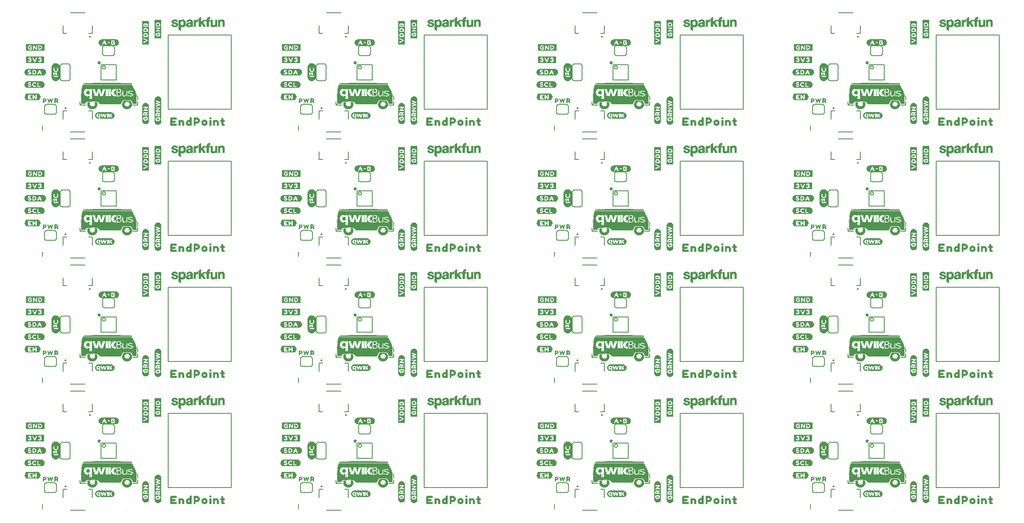
<source format=gto>
G04 EAGLE Gerber RS-274X export*
G75*
%MOMM*%
%FSLAX34Y34*%
%LPD*%
%INSilkscreen Top*%
%IPPOS*%
%AMOC8*
5,1,8,0,0,1.08239X$1,22.5*%
G01*
%ADD10C,0.203200*%
%ADD11C,0.127000*%
%ADD12R,0.040000X2.440000*%
%ADD13R,0.040000X2.680000*%
%ADD14R,0.040000X2.840000*%
%ADD15R,0.040000X3.000000*%
%ADD16R,0.040000X3.080000*%
%ADD17R,0.040000X3.160000*%
%ADD18R,0.040000X3.240000*%
%ADD19R,0.040000X1.240000*%
%ADD20R,0.040000X0.720000*%
%ADD21R,0.040000X1.000000*%
%ADD22R,0.040000X0.760000*%
%ADD23R,0.040000X0.200000*%
%ADD24R,0.040000X0.520000*%
%ADD25R,0.040000X0.880000*%
%ADD26R,0.040000X0.160000*%
%ADD27R,0.040000X0.400000*%
%ADD28R,0.040000X0.800000*%
%ADD29R,0.040000X0.320000*%
%ADD30R,0.040000X0.120000*%
%ADD31R,0.040000X0.280000*%
%ADD32R,0.040000X0.840000*%
%ADD33R,0.040000X0.080000*%
%ADD34R,0.040000X0.360000*%
%ADD35R,0.040000X0.960000*%
%ADD36R,0.040000X1.440000*%
%ADD37R,0.040000X1.480000*%
%ADD38R,0.040000X1.520000*%
%ADD39R,0.040000X0.240000*%
%ADD40R,0.040000X0.040000*%
%ADD41R,0.040000X0.920000*%
%ADD42R,0.040000X1.040000*%
%ADD43R,0.040000X1.160000*%
%ADD44R,5.790000X0.040000*%
%ADD45R,8.590000X0.040000*%
%ADD46R,9.200000X0.030000*%
%ADD47R,9.570000X0.040000*%
%ADD48R,9.870000X0.040000*%
%ADD49R,10.060000X0.040000*%
%ADD50R,10.210000X0.030000*%
%ADD51R,10.130000X0.040000*%
%ADD52R,10.210000X0.040000*%
%ADD53R,10.240000X0.040000*%
%ADD54R,10.320000X0.040000*%
%ADD55R,10.400000X0.030000*%
%ADD56R,10.430000X0.040000*%
%ADD57R,10.470000X0.030000*%
%ADD58R,10.500000X0.040000*%
%ADD59R,10.540000X0.040000*%
%ADD60R,10.580000X0.030000*%
%ADD61R,10.580000X0.040000*%
%ADD62R,10.650000X0.040000*%
%ADD63R,10.690000X0.040000*%
%ADD64R,10.690000X0.030000*%
%ADD65R,10.730000X0.040000*%
%ADD66R,1.010000X0.040000*%
%ADD67R,0.300000X0.040000*%
%ADD68R,0.080000X0.040000*%
%ADD69R,0.600000X0.040000*%
%ADD70R,0.560000X0.040000*%
%ADD71R,0.120000X0.040000*%
%ADD72R,0.670000X0.040000*%
%ADD73R,0.190000X0.040000*%
%ADD74R,2.960000X0.040000*%
%ADD75R,0.900000X0.030000*%
%ADD76R,0.190000X0.030000*%
%ADD77R,0.080000X0.030000*%
%ADD78R,0.560000X0.030000*%
%ADD79R,0.040000X0.030000*%
%ADD80R,0.150000X0.030000*%
%ADD81R,2.840000X0.030000*%
%ADD82R,0.830000X0.040000*%
%ADD83R,0.150000X0.040000*%
%ADD84R,0.520000X0.040000*%
%ADD85R,0.490000X0.040000*%
%ADD86R,2.840000X0.040000*%
%ADD87R,0.750000X0.040000*%
%ADD88R,0.410000X0.040000*%
%ADD89R,2.800000X0.040000*%
%ADD90R,0.710000X0.040000*%
%ADD91R,0.480000X0.040000*%
%ADD92R,0.110000X0.040000*%
%ADD93R,0.340000X0.040000*%
%ADD94R,2.770000X0.040000*%
%ADD95R,0.680000X0.030000*%
%ADD96R,0.440000X0.030000*%
%ADD97R,0.490000X0.030000*%
%ADD98R,0.110000X0.030000*%
%ADD99R,0.300000X0.030000*%
%ADD100R,0.410000X0.030000*%
%ADD101R,2.810000X0.030000*%
%ADD102R,0.640000X0.040000*%
%ADD103R,0.440000X0.040000*%
%ADD104R,0.230000X0.040000*%
%ADD105R,0.630000X0.030000*%
%ADD106R,0.230000X0.030000*%
%ADD107R,0.590000X0.040000*%
%ADD108R,0.380000X0.040000*%
%ADD109R,0.330000X0.040000*%
%ADD110R,1.650000X0.040000*%
%ADD111R,0.780000X0.040000*%
%ADD112R,0.290000X0.040000*%
%ADD113R,0.340000X0.030000*%
%ADD114R,0.330000X0.030000*%
%ADD115R,0.600000X0.030000*%
%ADD116R,0.260000X0.030000*%
%ADD117R,0.420000X0.040000*%
%ADD118R,0.270000X0.040000*%
%ADD119R,0.260000X0.040000*%
%ADD120R,0.450000X0.040000*%
%ADD121R,0.220000X0.040000*%
%ADD122R,0.180000X0.040000*%
%ADD123R,0.520000X0.030000*%
%ADD124R,0.220000X0.030000*%
%ADD125R,0.670000X0.030000*%
%ADD126R,1.310000X0.040000*%
%ADD127R,0.070000X0.040000*%
%ADD128R,0.370000X0.040000*%
%ADD129R,0.640000X0.030000*%
%ADD130R,0.070000X0.030000*%
%ADD131R,1.350000X0.030000*%
%ADD132R,1.280000X0.040000*%
%ADD133R,1.160000X0.040000*%
%ADD134R,0.030000X0.040000*%
%ADD135R,0.980000X0.040000*%
%ADD136R,0.030000X0.030000*%
%ADD137R,0.380000X0.030000*%
%ADD138R,0.890000X0.030000*%
%ADD139R,0.630000X0.040000*%
%ADD140R,0.420000X0.030000*%
%ADD141R,0.450000X0.030000*%
%ADD142R,0.270000X0.030000*%
%ADD143R,0.710000X0.030000*%
%ADD144R,0.860000X0.040000*%
%ADD145R,0.930000X0.030000*%
%ADD146R,0.930000X0.040000*%
%ADD147R,0.530000X0.040000*%
%ADD148R,0.750000X0.030000*%
%ADD149R,0.530000X0.030000*%
%ADD150R,0.370000X0.030000*%
%ADD151R,0.820000X0.040000*%
%ADD152R,0.900000X0.040000*%
%ADD153R,0.970000X0.030000*%
%ADD154R,0.180000X0.030000*%
%ADD155R,1.050000X0.040000*%
%ADD156R,4.640000X0.040000*%
%ADD157R,1.040000X0.040000*%
%ADD158R,1.760000X0.040000*%
%ADD159R,9.160000X0.040000*%
%ADD160R,1.760000X0.030000*%
%ADD161R,9.160000X0.030000*%
%ADD162R,11.400000X0.040000*%
%ADD163R,11.400000X0.030000*%
%ADD164R,8.900000X0.040000*%
%ADD165R,1.380000X0.040000*%
%ADD166R,8.670000X0.030000*%
%ADD167R,1.230000X0.030000*%
%ADD168R,8.600000X0.040000*%
%ADD169R,8.560000X0.040000*%
%ADD170R,1.120000X0.040000*%
%ADD171R,8.520000X0.040000*%
%ADD172R,1.080000X0.040000*%
%ADD173R,8.480000X0.030000*%
%ADD174R,1.270000X0.030000*%
%ADD175R,1.040000X0.030000*%
%ADD176R,8.450000X0.040000*%
%ADD177R,1.420000X0.040000*%
%ADD178R,1.500000X0.040000*%
%ADD179R,2.170000X0.040000*%
%ADD180R,5.570000X0.040000*%
%ADD181R,1.570000X0.040000*%
%ADD182R,0.970000X0.040000*%
%ADD183R,1.420000X0.030000*%
%ADD184R,5.160000X0.030000*%
%ADD185R,1.230000X0.040000*%
%ADD186R,5.010000X0.040000*%
%ADD187R,4.930000X0.040000*%
%ADD188R,0.890000X0.040000*%
%ADD189R,1.080000X0.030000*%
%ADD190R,4.860000X0.030000*%
%ADD191R,4.820000X0.040000*%
%ADD192R,4.750000X0.040000*%
%ADD193R,4.710000X0.040000*%
%ADD194R,4.640000X0.030000*%
%ADD195R,0.480000X0.030000*%
%ADD196R,0.820000X0.030000*%
%ADD197R,4.600000X0.040000*%
%ADD198R,4.520000X0.040000*%
%ADD199R,4.480000X0.040000*%
%ADD200R,0.740000X0.030000*%
%ADD201R,4.410000X0.030000*%
%ADD202R,0.740000X0.040000*%
%ADD203R,4.330000X0.040000*%
%ADD204R,4.290000X0.040000*%
%ADD205R,4.110000X0.040000*%
%ADD206R,0.570000X0.030000*%
%ADD207R,0.570000X0.040000*%
%ADD208R,1.190000X0.040000*%
%ADD209R,1.190000X0.030000*%
%ADD210R,0.940000X0.030000*%
%ADD211R,1.130000X0.040000*%
%ADD212R,0.590000X0.030000*%
%ADD213R,0.680000X0.040000*%
%ADD214R,1.830000X0.040000*%
%ADD215R,1.870000X0.040000*%
%ADD216R,1.800000X0.040000*%
%ADD217R,1.840000X0.040000*%
%ADD218R,1.720000X0.030000*%
%ADD219R,1.640000X0.040000*%
%ADD220R,1.540000X0.040000*%
%ADD221R,1.340000X0.040000*%
%ADD222R,1.270000X0.040000*%

G36*
X292604Y796244D02*
X292604Y796244D01*
X292607Y796241D01*
X293307Y796341D01*
X293311Y796345D01*
X293314Y796343D01*
X294014Y796543D01*
X294015Y796544D01*
X294016Y796543D01*
X294616Y796743D01*
X294619Y796748D01*
X294622Y796746D01*
X295822Y797346D01*
X295825Y797353D01*
X295831Y797352D01*
X296329Y797750D01*
X296927Y798149D01*
X296931Y798159D01*
X296938Y798159D01*
X297338Y798659D01*
X297339Y798663D01*
X297341Y798663D01*
X298141Y799863D01*
X298141Y799867D01*
X298144Y799868D01*
X298444Y800468D01*
X298443Y800473D01*
X298447Y800474D01*
X298647Y801074D01*
X298645Y801081D01*
X298649Y801083D01*
X298749Y801782D01*
X298849Y802382D01*
X298848Y802383D01*
X298849Y802383D01*
X298949Y803083D01*
X298946Y803088D01*
X298949Y803090D01*
X298949Y848490D01*
X298946Y848494D01*
X298949Y848497D01*
X298849Y849197D01*
X298844Y849202D01*
X298847Y849206D01*
X298647Y849805D01*
X298447Y850504D01*
X298442Y850508D01*
X298444Y850512D01*
X297844Y851712D01*
X297837Y851715D01*
X297838Y851721D01*
X297438Y852221D01*
X297434Y852222D01*
X297435Y852225D01*
X296435Y853225D01*
X296431Y853225D01*
X296431Y853228D01*
X295931Y853628D01*
X295923Y853629D01*
X295922Y853634D01*
X294122Y854534D01*
X294111Y854532D01*
X294107Y854539D01*
X293408Y854639D01*
X292808Y854739D01*
X292807Y854738D01*
X292807Y854739D01*
X292107Y854839D01*
X292098Y854834D01*
X292093Y854839D01*
X290693Y854639D01*
X290688Y854634D01*
X290684Y854637D01*
X290085Y854437D01*
X289386Y854237D01*
X289382Y854232D01*
X289378Y854234D01*
X288778Y853934D01*
X288777Y853931D01*
X288775Y853932D01*
X288275Y853632D01*
X288273Y853627D01*
X288268Y853628D01*
X287669Y853128D01*
X287169Y852728D01*
X287167Y852721D01*
X287162Y852721D01*
X286762Y852221D01*
X286761Y852217D01*
X286759Y852217D01*
X286359Y851617D01*
X286359Y851613D01*
X286356Y851612D01*
X285756Y850412D01*
X285757Y850407D01*
X285753Y850406D01*
X285553Y849806D01*
X285554Y849804D01*
X285553Y849804D01*
X285353Y849104D01*
X285354Y849101D01*
X285352Y849099D01*
X285353Y849098D01*
X285351Y849097D01*
X285251Y848397D01*
X285254Y848392D01*
X285251Y848390D01*
X285251Y802690D01*
X285254Y802685D01*
X285251Y802682D01*
X285351Y802082D01*
X285451Y801383D01*
X285456Y801378D01*
X285453Y801374D01*
X285653Y800774D01*
X285656Y800773D01*
X285655Y800771D01*
X285955Y800071D01*
X285957Y800069D01*
X285956Y800068D01*
X286256Y799468D01*
X286263Y799465D01*
X286262Y799459D01*
X287062Y798459D01*
X287066Y798458D01*
X287065Y798455D01*
X287565Y797955D01*
X287572Y797954D01*
X287573Y797949D01*
X288171Y797550D01*
X288669Y797152D01*
X288677Y797151D01*
X288678Y797146D01*
X289278Y796846D01*
X289280Y796846D01*
X289281Y796845D01*
X289981Y796545D01*
X289989Y796547D01*
X289992Y796541D01*
X290592Y796441D01*
X290593Y796442D01*
X290593Y796441D01*
X291292Y796341D01*
X291892Y796241D01*
X291897Y796244D01*
X291900Y796241D01*
X292600Y796241D01*
X292604Y796244D01*
G37*
G36*
X818384Y278084D02*
X818384Y278084D01*
X818387Y278081D01*
X819087Y278181D01*
X819091Y278185D01*
X819094Y278183D01*
X819794Y278383D01*
X819795Y278384D01*
X819796Y278383D01*
X820396Y278583D01*
X820399Y278588D01*
X820402Y278586D01*
X821602Y279186D01*
X821605Y279193D01*
X821611Y279192D01*
X822109Y279590D01*
X822707Y279989D01*
X822711Y279999D01*
X822718Y279999D01*
X823118Y280499D01*
X823119Y280503D01*
X823121Y280503D01*
X823921Y281703D01*
X823921Y281707D01*
X823924Y281708D01*
X824224Y282308D01*
X824223Y282313D01*
X824227Y282314D01*
X824427Y282914D01*
X824425Y282921D01*
X824429Y282923D01*
X824529Y283622D01*
X824629Y284222D01*
X824628Y284223D01*
X824629Y284223D01*
X824729Y284923D01*
X824726Y284928D01*
X824729Y284930D01*
X824729Y330330D01*
X824726Y330334D01*
X824729Y330337D01*
X824629Y331037D01*
X824624Y331042D01*
X824627Y331046D01*
X824427Y331645D01*
X824227Y332344D01*
X824222Y332348D01*
X824224Y332352D01*
X823624Y333552D01*
X823617Y333555D01*
X823618Y333561D01*
X823218Y334061D01*
X823214Y334062D01*
X823215Y334065D01*
X822215Y335065D01*
X822211Y335065D01*
X822211Y335068D01*
X821711Y335468D01*
X821703Y335469D01*
X821702Y335474D01*
X819902Y336374D01*
X819891Y336372D01*
X819887Y336379D01*
X819188Y336479D01*
X818588Y336579D01*
X818587Y336578D01*
X818587Y336579D01*
X817887Y336679D01*
X817878Y336674D01*
X817873Y336679D01*
X816473Y336479D01*
X816468Y336474D01*
X816464Y336477D01*
X815865Y336277D01*
X815166Y336077D01*
X815162Y336072D01*
X815158Y336074D01*
X814558Y335774D01*
X814557Y335771D01*
X814555Y335772D01*
X814055Y335472D01*
X814053Y335467D01*
X814048Y335468D01*
X813449Y334968D01*
X812949Y334568D01*
X812947Y334561D01*
X812942Y334561D01*
X812542Y334061D01*
X812541Y334057D01*
X812539Y334057D01*
X812139Y333457D01*
X812139Y333453D01*
X812136Y333452D01*
X811536Y332252D01*
X811537Y332247D01*
X811533Y332246D01*
X811333Y331646D01*
X811334Y331644D01*
X811333Y331644D01*
X811133Y330944D01*
X811134Y330941D01*
X811132Y330939D01*
X811133Y330938D01*
X811131Y330937D01*
X811031Y330237D01*
X811034Y330232D01*
X811031Y330230D01*
X811031Y284530D01*
X811034Y284525D01*
X811031Y284522D01*
X811131Y283922D01*
X811231Y283223D01*
X811236Y283218D01*
X811233Y283214D01*
X811433Y282614D01*
X811436Y282613D01*
X811435Y282611D01*
X811735Y281911D01*
X811737Y281909D01*
X811736Y281908D01*
X812036Y281308D01*
X812043Y281305D01*
X812042Y281299D01*
X812842Y280299D01*
X812846Y280298D01*
X812845Y280295D01*
X813345Y279795D01*
X813352Y279794D01*
X813353Y279789D01*
X813951Y279390D01*
X814449Y278992D01*
X814457Y278991D01*
X814458Y278986D01*
X815058Y278686D01*
X815060Y278686D01*
X815061Y278685D01*
X815761Y278385D01*
X815769Y278387D01*
X815772Y278381D01*
X816372Y278281D01*
X816373Y278282D01*
X816373Y278281D01*
X817072Y278181D01*
X817672Y278081D01*
X817677Y278084D01*
X817680Y278081D01*
X818380Y278081D01*
X818384Y278084D01*
G37*
G36*
X1869944Y796244D02*
X1869944Y796244D01*
X1869947Y796241D01*
X1870647Y796341D01*
X1870651Y796345D01*
X1870654Y796343D01*
X1871354Y796543D01*
X1871355Y796544D01*
X1871356Y796543D01*
X1871956Y796743D01*
X1871959Y796748D01*
X1871962Y796746D01*
X1873162Y797346D01*
X1873165Y797353D01*
X1873171Y797352D01*
X1873669Y797750D01*
X1874267Y798149D01*
X1874271Y798159D01*
X1874278Y798159D01*
X1874678Y798659D01*
X1874679Y798663D01*
X1874681Y798663D01*
X1875481Y799863D01*
X1875481Y799867D01*
X1875484Y799868D01*
X1875784Y800468D01*
X1875783Y800473D01*
X1875787Y800474D01*
X1875987Y801074D01*
X1875985Y801081D01*
X1875989Y801083D01*
X1876089Y801782D01*
X1876189Y802382D01*
X1876188Y802383D01*
X1876189Y802383D01*
X1876289Y803083D01*
X1876286Y803088D01*
X1876289Y803090D01*
X1876289Y848490D01*
X1876286Y848494D01*
X1876289Y848497D01*
X1876189Y849197D01*
X1876184Y849202D01*
X1876187Y849206D01*
X1875987Y849805D01*
X1875787Y850504D01*
X1875782Y850508D01*
X1875784Y850512D01*
X1875184Y851712D01*
X1875177Y851715D01*
X1875178Y851721D01*
X1874778Y852221D01*
X1874774Y852222D01*
X1874775Y852225D01*
X1873775Y853225D01*
X1873771Y853225D01*
X1873771Y853228D01*
X1873271Y853628D01*
X1873263Y853629D01*
X1873262Y853634D01*
X1871462Y854534D01*
X1871451Y854532D01*
X1871447Y854539D01*
X1870748Y854639D01*
X1870148Y854739D01*
X1870147Y854738D01*
X1870147Y854739D01*
X1869447Y854839D01*
X1869438Y854834D01*
X1869433Y854839D01*
X1868033Y854639D01*
X1868028Y854634D01*
X1868024Y854637D01*
X1867425Y854437D01*
X1866726Y854237D01*
X1866722Y854232D01*
X1866718Y854234D01*
X1866118Y853934D01*
X1866117Y853931D01*
X1866115Y853932D01*
X1865615Y853632D01*
X1865613Y853627D01*
X1865608Y853628D01*
X1865009Y853128D01*
X1864509Y852728D01*
X1864507Y852721D01*
X1864502Y852721D01*
X1864102Y852221D01*
X1864101Y852217D01*
X1864099Y852217D01*
X1863699Y851617D01*
X1863699Y851613D01*
X1863696Y851612D01*
X1863096Y850412D01*
X1863097Y850407D01*
X1863093Y850406D01*
X1862893Y849806D01*
X1862894Y849804D01*
X1862893Y849804D01*
X1862693Y849104D01*
X1862694Y849101D01*
X1862692Y849099D01*
X1862693Y849098D01*
X1862691Y849097D01*
X1862591Y848397D01*
X1862594Y848392D01*
X1862591Y848390D01*
X1862591Y802690D01*
X1862594Y802685D01*
X1862591Y802682D01*
X1862691Y802082D01*
X1862791Y801383D01*
X1862796Y801378D01*
X1862793Y801374D01*
X1862993Y800774D01*
X1862996Y800773D01*
X1862995Y800771D01*
X1863295Y800071D01*
X1863297Y800069D01*
X1863296Y800068D01*
X1863596Y799468D01*
X1863603Y799465D01*
X1863602Y799459D01*
X1864402Y798459D01*
X1864406Y798458D01*
X1864405Y798455D01*
X1864905Y797955D01*
X1864912Y797954D01*
X1864913Y797949D01*
X1865511Y797550D01*
X1866009Y797152D01*
X1866017Y797151D01*
X1866018Y797146D01*
X1866618Y796846D01*
X1866620Y796846D01*
X1866621Y796845D01*
X1867321Y796545D01*
X1867329Y796547D01*
X1867332Y796541D01*
X1867932Y796441D01*
X1867933Y796442D01*
X1867933Y796441D01*
X1868632Y796341D01*
X1869232Y796241D01*
X1869237Y796244D01*
X1869240Y796241D01*
X1869940Y796241D01*
X1869944Y796244D01*
G37*
G36*
X1344164Y796244D02*
X1344164Y796244D01*
X1344167Y796241D01*
X1344867Y796341D01*
X1344871Y796345D01*
X1344874Y796343D01*
X1345574Y796543D01*
X1345575Y796544D01*
X1345576Y796543D01*
X1346176Y796743D01*
X1346179Y796748D01*
X1346182Y796746D01*
X1347382Y797346D01*
X1347385Y797353D01*
X1347391Y797352D01*
X1347889Y797750D01*
X1348487Y798149D01*
X1348491Y798159D01*
X1348498Y798159D01*
X1348898Y798659D01*
X1348899Y798663D01*
X1348901Y798663D01*
X1349701Y799863D01*
X1349701Y799867D01*
X1349704Y799868D01*
X1350004Y800468D01*
X1350003Y800473D01*
X1350007Y800474D01*
X1350207Y801074D01*
X1350205Y801081D01*
X1350209Y801083D01*
X1350309Y801782D01*
X1350409Y802382D01*
X1350408Y802383D01*
X1350409Y802383D01*
X1350509Y803083D01*
X1350506Y803088D01*
X1350509Y803090D01*
X1350509Y848490D01*
X1350506Y848494D01*
X1350509Y848497D01*
X1350409Y849197D01*
X1350404Y849202D01*
X1350407Y849206D01*
X1350207Y849805D01*
X1350007Y850504D01*
X1350002Y850508D01*
X1350004Y850512D01*
X1349404Y851712D01*
X1349397Y851715D01*
X1349398Y851721D01*
X1348998Y852221D01*
X1348994Y852222D01*
X1348995Y852225D01*
X1347995Y853225D01*
X1347991Y853225D01*
X1347991Y853228D01*
X1347491Y853628D01*
X1347483Y853629D01*
X1347482Y853634D01*
X1345682Y854534D01*
X1345671Y854532D01*
X1345667Y854539D01*
X1344968Y854639D01*
X1344368Y854739D01*
X1344367Y854738D01*
X1344367Y854739D01*
X1343667Y854839D01*
X1343658Y854834D01*
X1343653Y854839D01*
X1342253Y854639D01*
X1342248Y854634D01*
X1342244Y854637D01*
X1341645Y854437D01*
X1340946Y854237D01*
X1340942Y854232D01*
X1340938Y854234D01*
X1340338Y853934D01*
X1340337Y853931D01*
X1340335Y853932D01*
X1339835Y853632D01*
X1339833Y853627D01*
X1339828Y853628D01*
X1339229Y853128D01*
X1338729Y852728D01*
X1338727Y852721D01*
X1338722Y852721D01*
X1338322Y852221D01*
X1338321Y852217D01*
X1338319Y852217D01*
X1337919Y851617D01*
X1337919Y851613D01*
X1337916Y851612D01*
X1337316Y850412D01*
X1337317Y850407D01*
X1337313Y850406D01*
X1337113Y849806D01*
X1337114Y849804D01*
X1337113Y849804D01*
X1336913Y849104D01*
X1336914Y849101D01*
X1336912Y849099D01*
X1336913Y849098D01*
X1336911Y849097D01*
X1336811Y848397D01*
X1336814Y848392D01*
X1336811Y848390D01*
X1336811Y802690D01*
X1336814Y802685D01*
X1336811Y802682D01*
X1336911Y802082D01*
X1337011Y801383D01*
X1337016Y801378D01*
X1337013Y801374D01*
X1337213Y800774D01*
X1337216Y800773D01*
X1337215Y800771D01*
X1337515Y800071D01*
X1337517Y800069D01*
X1337516Y800068D01*
X1337816Y799468D01*
X1337823Y799465D01*
X1337822Y799459D01*
X1338622Y798459D01*
X1338626Y798458D01*
X1338625Y798455D01*
X1339125Y797955D01*
X1339132Y797954D01*
X1339133Y797949D01*
X1339731Y797550D01*
X1340229Y797152D01*
X1340237Y797151D01*
X1340238Y797146D01*
X1340838Y796846D01*
X1340840Y796846D01*
X1340841Y796845D01*
X1341541Y796545D01*
X1341549Y796547D01*
X1341552Y796541D01*
X1342152Y796441D01*
X1342153Y796442D01*
X1342153Y796441D01*
X1342852Y796341D01*
X1343452Y796241D01*
X1343457Y796244D01*
X1343460Y796241D01*
X1344160Y796241D01*
X1344164Y796244D01*
G37*
G36*
X818384Y796244D02*
X818384Y796244D01*
X818387Y796241D01*
X819087Y796341D01*
X819091Y796345D01*
X819094Y796343D01*
X819794Y796543D01*
X819795Y796544D01*
X819796Y796543D01*
X820396Y796743D01*
X820399Y796748D01*
X820402Y796746D01*
X821602Y797346D01*
X821605Y797353D01*
X821611Y797352D01*
X822109Y797750D01*
X822707Y798149D01*
X822711Y798159D01*
X822718Y798159D01*
X823118Y798659D01*
X823119Y798663D01*
X823121Y798663D01*
X823921Y799863D01*
X823921Y799867D01*
X823924Y799868D01*
X824224Y800468D01*
X824223Y800473D01*
X824227Y800474D01*
X824427Y801074D01*
X824425Y801081D01*
X824429Y801083D01*
X824529Y801782D01*
X824629Y802382D01*
X824628Y802383D01*
X824629Y802383D01*
X824729Y803083D01*
X824726Y803088D01*
X824729Y803090D01*
X824729Y848490D01*
X824726Y848494D01*
X824729Y848497D01*
X824629Y849197D01*
X824624Y849202D01*
X824627Y849206D01*
X824427Y849805D01*
X824227Y850504D01*
X824222Y850508D01*
X824224Y850512D01*
X823624Y851712D01*
X823617Y851715D01*
X823618Y851721D01*
X823218Y852221D01*
X823214Y852222D01*
X823215Y852225D01*
X822215Y853225D01*
X822211Y853225D01*
X822211Y853228D01*
X821711Y853628D01*
X821703Y853629D01*
X821702Y853634D01*
X819902Y854534D01*
X819891Y854532D01*
X819887Y854539D01*
X819188Y854639D01*
X818588Y854739D01*
X818587Y854738D01*
X818587Y854739D01*
X817887Y854839D01*
X817878Y854834D01*
X817873Y854839D01*
X816473Y854639D01*
X816468Y854634D01*
X816464Y854637D01*
X815865Y854437D01*
X815166Y854237D01*
X815162Y854232D01*
X815158Y854234D01*
X814558Y853934D01*
X814557Y853931D01*
X814555Y853932D01*
X814055Y853632D01*
X814053Y853627D01*
X814048Y853628D01*
X813449Y853128D01*
X812949Y852728D01*
X812947Y852721D01*
X812942Y852721D01*
X812542Y852221D01*
X812541Y852217D01*
X812539Y852217D01*
X812139Y851617D01*
X812139Y851613D01*
X812136Y851612D01*
X811536Y850412D01*
X811537Y850407D01*
X811533Y850406D01*
X811333Y849806D01*
X811334Y849804D01*
X811333Y849804D01*
X811133Y849104D01*
X811134Y849101D01*
X811132Y849099D01*
X811133Y849098D01*
X811131Y849097D01*
X811031Y848397D01*
X811034Y848392D01*
X811031Y848390D01*
X811031Y802690D01*
X811034Y802685D01*
X811031Y802682D01*
X811131Y802082D01*
X811231Y801383D01*
X811236Y801378D01*
X811233Y801374D01*
X811433Y800774D01*
X811436Y800773D01*
X811435Y800771D01*
X811735Y800071D01*
X811737Y800069D01*
X811736Y800068D01*
X812036Y799468D01*
X812043Y799465D01*
X812042Y799459D01*
X812842Y798459D01*
X812846Y798458D01*
X812845Y798455D01*
X813345Y797955D01*
X813352Y797954D01*
X813353Y797949D01*
X813951Y797550D01*
X814449Y797152D01*
X814457Y797151D01*
X814458Y797146D01*
X815058Y796846D01*
X815060Y796846D01*
X815061Y796845D01*
X815761Y796545D01*
X815769Y796547D01*
X815772Y796541D01*
X816372Y796441D01*
X816373Y796442D01*
X816373Y796441D01*
X817072Y796341D01*
X817672Y796241D01*
X817677Y796244D01*
X817680Y796241D01*
X818380Y796241D01*
X818384Y796244D01*
G37*
G36*
X292604Y278084D02*
X292604Y278084D01*
X292607Y278081D01*
X293307Y278181D01*
X293311Y278185D01*
X293314Y278183D01*
X294014Y278383D01*
X294015Y278384D01*
X294016Y278383D01*
X294616Y278583D01*
X294619Y278588D01*
X294622Y278586D01*
X295822Y279186D01*
X295825Y279193D01*
X295831Y279192D01*
X296329Y279590D01*
X296927Y279989D01*
X296931Y279999D01*
X296938Y279999D01*
X297338Y280499D01*
X297339Y280503D01*
X297341Y280503D01*
X298141Y281703D01*
X298141Y281707D01*
X298144Y281708D01*
X298444Y282308D01*
X298443Y282313D01*
X298447Y282314D01*
X298647Y282914D01*
X298645Y282921D01*
X298649Y282923D01*
X298749Y283622D01*
X298849Y284222D01*
X298848Y284223D01*
X298849Y284223D01*
X298949Y284923D01*
X298946Y284928D01*
X298949Y284930D01*
X298949Y330330D01*
X298946Y330334D01*
X298949Y330337D01*
X298849Y331037D01*
X298844Y331042D01*
X298847Y331046D01*
X298647Y331645D01*
X298447Y332344D01*
X298442Y332348D01*
X298444Y332352D01*
X297844Y333552D01*
X297837Y333555D01*
X297838Y333561D01*
X297438Y334061D01*
X297434Y334062D01*
X297435Y334065D01*
X296435Y335065D01*
X296431Y335065D01*
X296431Y335068D01*
X295931Y335468D01*
X295923Y335469D01*
X295922Y335474D01*
X294122Y336374D01*
X294111Y336372D01*
X294107Y336379D01*
X293408Y336479D01*
X292808Y336579D01*
X292807Y336578D01*
X292807Y336579D01*
X292107Y336679D01*
X292098Y336674D01*
X292093Y336679D01*
X290693Y336479D01*
X290688Y336474D01*
X290684Y336477D01*
X290085Y336277D01*
X289386Y336077D01*
X289382Y336072D01*
X289378Y336074D01*
X288778Y335774D01*
X288777Y335771D01*
X288775Y335772D01*
X288275Y335472D01*
X288273Y335467D01*
X288268Y335468D01*
X287669Y334968D01*
X287169Y334568D01*
X287167Y334561D01*
X287162Y334561D01*
X286762Y334061D01*
X286761Y334057D01*
X286759Y334057D01*
X286359Y333457D01*
X286359Y333453D01*
X286356Y333452D01*
X285756Y332252D01*
X285757Y332247D01*
X285753Y332246D01*
X285553Y331646D01*
X285554Y331644D01*
X285553Y331644D01*
X285353Y330944D01*
X285354Y330941D01*
X285352Y330939D01*
X285353Y330938D01*
X285351Y330937D01*
X285251Y330237D01*
X285254Y330232D01*
X285251Y330230D01*
X285251Y284530D01*
X285254Y284525D01*
X285251Y284522D01*
X285351Y283922D01*
X285451Y283223D01*
X285456Y283218D01*
X285453Y283214D01*
X285653Y282614D01*
X285656Y282613D01*
X285655Y282611D01*
X285955Y281911D01*
X285957Y281909D01*
X285956Y281908D01*
X286256Y281308D01*
X286263Y281305D01*
X286262Y281299D01*
X287062Y280299D01*
X287066Y280298D01*
X287065Y280295D01*
X287565Y279795D01*
X287572Y279794D01*
X287573Y279789D01*
X288171Y279390D01*
X288669Y278992D01*
X288677Y278991D01*
X288678Y278986D01*
X289278Y278686D01*
X289280Y278686D01*
X289281Y278685D01*
X289981Y278385D01*
X289989Y278387D01*
X289992Y278381D01*
X290592Y278281D01*
X290593Y278282D01*
X290593Y278281D01*
X291292Y278181D01*
X291892Y278081D01*
X291897Y278084D01*
X291900Y278081D01*
X292600Y278081D01*
X292604Y278084D01*
G37*
G36*
X1344164Y278084D02*
X1344164Y278084D01*
X1344167Y278081D01*
X1344867Y278181D01*
X1344871Y278185D01*
X1344874Y278183D01*
X1345574Y278383D01*
X1345575Y278384D01*
X1345576Y278383D01*
X1346176Y278583D01*
X1346179Y278588D01*
X1346182Y278586D01*
X1347382Y279186D01*
X1347385Y279193D01*
X1347391Y279192D01*
X1347889Y279590D01*
X1348487Y279989D01*
X1348491Y279999D01*
X1348498Y279999D01*
X1348898Y280499D01*
X1348899Y280503D01*
X1348901Y280503D01*
X1349701Y281703D01*
X1349701Y281707D01*
X1349704Y281708D01*
X1350004Y282308D01*
X1350003Y282313D01*
X1350007Y282314D01*
X1350207Y282914D01*
X1350205Y282921D01*
X1350209Y282923D01*
X1350309Y283622D01*
X1350409Y284222D01*
X1350408Y284223D01*
X1350409Y284223D01*
X1350509Y284923D01*
X1350506Y284928D01*
X1350509Y284930D01*
X1350509Y330330D01*
X1350506Y330334D01*
X1350509Y330337D01*
X1350409Y331037D01*
X1350404Y331042D01*
X1350407Y331046D01*
X1350207Y331645D01*
X1350007Y332344D01*
X1350002Y332348D01*
X1350004Y332352D01*
X1349404Y333552D01*
X1349397Y333555D01*
X1349398Y333561D01*
X1348998Y334061D01*
X1348994Y334062D01*
X1348995Y334065D01*
X1347995Y335065D01*
X1347991Y335065D01*
X1347991Y335068D01*
X1347491Y335468D01*
X1347483Y335469D01*
X1347482Y335474D01*
X1345682Y336374D01*
X1345671Y336372D01*
X1345667Y336379D01*
X1344968Y336479D01*
X1344368Y336579D01*
X1344367Y336578D01*
X1344367Y336579D01*
X1343667Y336679D01*
X1343658Y336674D01*
X1343653Y336679D01*
X1342253Y336479D01*
X1342248Y336474D01*
X1342244Y336477D01*
X1341645Y336277D01*
X1340946Y336077D01*
X1340942Y336072D01*
X1340938Y336074D01*
X1340338Y335774D01*
X1340337Y335771D01*
X1340335Y335772D01*
X1339835Y335472D01*
X1339833Y335467D01*
X1339828Y335468D01*
X1339229Y334968D01*
X1338729Y334568D01*
X1338727Y334561D01*
X1338722Y334561D01*
X1338322Y334061D01*
X1338321Y334057D01*
X1338319Y334057D01*
X1337919Y333457D01*
X1337919Y333453D01*
X1337916Y333452D01*
X1337316Y332252D01*
X1337317Y332247D01*
X1337313Y332246D01*
X1337113Y331646D01*
X1337114Y331644D01*
X1337113Y331644D01*
X1336913Y330944D01*
X1336914Y330941D01*
X1336912Y330939D01*
X1336913Y330938D01*
X1336911Y330937D01*
X1336811Y330237D01*
X1336814Y330232D01*
X1336811Y330230D01*
X1336811Y284530D01*
X1336814Y284525D01*
X1336811Y284522D01*
X1336911Y283922D01*
X1337011Y283223D01*
X1337016Y283218D01*
X1337013Y283214D01*
X1337213Y282614D01*
X1337216Y282613D01*
X1337215Y282611D01*
X1337515Y281911D01*
X1337517Y281909D01*
X1337516Y281908D01*
X1337816Y281308D01*
X1337823Y281305D01*
X1337822Y281299D01*
X1338622Y280299D01*
X1338626Y280298D01*
X1338625Y280295D01*
X1339125Y279795D01*
X1339132Y279794D01*
X1339133Y279789D01*
X1339731Y279390D01*
X1340229Y278992D01*
X1340237Y278991D01*
X1340238Y278986D01*
X1340838Y278686D01*
X1340840Y278686D01*
X1340841Y278685D01*
X1341541Y278385D01*
X1341549Y278387D01*
X1341552Y278381D01*
X1342152Y278281D01*
X1342153Y278282D01*
X1342153Y278281D01*
X1342852Y278181D01*
X1343452Y278081D01*
X1343457Y278084D01*
X1343460Y278081D01*
X1344160Y278081D01*
X1344164Y278084D01*
G37*
G36*
X1869944Y278084D02*
X1869944Y278084D01*
X1869947Y278081D01*
X1870647Y278181D01*
X1870651Y278185D01*
X1870654Y278183D01*
X1871354Y278383D01*
X1871355Y278384D01*
X1871356Y278383D01*
X1871956Y278583D01*
X1871959Y278588D01*
X1871962Y278586D01*
X1873162Y279186D01*
X1873165Y279193D01*
X1873171Y279192D01*
X1873669Y279590D01*
X1874267Y279989D01*
X1874271Y279999D01*
X1874278Y279999D01*
X1874678Y280499D01*
X1874679Y280503D01*
X1874681Y280503D01*
X1875481Y281703D01*
X1875481Y281707D01*
X1875484Y281708D01*
X1875784Y282308D01*
X1875783Y282313D01*
X1875787Y282314D01*
X1875987Y282914D01*
X1875985Y282921D01*
X1875989Y282923D01*
X1876089Y283622D01*
X1876189Y284222D01*
X1876188Y284223D01*
X1876189Y284223D01*
X1876289Y284923D01*
X1876286Y284928D01*
X1876289Y284930D01*
X1876289Y330330D01*
X1876286Y330334D01*
X1876289Y330337D01*
X1876189Y331037D01*
X1876184Y331042D01*
X1876187Y331046D01*
X1875987Y331645D01*
X1875787Y332344D01*
X1875782Y332348D01*
X1875784Y332352D01*
X1875184Y333552D01*
X1875177Y333555D01*
X1875178Y333561D01*
X1874778Y334061D01*
X1874774Y334062D01*
X1874775Y334065D01*
X1873775Y335065D01*
X1873771Y335065D01*
X1873771Y335068D01*
X1873271Y335468D01*
X1873263Y335469D01*
X1873262Y335474D01*
X1871462Y336374D01*
X1871451Y336372D01*
X1871447Y336379D01*
X1870748Y336479D01*
X1870148Y336579D01*
X1870147Y336578D01*
X1870147Y336579D01*
X1869447Y336679D01*
X1869438Y336674D01*
X1869433Y336679D01*
X1868033Y336479D01*
X1868028Y336474D01*
X1868024Y336477D01*
X1867425Y336277D01*
X1866726Y336077D01*
X1866722Y336072D01*
X1866718Y336074D01*
X1866118Y335774D01*
X1866117Y335771D01*
X1866115Y335772D01*
X1865615Y335472D01*
X1865613Y335467D01*
X1865608Y335468D01*
X1865009Y334968D01*
X1864509Y334568D01*
X1864507Y334561D01*
X1864502Y334561D01*
X1864102Y334061D01*
X1864101Y334057D01*
X1864099Y334057D01*
X1863699Y333457D01*
X1863699Y333453D01*
X1863696Y333452D01*
X1863096Y332252D01*
X1863097Y332247D01*
X1863093Y332246D01*
X1862893Y331646D01*
X1862894Y331644D01*
X1862893Y331644D01*
X1862693Y330944D01*
X1862694Y330941D01*
X1862692Y330939D01*
X1862693Y330938D01*
X1862691Y330937D01*
X1862591Y330237D01*
X1862594Y330232D01*
X1862591Y330230D01*
X1862591Y284530D01*
X1862594Y284525D01*
X1862591Y284522D01*
X1862691Y283922D01*
X1862791Y283223D01*
X1862796Y283218D01*
X1862793Y283214D01*
X1862993Y282614D01*
X1862996Y282613D01*
X1862995Y282611D01*
X1863295Y281911D01*
X1863297Y281909D01*
X1863296Y281908D01*
X1863596Y281308D01*
X1863603Y281305D01*
X1863602Y281299D01*
X1864402Y280299D01*
X1864406Y280298D01*
X1864405Y280295D01*
X1864905Y279795D01*
X1864912Y279794D01*
X1864913Y279789D01*
X1865511Y279390D01*
X1866009Y278992D01*
X1866017Y278991D01*
X1866018Y278986D01*
X1866618Y278686D01*
X1866620Y278686D01*
X1866621Y278685D01*
X1867321Y278385D01*
X1867329Y278387D01*
X1867332Y278381D01*
X1867932Y278281D01*
X1867933Y278282D01*
X1867933Y278281D01*
X1868632Y278181D01*
X1869232Y278081D01*
X1869237Y278084D01*
X1869240Y278081D01*
X1869940Y278081D01*
X1869944Y278084D01*
G37*
G36*
X1869944Y537164D02*
X1869944Y537164D01*
X1869947Y537161D01*
X1870647Y537261D01*
X1870651Y537265D01*
X1870654Y537263D01*
X1871354Y537463D01*
X1871355Y537464D01*
X1871356Y537463D01*
X1871956Y537663D01*
X1871959Y537668D01*
X1871962Y537666D01*
X1873162Y538266D01*
X1873165Y538273D01*
X1873171Y538272D01*
X1873669Y538670D01*
X1874267Y539069D01*
X1874271Y539079D01*
X1874278Y539079D01*
X1874678Y539579D01*
X1874679Y539583D01*
X1874681Y539583D01*
X1875481Y540783D01*
X1875481Y540787D01*
X1875484Y540788D01*
X1875784Y541388D01*
X1875783Y541393D01*
X1875787Y541394D01*
X1875987Y541994D01*
X1875985Y542001D01*
X1875989Y542003D01*
X1876089Y542702D01*
X1876189Y543302D01*
X1876188Y543303D01*
X1876189Y543303D01*
X1876289Y544003D01*
X1876286Y544008D01*
X1876289Y544010D01*
X1876289Y589410D01*
X1876286Y589414D01*
X1876289Y589417D01*
X1876189Y590117D01*
X1876184Y590122D01*
X1876187Y590126D01*
X1875987Y590725D01*
X1875787Y591424D01*
X1875782Y591428D01*
X1875784Y591432D01*
X1875184Y592632D01*
X1875177Y592635D01*
X1875178Y592641D01*
X1874778Y593141D01*
X1874774Y593142D01*
X1874775Y593145D01*
X1873775Y594145D01*
X1873771Y594145D01*
X1873771Y594148D01*
X1873271Y594548D01*
X1873263Y594549D01*
X1873262Y594554D01*
X1871462Y595454D01*
X1871451Y595452D01*
X1871447Y595459D01*
X1870748Y595559D01*
X1870148Y595659D01*
X1870147Y595658D01*
X1870147Y595659D01*
X1869447Y595759D01*
X1869438Y595754D01*
X1869433Y595759D01*
X1868033Y595559D01*
X1868028Y595554D01*
X1868024Y595557D01*
X1867425Y595357D01*
X1866726Y595157D01*
X1866722Y595152D01*
X1866718Y595154D01*
X1866118Y594854D01*
X1866117Y594851D01*
X1866115Y594852D01*
X1865615Y594552D01*
X1865613Y594547D01*
X1865608Y594548D01*
X1865009Y594048D01*
X1864509Y593648D01*
X1864507Y593641D01*
X1864502Y593641D01*
X1864102Y593141D01*
X1864101Y593137D01*
X1864099Y593137D01*
X1863699Y592537D01*
X1863699Y592533D01*
X1863696Y592532D01*
X1863096Y591332D01*
X1863097Y591327D01*
X1863093Y591326D01*
X1862893Y590726D01*
X1862894Y590724D01*
X1862893Y590724D01*
X1862693Y590024D01*
X1862694Y590021D01*
X1862692Y590019D01*
X1862693Y590018D01*
X1862691Y590017D01*
X1862591Y589317D01*
X1862594Y589312D01*
X1862591Y589310D01*
X1862591Y543610D01*
X1862594Y543605D01*
X1862591Y543602D01*
X1862691Y543002D01*
X1862791Y542303D01*
X1862796Y542298D01*
X1862793Y542294D01*
X1862993Y541694D01*
X1862996Y541693D01*
X1862995Y541691D01*
X1863295Y540991D01*
X1863297Y540989D01*
X1863296Y540988D01*
X1863596Y540388D01*
X1863603Y540385D01*
X1863602Y540379D01*
X1864402Y539379D01*
X1864406Y539378D01*
X1864405Y539375D01*
X1864905Y538875D01*
X1864912Y538874D01*
X1864913Y538869D01*
X1865511Y538470D01*
X1866009Y538072D01*
X1866017Y538071D01*
X1866018Y538066D01*
X1866618Y537766D01*
X1866620Y537766D01*
X1866621Y537765D01*
X1867321Y537465D01*
X1867329Y537467D01*
X1867332Y537461D01*
X1867932Y537361D01*
X1867933Y537362D01*
X1867933Y537361D01*
X1868632Y537261D01*
X1869232Y537161D01*
X1869237Y537164D01*
X1869240Y537161D01*
X1869940Y537161D01*
X1869944Y537164D01*
G37*
G36*
X292604Y537164D02*
X292604Y537164D01*
X292607Y537161D01*
X293307Y537261D01*
X293311Y537265D01*
X293314Y537263D01*
X294014Y537463D01*
X294015Y537464D01*
X294016Y537463D01*
X294616Y537663D01*
X294619Y537668D01*
X294622Y537666D01*
X295822Y538266D01*
X295825Y538273D01*
X295831Y538272D01*
X296329Y538670D01*
X296927Y539069D01*
X296931Y539079D01*
X296938Y539079D01*
X297338Y539579D01*
X297339Y539583D01*
X297341Y539583D01*
X298141Y540783D01*
X298141Y540787D01*
X298144Y540788D01*
X298444Y541388D01*
X298443Y541393D01*
X298447Y541394D01*
X298647Y541994D01*
X298645Y542001D01*
X298649Y542003D01*
X298749Y542702D01*
X298849Y543302D01*
X298848Y543303D01*
X298849Y543303D01*
X298949Y544003D01*
X298946Y544008D01*
X298949Y544010D01*
X298949Y589410D01*
X298946Y589414D01*
X298949Y589417D01*
X298849Y590117D01*
X298844Y590122D01*
X298847Y590126D01*
X298647Y590725D01*
X298447Y591424D01*
X298442Y591428D01*
X298444Y591432D01*
X297844Y592632D01*
X297837Y592635D01*
X297838Y592641D01*
X297438Y593141D01*
X297434Y593142D01*
X297435Y593145D01*
X296435Y594145D01*
X296431Y594145D01*
X296431Y594148D01*
X295931Y594548D01*
X295923Y594549D01*
X295922Y594554D01*
X294122Y595454D01*
X294111Y595452D01*
X294107Y595459D01*
X293408Y595559D01*
X292808Y595659D01*
X292807Y595658D01*
X292807Y595659D01*
X292107Y595759D01*
X292098Y595754D01*
X292093Y595759D01*
X290693Y595559D01*
X290688Y595554D01*
X290684Y595557D01*
X290085Y595357D01*
X289386Y595157D01*
X289382Y595152D01*
X289378Y595154D01*
X288778Y594854D01*
X288777Y594851D01*
X288775Y594852D01*
X288275Y594552D01*
X288273Y594547D01*
X288268Y594548D01*
X287669Y594048D01*
X287169Y593648D01*
X287167Y593641D01*
X287162Y593641D01*
X286762Y593141D01*
X286761Y593137D01*
X286759Y593137D01*
X286359Y592537D01*
X286359Y592533D01*
X286356Y592532D01*
X285756Y591332D01*
X285757Y591327D01*
X285753Y591326D01*
X285553Y590726D01*
X285554Y590724D01*
X285553Y590724D01*
X285353Y590024D01*
X285354Y590021D01*
X285352Y590019D01*
X285353Y590018D01*
X285351Y590017D01*
X285251Y589317D01*
X285254Y589312D01*
X285251Y589310D01*
X285251Y543610D01*
X285254Y543605D01*
X285251Y543602D01*
X285351Y543002D01*
X285451Y542303D01*
X285456Y542298D01*
X285453Y542294D01*
X285653Y541694D01*
X285656Y541693D01*
X285655Y541691D01*
X285955Y540991D01*
X285957Y540989D01*
X285956Y540988D01*
X286256Y540388D01*
X286263Y540385D01*
X286262Y540379D01*
X287062Y539379D01*
X287066Y539378D01*
X287065Y539375D01*
X287565Y538875D01*
X287572Y538874D01*
X287573Y538869D01*
X288171Y538470D01*
X288669Y538072D01*
X288677Y538071D01*
X288678Y538066D01*
X289278Y537766D01*
X289280Y537766D01*
X289281Y537765D01*
X289981Y537465D01*
X289989Y537467D01*
X289992Y537461D01*
X290592Y537361D01*
X290593Y537362D01*
X290593Y537361D01*
X291292Y537261D01*
X291892Y537161D01*
X291897Y537164D01*
X291900Y537161D01*
X292600Y537161D01*
X292604Y537164D01*
G37*
G36*
X818384Y537164D02*
X818384Y537164D01*
X818387Y537161D01*
X819087Y537261D01*
X819091Y537265D01*
X819094Y537263D01*
X819794Y537463D01*
X819795Y537464D01*
X819796Y537463D01*
X820396Y537663D01*
X820399Y537668D01*
X820402Y537666D01*
X821602Y538266D01*
X821605Y538273D01*
X821611Y538272D01*
X822109Y538670D01*
X822707Y539069D01*
X822711Y539079D01*
X822718Y539079D01*
X823118Y539579D01*
X823119Y539583D01*
X823121Y539583D01*
X823921Y540783D01*
X823921Y540787D01*
X823924Y540788D01*
X824224Y541388D01*
X824223Y541393D01*
X824227Y541394D01*
X824427Y541994D01*
X824425Y542001D01*
X824429Y542003D01*
X824529Y542702D01*
X824629Y543302D01*
X824628Y543303D01*
X824629Y543303D01*
X824729Y544003D01*
X824726Y544008D01*
X824729Y544010D01*
X824729Y589410D01*
X824726Y589414D01*
X824729Y589417D01*
X824629Y590117D01*
X824624Y590122D01*
X824627Y590126D01*
X824427Y590725D01*
X824227Y591424D01*
X824222Y591428D01*
X824224Y591432D01*
X823624Y592632D01*
X823617Y592635D01*
X823618Y592641D01*
X823218Y593141D01*
X823214Y593142D01*
X823215Y593145D01*
X822215Y594145D01*
X822211Y594145D01*
X822211Y594148D01*
X821711Y594548D01*
X821703Y594549D01*
X821702Y594554D01*
X819902Y595454D01*
X819891Y595452D01*
X819887Y595459D01*
X819188Y595559D01*
X818588Y595659D01*
X818587Y595658D01*
X818587Y595659D01*
X817887Y595759D01*
X817878Y595754D01*
X817873Y595759D01*
X816473Y595559D01*
X816468Y595554D01*
X816464Y595557D01*
X815865Y595357D01*
X815166Y595157D01*
X815162Y595152D01*
X815158Y595154D01*
X814558Y594854D01*
X814557Y594851D01*
X814555Y594852D01*
X814055Y594552D01*
X814053Y594547D01*
X814048Y594548D01*
X813449Y594048D01*
X812949Y593648D01*
X812947Y593641D01*
X812942Y593641D01*
X812542Y593141D01*
X812541Y593137D01*
X812539Y593137D01*
X812139Y592537D01*
X812139Y592533D01*
X812136Y592532D01*
X811536Y591332D01*
X811537Y591327D01*
X811533Y591326D01*
X811333Y590726D01*
X811334Y590724D01*
X811333Y590724D01*
X811133Y590024D01*
X811134Y590021D01*
X811132Y590019D01*
X811133Y590018D01*
X811131Y590017D01*
X811031Y589317D01*
X811034Y589312D01*
X811031Y589310D01*
X811031Y543610D01*
X811034Y543605D01*
X811031Y543602D01*
X811131Y543002D01*
X811231Y542303D01*
X811236Y542298D01*
X811233Y542294D01*
X811433Y541694D01*
X811436Y541693D01*
X811435Y541691D01*
X811735Y540991D01*
X811737Y540989D01*
X811736Y540988D01*
X812036Y540388D01*
X812043Y540385D01*
X812042Y540379D01*
X812842Y539379D01*
X812846Y539378D01*
X812845Y539375D01*
X813345Y538875D01*
X813352Y538874D01*
X813353Y538869D01*
X813951Y538470D01*
X814449Y538072D01*
X814457Y538071D01*
X814458Y538066D01*
X815058Y537766D01*
X815060Y537766D01*
X815061Y537765D01*
X815761Y537465D01*
X815769Y537467D01*
X815772Y537461D01*
X816372Y537361D01*
X816373Y537362D01*
X816373Y537361D01*
X817072Y537261D01*
X817672Y537161D01*
X817677Y537164D01*
X817680Y537161D01*
X818380Y537161D01*
X818384Y537164D01*
G37*
G36*
X1344164Y537164D02*
X1344164Y537164D01*
X1344167Y537161D01*
X1344867Y537261D01*
X1344871Y537265D01*
X1344874Y537263D01*
X1345574Y537463D01*
X1345575Y537464D01*
X1345576Y537463D01*
X1346176Y537663D01*
X1346179Y537668D01*
X1346182Y537666D01*
X1347382Y538266D01*
X1347385Y538273D01*
X1347391Y538272D01*
X1347889Y538670D01*
X1348487Y539069D01*
X1348491Y539079D01*
X1348498Y539079D01*
X1348898Y539579D01*
X1348899Y539583D01*
X1348901Y539583D01*
X1349701Y540783D01*
X1349701Y540787D01*
X1349704Y540788D01*
X1350004Y541388D01*
X1350003Y541393D01*
X1350007Y541394D01*
X1350207Y541994D01*
X1350205Y542001D01*
X1350209Y542003D01*
X1350309Y542702D01*
X1350409Y543302D01*
X1350408Y543303D01*
X1350409Y543303D01*
X1350509Y544003D01*
X1350506Y544008D01*
X1350509Y544010D01*
X1350509Y589410D01*
X1350506Y589414D01*
X1350509Y589417D01*
X1350409Y590117D01*
X1350404Y590122D01*
X1350407Y590126D01*
X1350207Y590725D01*
X1350007Y591424D01*
X1350002Y591428D01*
X1350004Y591432D01*
X1349404Y592632D01*
X1349397Y592635D01*
X1349398Y592641D01*
X1348998Y593141D01*
X1348994Y593142D01*
X1348995Y593145D01*
X1347995Y594145D01*
X1347991Y594145D01*
X1347991Y594148D01*
X1347491Y594548D01*
X1347483Y594549D01*
X1347482Y594554D01*
X1345682Y595454D01*
X1345671Y595452D01*
X1345667Y595459D01*
X1344968Y595559D01*
X1344368Y595659D01*
X1344367Y595658D01*
X1344367Y595659D01*
X1343667Y595759D01*
X1343658Y595754D01*
X1343653Y595759D01*
X1342253Y595559D01*
X1342248Y595554D01*
X1342244Y595557D01*
X1341645Y595357D01*
X1340946Y595157D01*
X1340942Y595152D01*
X1340938Y595154D01*
X1340338Y594854D01*
X1340337Y594851D01*
X1340335Y594852D01*
X1339835Y594552D01*
X1339833Y594547D01*
X1339828Y594548D01*
X1339229Y594048D01*
X1338729Y593648D01*
X1338727Y593641D01*
X1338722Y593641D01*
X1338322Y593141D01*
X1338321Y593137D01*
X1338319Y593137D01*
X1337919Y592537D01*
X1337919Y592533D01*
X1337916Y592532D01*
X1337316Y591332D01*
X1337317Y591327D01*
X1337313Y591326D01*
X1337113Y590726D01*
X1337114Y590724D01*
X1337113Y590724D01*
X1336913Y590024D01*
X1336914Y590021D01*
X1336912Y590019D01*
X1336913Y590018D01*
X1336911Y590017D01*
X1336811Y589317D01*
X1336814Y589312D01*
X1336811Y589310D01*
X1336811Y543610D01*
X1336814Y543605D01*
X1336811Y543602D01*
X1336911Y543002D01*
X1337011Y542303D01*
X1337016Y542298D01*
X1337013Y542294D01*
X1337213Y541694D01*
X1337216Y541693D01*
X1337215Y541691D01*
X1337515Y540991D01*
X1337517Y540989D01*
X1337516Y540988D01*
X1337816Y540388D01*
X1337823Y540385D01*
X1337822Y540379D01*
X1338622Y539379D01*
X1338626Y539378D01*
X1338625Y539375D01*
X1339125Y538875D01*
X1339132Y538874D01*
X1339133Y538869D01*
X1339731Y538470D01*
X1340229Y538072D01*
X1340237Y538071D01*
X1340238Y538066D01*
X1340838Y537766D01*
X1340840Y537766D01*
X1340841Y537765D01*
X1341541Y537465D01*
X1341549Y537467D01*
X1341552Y537461D01*
X1342152Y537361D01*
X1342153Y537362D01*
X1342153Y537361D01*
X1342852Y537261D01*
X1343452Y537161D01*
X1343457Y537164D01*
X1343460Y537161D01*
X1344160Y537161D01*
X1344164Y537164D01*
G37*
G36*
X818384Y19004D02*
X818384Y19004D01*
X818387Y19001D01*
X819087Y19101D01*
X819091Y19105D01*
X819094Y19103D01*
X819794Y19303D01*
X819795Y19304D01*
X819796Y19303D01*
X820396Y19503D01*
X820399Y19508D01*
X820402Y19506D01*
X821602Y20106D01*
X821605Y20113D01*
X821611Y20112D01*
X822109Y20510D01*
X822707Y20909D01*
X822711Y20919D01*
X822718Y20919D01*
X823118Y21419D01*
X823119Y21423D01*
X823121Y21423D01*
X823921Y22623D01*
X823921Y22627D01*
X823924Y22628D01*
X824224Y23228D01*
X824223Y23233D01*
X824227Y23234D01*
X824427Y23834D01*
X824425Y23841D01*
X824429Y23843D01*
X824529Y24542D01*
X824629Y25142D01*
X824628Y25143D01*
X824629Y25143D01*
X824729Y25843D01*
X824726Y25848D01*
X824729Y25850D01*
X824729Y71250D01*
X824726Y71254D01*
X824729Y71257D01*
X824629Y71957D01*
X824624Y71962D01*
X824627Y71966D01*
X824427Y72565D01*
X824227Y73264D01*
X824222Y73268D01*
X824224Y73272D01*
X823624Y74472D01*
X823617Y74475D01*
X823618Y74481D01*
X823218Y74981D01*
X823214Y74982D01*
X823215Y74985D01*
X822215Y75985D01*
X822211Y75985D01*
X822211Y75988D01*
X821711Y76388D01*
X821703Y76389D01*
X821702Y76394D01*
X819902Y77294D01*
X819891Y77292D01*
X819887Y77299D01*
X819188Y77399D01*
X818588Y77499D01*
X818587Y77498D01*
X818587Y77499D01*
X817887Y77599D01*
X817878Y77594D01*
X817873Y77599D01*
X816473Y77399D01*
X816468Y77394D01*
X816464Y77397D01*
X815865Y77197D01*
X815166Y76997D01*
X815162Y76992D01*
X815158Y76994D01*
X814558Y76694D01*
X814557Y76691D01*
X814555Y76692D01*
X814055Y76392D01*
X814053Y76387D01*
X814048Y76388D01*
X813449Y75888D01*
X812949Y75488D01*
X812947Y75481D01*
X812942Y75481D01*
X812542Y74981D01*
X812541Y74977D01*
X812539Y74977D01*
X812139Y74377D01*
X812139Y74373D01*
X812136Y74372D01*
X811536Y73172D01*
X811537Y73167D01*
X811533Y73166D01*
X811333Y72566D01*
X811334Y72564D01*
X811333Y72564D01*
X811133Y71864D01*
X811134Y71861D01*
X811132Y71859D01*
X811133Y71858D01*
X811131Y71857D01*
X811031Y71157D01*
X811034Y71152D01*
X811031Y71150D01*
X811031Y25450D01*
X811034Y25445D01*
X811031Y25442D01*
X811131Y24842D01*
X811231Y24143D01*
X811236Y24138D01*
X811233Y24134D01*
X811433Y23534D01*
X811436Y23533D01*
X811435Y23531D01*
X811735Y22831D01*
X811737Y22829D01*
X811736Y22828D01*
X812036Y22228D01*
X812043Y22225D01*
X812042Y22219D01*
X812842Y21219D01*
X812846Y21218D01*
X812845Y21215D01*
X813345Y20715D01*
X813352Y20714D01*
X813353Y20709D01*
X813951Y20310D01*
X814449Y19912D01*
X814457Y19911D01*
X814458Y19906D01*
X815058Y19606D01*
X815060Y19606D01*
X815061Y19605D01*
X815761Y19305D01*
X815769Y19307D01*
X815772Y19301D01*
X816372Y19201D01*
X816373Y19202D01*
X816373Y19201D01*
X817072Y19101D01*
X817672Y19001D01*
X817677Y19004D01*
X817680Y19001D01*
X818380Y19001D01*
X818384Y19004D01*
G37*
G36*
X292604Y19004D02*
X292604Y19004D01*
X292607Y19001D01*
X293307Y19101D01*
X293311Y19105D01*
X293314Y19103D01*
X294014Y19303D01*
X294015Y19304D01*
X294016Y19303D01*
X294616Y19503D01*
X294619Y19508D01*
X294622Y19506D01*
X295822Y20106D01*
X295825Y20113D01*
X295831Y20112D01*
X296329Y20510D01*
X296927Y20909D01*
X296931Y20919D01*
X296938Y20919D01*
X297338Y21419D01*
X297339Y21423D01*
X297341Y21423D01*
X298141Y22623D01*
X298141Y22627D01*
X298144Y22628D01*
X298444Y23228D01*
X298443Y23233D01*
X298447Y23234D01*
X298647Y23834D01*
X298645Y23841D01*
X298649Y23843D01*
X298749Y24542D01*
X298849Y25142D01*
X298848Y25143D01*
X298849Y25143D01*
X298949Y25843D01*
X298946Y25848D01*
X298949Y25850D01*
X298949Y71250D01*
X298946Y71254D01*
X298949Y71257D01*
X298849Y71957D01*
X298844Y71962D01*
X298847Y71966D01*
X298647Y72565D01*
X298447Y73264D01*
X298442Y73268D01*
X298444Y73272D01*
X297844Y74472D01*
X297837Y74475D01*
X297838Y74481D01*
X297438Y74981D01*
X297434Y74982D01*
X297435Y74985D01*
X296435Y75985D01*
X296431Y75985D01*
X296431Y75988D01*
X295931Y76388D01*
X295923Y76389D01*
X295922Y76394D01*
X294122Y77294D01*
X294111Y77292D01*
X294107Y77299D01*
X293408Y77399D01*
X292808Y77499D01*
X292807Y77498D01*
X292807Y77499D01*
X292107Y77599D01*
X292098Y77594D01*
X292093Y77599D01*
X290693Y77399D01*
X290688Y77394D01*
X290684Y77397D01*
X290085Y77197D01*
X289386Y76997D01*
X289382Y76992D01*
X289378Y76994D01*
X288778Y76694D01*
X288777Y76691D01*
X288775Y76692D01*
X288275Y76392D01*
X288273Y76387D01*
X288268Y76388D01*
X287669Y75888D01*
X287169Y75488D01*
X287167Y75481D01*
X287162Y75481D01*
X286762Y74981D01*
X286761Y74977D01*
X286759Y74977D01*
X286359Y74377D01*
X286359Y74373D01*
X286356Y74372D01*
X285756Y73172D01*
X285757Y73167D01*
X285753Y73166D01*
X285553Y72566D01*
X285554Y72564D01*
X285553Y72564D01*
X285353Y71864D01*
X285354Y71861D01*
X285352Y71859D01*
X285353Y71858D01*
X285351Y71857D01*
X285251Y71157D01*
X285254Y71152D01*
X285251Y71150D01*
X285251Y25450D01*
X285254Y25445D01*
X285251Y25442D01*
X285351Y24842D01*
X285451Y24143D01*
X285456Y24138D01*
X285453Y24134D01*
X285653Y23534D01*
X285656Y23533D01*
X285655Y23531D01*
X285955Y22831D01*
X285957Y22829D01*
X285956Y22828D01*
X286256Y22228D01*
X286263Y22225D01*
X286262Y22219D01*
X287062Y21219D01*
X287066Y21218D01*
X287065Y21215D01*
X287565Y20715D01*
X287572Y20714D01*
X287573Y20709D01*
X288171Y20310D01*
X288669Y19912D01*
X288677Y19911D01*
X288678Y19906D01*
X289278Y19606D01*
X289280Y19606D01*
X289281Y19605D01*
X289981Y19305D01*
X289989Y19307D01*
X289992Y19301D01*
X290592Y19201D01*
X290593Y19202D01*
X290593Y19201D01*
X291292Y19101D01*
X291892Y19001D01*
X291897Y19004D01*
X291900Y19001D01*
X292600Y19001D01*
X292604Y19004D01*
G37*
G36*
X1869944Y19004D02*
X1869944Y19004D01*
X1869947Y19001D01*
X1870647Y19101D01*
X1870651Y19105D01*
X1870654Y19103D01*
X1871354Y19303D01*
X1871355Y19304D01*
X1871356Y19303D01*
X1871956Y19503D01*
X1871959Y19508D01*
X1871962Y19506D01*
X1873162Y20106D01*
X1873165Y20113D01*
X1873171Y20112D01*
X1873669Y20510D01*
X1874267Y20909D01*
X1874271Y20919D01*
X1874278Y20919D01*
X1874678Y21419D01*
X1874679Y21423D01*
X1874681Y21423D01*
X1875481Y22623D01*
X1875481Y22627D01*
X1875484Y22628D01*
X1875784Y23228D01*
X1875783Y23233D01*
X1875787Y23234D01*
X1875987Y23834D01*
X1875985Y23841D01*
X1875989Y23843D01*
X1876089Y24542D01*
X1876189Y25142D01*
X1876188Y25143D01*
X1876189Y25143D01*
X1876289Y25843D01*
X1876286Y25848D01*
X1876289Y25850D01*
X1876289Y71250D01*
X1876286Y71254D01*
X1876289Y71257D01*
X1876189Y71957D01*
X1876184Y71962D01*
X1876187Y71966D01*
X1875987Y72565D01*
X1875787Y73264D01*
X1875782Y73268D01*
X1875784Y73272D01*
X1875184Y74472D01*
X1875177Y74475D01*
X1875178Y74481D01*
X1874778Y74981D01*
X1874774Y74982D01*
X1874775Y74985D01*
X1873775Y75985D01*
X1873771Y75985D01*
X1873771Y75988D01*
X1873271Y76388D01*
X1873263Y76389D01*
X1873262Y76394D01*
X1871462Y77294D01*
X1871451Y77292D01*
X1871447Y77299D01*
X1870748Y77399D01*
X1870148Y77499D01*
X1870147Y77498D01*
X1870147Y77499D01*
X1869447Y77599D01*
X1869438Y77594D01*
X1869433Y77599D01*
X1868033Y77399D01*
X1868028Y77394D01*
X1868024Y77397D01*
X1867425Y77197D01*
X1866726Y76997D01*
X1866722Y76992D01*
X1866718Y76994D01*
X1866118Y76694D01*
X1866117Y76691D01*
X1866115Y76692D01*
X1865615Y76392D01*
X1865613Y76387D01*
X1865608Y76388D01*
X1865009Y75888D01*
X1864509Y75488D01*
X1864507Y75481D01*
X1864502Y75481D01*
X1864102Y74981D01*
X1864101Y74977D01*
X1864099Y74977D01*
X1863699Y74377D01*
X1863699Y74373D01*
X1863696Y74372D01*
X1863096Y73172D01*
X1863097Y73167D01*
X1863093Y73166D01*
X1862893Y72566D01*
X1862894Y72564D01*
X1862893Y72564D01*
X1862693Y71864D01*
X1862694Y71861D01*
X1862692Y71859D01*
X1862693Y71858D01*
X1862691Y71857D01*
X1862591Y71157D01*
X1862594Y71152D01*
X1862591Y71150D01*
X1862591Y25450D01*
X1862594Y25445D01*
X1862591Y25442D01*
X1862691Y24842D01*
X1862791Y24143D01*
X1862796Y24138D01*
X1862793Y24134D01*
X1862993Y23534D01*
X1862996Y23533D01*
X1862995Y23531D01*
X1863295Y22831D01*
X1863297Y22829D01*
X1863296Y22828D01*
X1863596Y22228D01*
X1863603Y22225D01*
X1863602Y22219D01*
X1864402Y21219D01*
X1864406Y21218D01*
X1864405Y21215D01*
X1864905Y20715D01*
X1864912Y20714D01*
X1864913Y20709D01*
X1865511Y20310D01*
X1866009Y19912D01*
X1866017Y19911D01*
X1866018Y19906D01*
X1866618Y19606D01*
X1866620Y19606D01*
X1866621Y19605D01*
X1867321Y19305D01*
X1867329Y19307D01*
X1867332Y19301D01*
X1867932Y19201D01*
X1867933Y19202D01*
X1867933Y19201D01*
X1868632Y19101D01*
X1869232Y19001D01*
X1869237Y19004D01*
X1869240Y19001D01*
X1869940Y19001D01*
X1869944Y19004D01*
G37*
G36*
X1344164Y19004D02*
X1344164Y19004D01*
X1344167Y19001D01*
X1344867Y19101D01*
X1344871Y19105D01*
X1344874Y19103D01*
X1345574Y19303D01*
X1345575Y19304D01*
X1345576Y19303D01*
X1346176Y19503D01*
X1346179Y19508D01*
X1346182Y19506D01*
X1347382Y20106D01*
X1347385Y20113D01*
X1347391Y20112D01*
X1347889Y20510D01*
X1348487Y20909D01*
X1348491Y20919D01*
X1348498Y20919D01*
X1348898Y21419D01*
X1348899Y21423D01*
X1348901Y21423D01*
X1349701Y22623D01*
X1349701Y22627D01*
X1349704Y22628D01*
X1350004Y23228D01*
X1350003Y23233D01*
X1350007Y23234D01*
X1350207Y23834D01*
X1350205Y23841D01*
X1350209Y23843D01*
X1350309Y24542D01*
X1350409Y25142D01*
X1350408Y25143D01*
X1350409Y25143D01*
X1350509Y25843D01*
X1350506Y25848D01*
X1350509Y25850D01*
X1350509Y71250D01*
X1350506Y71254D01*
X1350509Y71257D01*
X1350409Y71957D01*
X1350404Y71962D01*
X1350407Y71966D01*
X1350207Y72565D01*
X1350007Y73264D01*
X1350002Y73268D01*
X1350004Y73272D01*
X1349404Y74472D01*
X1349397Y74475D01*
X1349398Y74481D01*
X1348998Y74981D01*
X1348994Y74982D01*
X1348995Y74985D01*
X1347995Y75985D01*
X1347991Y75985D01*
X1347991Y75988D01*
X1347491Y76388D01*
X1347483Y76389D01*
X1347482Y76394D01*
X1345682Y77294D01*
X1345671Y77292D01*
X1345667Y77299D01*
X1344968Y77399D01*
X1344368Y77499D01*
X1344367Y77498D01*
X1344367Y77499D01*
X1343667Y77599D01*
X1343658Y77594D01*
X1343653Y77599D01*
X1342253Y77399D01*
X1342248Y77394D01*
X1342244Y77397D01*
X1341645Y77197D01*
X1340946Y76997D01*
X1340942Y76992D01*
X1340938Y76994D01*
X1340338Y76694D01*
X1340337Y76691D01*
X1340335Y76692D01*
X1339835Y76392D01*
X1339833Y76387D01*
X1339828Y76388D01*
X1339229Y75888D01*
X1338729Y75488D01*
X1338727Y75481D01*
X1338722Y75481D01*
X1338322Y74981D01*
X1338321Y74977D01*
X1338319Y74977D01*
X1337919Y74377D01*
X1337919Y74373D01*
X1337916Y74372D01*
X1337316Y73172D01*
X1337317Y73167D01*
X1337313Y73166D01*
X1337113Y72566D01*
X1337114Y72564D01*
X1337113Y72564D01*
X1336913Y71864D01*
X1336914Y71861D01*
X1336912Y71859D01*
X1336913Y71858D01*
X1336911Y71857D01*
X1336811Y71157D01*
X1336814Y71152D01*
X1336811Y71150D01*
X1336811Y25450D01*
X1336814Y25445D01*
X1336811Y25442D01*
X1336911Y24842D01*
X1337011Y24143D01*
X1337016Y24138D01*
X1337013Y24134D01*
X1337213Y23534D01*
X1337216Y23533D01*
X1337215Y23531D01*
X1337515Y22831D01*
X1337517Y22829D01*
X1337516Y22828D01*
X1337816Y22228D01*
X1337823Y22225D01*
X1337822Y22219D01*
X1338622Y21219D01*
X1338626Y21218D01*
X1338625Y21215D01*
X1339125Y20715D01*
X1339132Y20714D01*
X1339133Y20709D01*
X1339731Y20310D01*
X1340229Y19912D01*
X1340237Y19911D01*
X1340238Y19906D01*
X1340838Y19606D01*
X1340840Y19606D01*
X1340841Y19605D01*
X1341541Y19305D01*
X1341549Y19307D01*
X1341552Y19301D01*
X1342152Y19201D01*
X1342153Y19202D01*
X1342153Y19201D01*
X1342852Y19101D01*
X1343452Y19001D01*
X1343457Y19004D01*
X1343460Y19001D01*
X1344160Y19001D01*
X1344164Y19004D01*
G37*
G36*
X273447Y442807D02*
X273447Y442807D01*
X273446Y442809D01*
X273448Y442810D01*
X273548Y443310D01*
X273545Y443317D01*
X273549Y443320D01*
X273549Y491420D01*
X273513Y491467D01*
X273510Y491465D01*
X273508Y491469D01*
X272908Y491569D01*
X272903Y491566D01*
X272900Y491569D01*
X260000Y491569D01*
X259953Y491533D01*
X259955Y491530D01*
X259951Y491528D01*
X259851Y490928D01*
X259854Y490923D01*
X259851Y490920D01*
X259851Y442920D01*
X259887Y442873D01*
X259890Y442875D01*
X259892Y442871D01*
X260492Y442771D01*
X260497Y442774D01*
X260500Y442771D01*
X273400Y442771D01*
X273447Y442807D01*
G37*
G36*
X1850787Y701887D02*
X1850787Y701887D01*
X1850786Y701889D01*
X1850788Y701890D01*
X1850888Y702390D01*
X1850885Y702397D01*
X1850889Y702400D01*
X1850889Y750500D01*
X1850853Y750547D01*
X1850850Y750545D01*
X1850848Y750549D01*
X1850248Y750649D01*
X1850243Y750646D01*
X1850240Y750649D01*
X1837340Y750649D01*
X1837293Y750613D01*
X1837295Y750610D01*
X1837291Y750608D01*
X1837191Y750008D01*
X1837194Y750003D01*
X1837191Y750000D01*
X1837191Y702000D01*
X1837227Y701953D01*
X1837230Y701955D01*
X1837232Y701951D01*
X1837832Y701851D01*
X1837837Y701854D01*
X1837840Y701851D01*
X1850740Y701851D01*
X1850787Y701887D01*
G37*
G36*
X273447Y701887D02*
X273447Y701887D01*
X273446Y701889D01*
X273448Y701890D01*
X273548Y702390D01*
X273545Y702397D01*
X273549Y702400D01*
X273549Y750500D01*
X273513Y750547D01*
X273510Y750545D01*
X273508Y750549D01*
X272908Y750649D01*
X272903Y750646D01*
X272900Y750649D01*
X260000Y750649D01*
X259953Y750613D01*
X259955Y750610D01*
X259951Y750608D01*
X259851Y750008D01*
X259854Y750003D01*
X259851Y750000D01*
X259851Y702000D01*
X259887Y701953D01*
X259890Y701955D01*
X259892Y701951D01*
X260492Y701851D01*
X260497Y701854D01*
X260500Y701851D01*
X273400Y701851D01*
X273447Y701887D01*
G37*
G36*
X799227Y442807D02*
X799227Y442807D01*
X799226Y442809D01*
X799228Y442810D01*
X799328Y443310D01*
X799325Y443317D01*
X799329Y443320D01*
X799329Y491420D01*
X799293Y491467D01*
X799290Y491465D01*
X799288Y491469D01*
X798688Y491569D01*
X798683Y491566D01*
X798680Y491569D01*
X785780Y491569D01*
X785733Y491533D01*
X785735Y491530D01*
X785731Y491528D01*
X785631Y490928D01*
X785634Y490923D01*
X785631Y490920D01*
X785631Y442920D01*
X785667Y442873D01*
X785670Y442875D01*
X785672Y442871D01*
X786272Y442771D01*
X786277Y442774D01*
X786280Y442771D01*
X799180Y442771D01*
X799227Y442807D01*
G37*
G36*
X1850787Y442807D02*
X1850787Y442807D01*
X1850786Y442809D01*
X1850788Y442810D01*
X1850888Y443310D01*
X1850885Y443317D01*
X1850889Y443320D01*
X1850889Y491420D01*
X1850853Y491467D01*
X1850850Y491465D01*
X1850848Y491469D01*
X1850248Y491569D01*
X1850243Y491566D01*
X1850240Y491569D01*
X1837340Y491569D01*
X1837293Y491533D01*
X1837295Y491530D01*
X1837291Y491528D01*
X1837191Y490928D01*
X1837194Y490923D01*
X1837191Y490920D01*
X1837191Y442920D01*
X1837227Y442873D01*
X1837230Y442875D01*
X1837232Y442871D01*
X1837832Y442771D01*
X1837837Y442774D01*
X1837840Y442771D01*
X1850740Y442771D01*
X1850787Y442807D01*
G37*
G36*
X1850787Y960967D02*
X1850787Y960967D01*
X1850786Y960969D01*
X1850788Y960970D01*
X1850888Y961470D01*
X1850885Y961477D01*
X1850889Y961480D01*
X1850889Y1009580D01*
X1850853Y1009627D01*
X1850850Y1009625D01*
X1850848Y1009629D01*
X1850248Y1009729D01*
X1850243Y1009726D01*
X1850240Y1009729D01*
X1837340Y1009729D01*
X1837293Y1009693D01*
X1837295Y1009690D01*
X1837291Y1009688D01*
X1837191Y1009088D01*
X1837194Y1009083D01*
X1837191Y1009080D01*
X1837191Y961080D01*
X1837227Y961033D01*
X1837230Y961035D01*
X1837232Y961031D01*
X1837832Y960931D01*
X1837837Y960934D01*
X1837840Y960931D01*
X1850740Y960931D01*
X1850787Y960967D01*
G37*
G36*
X799227Y960967D02*
X799227Y960967D01*
X799226Y960969D01*
X799228Y960970D01*
X799328Y961470D01*
X799325Y961477D01*
X799329Y961480D01*
X799329Y1009580D01*
X799293Y1009627D01*
X799290Y1009625D01*
X799288Y1009629D01*
X798688Y1009729D01*
X798683Y1009726D01*
X798680Y1009729D01*
X785780Y1009729D01*
X785733Y1009693D01*
X785735Y1009690D01*
X785731Y1009688D01*
X785631Y1009088D01*
X785634Y1009083D01*
X785631Y1009080D01*
X785631Y961080D01*
X785667Y961033D01*
X785670Y961035D01*
X785672Y961031D01*
X786272Y960931D01*
X786277Y960934D01*
X786280Y960931D01*
X799180Y960931D01*
X799227Y960967D01*
G37*
G36*
X1325007Y960967D02*
X1325007Y960967D01*
X1325006Y960969D01*
X1325008Y960970D01*
X1325108Y961470D01*
X1325105Y961477D01*
X1325109Y961480D01*
X1325109Y1009580D01*
X1325073Y1009627D01*
X1325070Y1009625D01*
X1325068Y1009629D01*
X1324468Y1009729D01*
X1324463Y1009726D01*
X1324460Y1009729D01*
X1311560Y1009729D01*
X1311513Y1009693D01*
X1311515Y1009690D01*
X1311511Y1009688D01*
X1311411Y1009088D01*
X1311414Y1009083D01*
X1311411Y1009080D01*
X1311411Y961080D01*
X1311447Y961033D01*
X1311450Y961035D01*
X1311452Y961031D01*
X1312052Y960931D01*
X1312057Y960934D01*
X1312060Y960931D01*
X1324960Y960931D01*
X1325007Y960967D01*
G37*
G36*
X273447Y960967D02*
X273447Y960967D01*
X273446Y960969D01*
X273448Y960970D01*
X273548Y961470D01*
X273545Y961477D01*
X273549Y961480D01*
X273549Y1009580D01*
X273513Y1009627D01*
X273510Y1009625D01*
X273508Y1009629D01*
X272908Y1009729D01*
X272903Y1009726D01*
X272900Y1009729D01*
X260000Y1009729D01*
X259953Y1009693D01*
X259955Y1009690D01*
X259951Y1009688D01*
X259851Y1009088D01*
X259854Y1009083D01*
X259851Y1009080D01*
X259851Y961080D01*
X259887Y961033D01*
X259890Y961035D01*
X259892Y961031D01*
X260492Y960931D01*
X260497Y960934D01*
X260500Y960931D01*
X273400Y960931D01*
X273447Y960967D01*
G37*
G36*
X273447Y183727D02*
X273447Y183727D01*
X273446Y183729D01*
X273448Y183730D01*
X273548Y184230D01*
X273545Y184237D01*
X273549Y184240D01*
X273549Y232340D01*
X273513Y232387D01*
X273510Y232385D01*
X273508Y232389D01*
X272908Y232489D01*
X272903Y232486D01*
X272900Y232489D01*
X260000Y232489D01*
X259953Y232453D01*
X259955Y232450D01*
X259951Y232448D01*
X259851Y231848D01*
X259854Y231843D01*
X259851Y231840D01*
X259851Y183840D01*
X259887Y183793D01*
X259890Y183795D01*
X259892Y183791D01*
X260492Y183691D01*
X260497Y183694D01*
X260500Y183691D01*
X273400Y183691D01*
X273447Y183727D01*
G37*
G36*
X1850787Y183727D02*
X1850787Y183727D01*
X1850786Y183729D01*
X1850788Y183730D01*
X1850888Y184230D01*
X1850885Y184237D01*
X1850889Y184240D01*
X1850889Y232340D01*
X1850853Y232387D01*
X1850850Y232385D01*
X1850848Y232389D01*
X1850248Y232489D01*
X1850243Y232486D01*
X1850240Y232489D01*
X1837340Y232489D01*
X1837293Y232453D01*
X1837295Y232450D01*
X1837291Y232448D01*
X1837191Y231848D01*
X1837194Y231843D01*
X1837191Y231840D01*
X1837191Y183840D01*
X1837227Y183793D01*
X1837230Y183795D01*
X1837232Y183791D01*
X1837832Y183691D01*
X1837837Y183694D01*
X1837840Y183691D01*
X1850740Y183691D01*
X1850787Y183727D01*
G37*
G36*
X1325007Y183727D02*
X1325007Y183727D01*
X1325006Y183729D01*
X1325008Y183730D01*
X1325108Y184230D01*
X1325105Y184237D01*
X1325109Y184240D01*
X1325109Y232340D01*
X1325073Y232387D01*
X1325070Y232385D01*
X1325068Y232389D01*
X1324468Y232489D01*
X1324463Y232486D01*
X1324460Y232489D01*
X1311560Y232489D01*
X1311513Y232453D01*
X1311515Y232450D01*
X1311511Y232448D01*
X1311411Y231848D01*
X1311414Y231843D01*
X1311411Y231840D01*
X1311411Y183840D01*
X1311447Y183793D01*
X1311450Y183795D01*
X1311452Y183791D01*
X1312052Y183691D01*
X1312057Y183694D01*
X1312060Y183691D01*
X1324960Y183691D01*
X1325007Y183727D01*
G37*
G36*
X799227Y183727D02*
X799227Y183727D01*
X799226Y183729D01*
X799228Y183730D01*
X799328Y184230D01*
X799325Y184237D01*
X799329Y184240D01*
X799329Y232340D01*
X799293Y232387D01*
X799290Y232385D01*
X799288Y232389D01*
X798688Y232489D01*
X798683Y232486D01*
X798680Y232489D01*
X785780Y232489D01*
X785733Y232453D01*
X785735Y232450D01*
X785731Y232448D01*
X785631Y231848D01*
X785634Y231843D01*
X785631Y231840D01*
X785631Y183840D01*
X785667Y183793D01*
X785670Y183795D01*
X785672Y183791D01*
X786272Y183691D01*
X786277Y183694D01*
X786280Y183691D01*
X799180Y183691D01*
X799227Y183727D01*
G37*
G36*
X1325007Y442807D02*
X1325007Y442807D01*
X1325006Y442809D01*
X1325008Y442810D01*
X1325108Y443310D01*
X1325105Y443317D01*
X1325109Y443320D01*
X1325109Y491420D01*
X1325073Y491467D01*
X1325070Y491465D01*
X1325068Y491469D01*
X1324468Y491569D01*
X1324463Y491566D01*
X1324460Y491569D01*
X1311560Y491569D01*
X1311513Y491533D01*
X1311515Y491530D01*
X1311511Y491528D01*
X1311411Y490928D01*
X1311414Y490923D01*
X1311411Y490920D01*
X1311411Y442920D01*
X1311447Y442873D01*
X1311450Y442875D01*
X1311452Y442871D01*
X1312052Y442771D01*
X1312057Y442774D01*
X1312060Y442771D01*
X1324960Y442771D01*
X1325007Y442807D01*
G37*
G36*
X799227Y701887D02*
X799227Y701887D01*
X799226Y701889D01*
X799228Y701890D01*
X799328Y702390D01*
X799325Y702397D01*
X799329Y702400D01*
X799329Y750500D01*
X799293Y750547D01*
X799290Y750545D01*
X799288Y750549D01*
X798688Y750649D01*
X798683Y750646D01*
X798680Y750649D01*
X785780Y750649D01*
X785733Y750613D01*
X785735Y750610D01*
X785731Y750608D01*
X785631Y750008D01*
X785634Y750003D01*
X785631Y750000D01*
X785631Y702000D01*
X785667Y701953D01*
X785670Y701955D01*
X785672Y701951D01*
X786272Y701851D01*
X786277Y701854D01*
X786280Y701851D01*
X799180Y701851D01*
X799227Y701887D01*
G37*
G36*
X1325007Y701887D02*
X1325007Y701887D01*
X1325006Y701889D01*
X1325008Y701890D01*
X1325108Y702390D01*
X1325105Y702397D01*
X1325109Y702400D01*
X1325109Y750500D01*
X1325073Y750547D01*
X1325070Y750545D01*
X1325068Y750549D01*
X1324468Y750649D01*
X1324463Y750646D01*
X1324460Y750649D01*
X1311560Y750649D01*
X1311513Y750613D01*
X1311515Y750610D01*
X1311511Y750608D01*
X1311411Y750008D01*
X1311414Y750003D01*
X1311411Y750000D01*
X1311411Y702000D01*
X1311447Y701953D01*
X1311450Y701955D01*
X1311452Y701951D01*
X1312052Y701851D01*
X1312057Y701854D01*
X1312060Y701851D01*
X1324960Y701851D01*
X1325007Y701887D01*
G37*
G36*
X581064Y638314D02*
X581064Y638314D01*
X581067Y638311D01*
X581763Y638411D01*
X582460Y638411D01*
X582469Y638418D01*
X582476Y638413D01*
X583075Y638613D01*
X583774Y638813D01*
X583778Y638818D01*
X583782Y638816D01*
X584382Y639116D01*
X584384Y639120D01*
X584387Y639119D01*
X584987Y639519D01*
X584988Y639522D01*
X584991Y639522D01*
X585991Y640322D01*
X585992Y640326D01*
X585995Y640325D01*
X586495Y640825D01*
X586496Y640832D01*
X586501Y640833D01*
X586901Y641433D01*
X586901Y641437D01*
X586904Y641438D01*
X587504Y642638D01*
X587503Y642643D01*
X587507Y642644D01*
X587707Y643244D01*
X587706Y643246D01*
X587707Y643246D01*
X587907Y643946D01*
X587904Y643956D01*
X587909Y643960D01*
X587909Y644656D01*
X588009Y645252D01*
X588003Y645262D01*
X588009Y645267D01*
X587809Y646667D01*
X587804Y646672D01*
X587807Y646676D01*
X587607Y647275D01*
X587407Y647974D01*
X587402Y647978D01*
X587404Y647982D01*
X587104Y648582D01*
X587097Y648585D01*
X587098Y648591D01*
X586700Y649089D01*
X586301Y649687D01*
X586294Y649690D01*
X586295Y649695D01*
X585795Y650195D01*
X585791Y650195D01*
X585791Y650198D01*
X585291Y650598D01*
X585287Y650599D01*
X585287Y650601D01*
X584687Y651001D01*
X584683Y651001D01*
X584682Y651004D01*
X583482Y651604D01*
X583477Y651603D01*
X583476Y651607D01*
X582876Y651807D01*
X582871Y651805D01*
X582869Y651805D01*
X582867Y651809D01*
X581467Y652009D01*
X581462Y652006D01*
X581460Y652009D01*
X549760Y652009D01*
X549755Y652006D01*
X549752Y652009D01*
X549152Y651909D01*
X549149Y651905D01*
X549146Y651907D01*
X548446Y651707D01*
X548445Y651706D01*
X548444Y651707D01*
X547844Y651507D01*
X547843Y651504D01*
X547841Y651505D01*
X547141Y651205D01*
X547138Y651201D01*
X547135Y651202D01*
X546635Y650902D01*
X546634Y650901D01*
X546633Y650901D01*
X546033Y650501D01*
X546030Y650494D01*
X546025Y650495D01*
X545025Y649495D01*
X545025Y649491D01*
X545022Y649491D01*
X544622Y648991D01*
X544621Y648983D01*
X544616Y648982D01*
X544016Y647782D01*
X544016Y647780D01*
X544016Y647779D01*
X544017Y647775D01*
X544013Y647774D01*
X543813Y647075D01*
X543613Y646476D01*
X543615Y646469D01*
X543611Y646467D01*
X543511Y645767D01*
X543514Y645762D01*
X543511Y645760D01*
X543511Y644460D01*
X543517Y644452D01*
X543513Y644446D01*
X543712Y643750D01*
X543811Y643053D01*
X543819Y643045D01*
X543816Y643038D01*
X544716Y641238D01*
X544723Y641235D01*
X544722Y641229D01*
X545122Y640729D01*
X545126Y640728D01*
X545125Y640725D01*
X546125Y639725D01*
X546137Y639724D01*
X546138Y639716D01*
X546735Y639417D01*
X547333Y639019D01*
X547342Y639020D01*
X547344Y639013D01*
X548544Y638613D01*
X548546Y638614D01*
X548546Y638613D01*
X549246Y638413D01*
X549251Y638415D01*
X549253Y638411D01*
X549953Y638311D01*
X549958Y638314D01*
X549960Y638311D01*
X581060Y638311D01*
X581064Y638314D01*
G37*
G36*
X581064Y897394D02*
X581064Y897394D01*
X581067Y897391D01*
X581763Y897491D01*
X582460Y897491D01*
X582469Y897498D01*
X582476Y897493D01*
X583075Y897693D01*
X583774Y897893D01*
X583778Y897898D01*
X583782Y897896D01*
X584382Y898196D01*
X584384Y898200D01*
X584387Y898199D01*
X584987Y898599D01*
X584988Y898602D01*
X584991Y898602D01*
X585991Y899402D01*
X585992Y899406D01*
X585995Y899405D01*
X586495Y899905D01*
X586496Y899912D01*
X586501Y899913D01*
X586901Y900513D01*
X586901Y900517D01*
X586904Y900518D01*
X587504Y901718D01*
X587503Y901723D01*
X587507Y901724D01*
X587707Y902324D01*
X587706Y902326D01*
X587707Y902326D01*
X587907Y903026D01*
X587904Y903036D01*
X587909Y903040D01*
X587909Y903736D01*
X588009Y904332D01*
X588003Y904342D01*
X588009Y904347D01*
X587809Y905747D01*
X587804Y905752D01*
X587807Y905756D01*
X587607Y906355D01*
X587407Y907054D01*
X587402Y907058D01*
X587404Y907062D01*
X587104Y907662D01*
X587097Y907665D01*
X587098Y907671D01*
X586700Y908169D01*
X586301Y908767D01*
X586294Y908770D01*
X586295Y908775D01*
X585795Y909275D01*
X585791Y909275D01*
X585791Y909278D01*
X585291Y909678D01*
X585287Y909679D01*
X585287Y909681D01*
X584687Y910081D01*
X584683Y910081D01*
X584682Y910084D01*
X583482Y910684D01*
X583477Y910683D01*
X583476Y910687D01*
X582876Y910887D01*
X582871Y910885D01*
X582869Y910885D01*
X582867Y910889D01*
X581467Y911089D01*
X581462Y911086D01*
X581460Y911089D01*
X549760Y911089D01*
X549755Y911086D01*
X549752Y911089D01*
X549152Y910989D01*
X549149Y910985D01*
X549146Y910987D01*
X548446Y910787D01*
X548445Y910786D01*
X548444Y910787D01*
X547844Y910587D01*
X547843Y910584D01*
X547841Y910585D01*
X547141Y910285D01*
X547138Y910281D01*
X547135Y910282D01*
X546635Y909982D01*
X546634Y909981D01*
X546633Y909981D01*
X546033Y909581D01*
X546030Y909574D01*
X546025Y909575D01*
X545025Y908575D01*
X545025Y908571D01*
X545022Y908571D01*
X544622Y908071D01*
X544621Y908063D01*
X544616Y908062D01*
X544016Y906862D01*
X544016Y906860D01*
X544016Y906859D01*
X544017Y906855D01*
X544013Y906854D01*
X543813Y906155D01*
X543613Y905556D01*
X543615Y905549D01*
X543611Y905547D01*
X543511Y904847D01*
X543514Y904842D01*
X543511Y904840D01*
X543511Y903540D01*
X543517Y903532D01*
X543513Y903526D01*
X543712Y902830D01*
X543811Y902133D01*
X543819Y902125D01*
X543816Y902118D01*
X544716Y900318D01*
X544723Y900315D01*
X544722Y900309D01*
X545122Y899809D01*
X545126Y899808D01*
X545125Y899805D01*
X546125Y898805D01*
X546137Y898804D01*
X546138Y898796D01*
X546735Y898497D01*
X547333Y898099D01*
X547342Y898100D01*
X547344Y898093D01*
X548544Y897693D01*
X548546Y897694D01*
X548546Y897693D01*
X549246Y897493D01*
X549251Y897495D01*
X549253Y897491D01*
X549953Y897391D01*
X549958Y897394D01*
X549960Y897391D01*
X581060Y897391D01*
X581064Y897394D01*
G37*
G36*
X1106844Y897394D02*
X1106844Y897394D01*
X1106847Y897391D01*
X1107543Y897491D01*
X1108240Y897491D01*
X1108249Y897498D01*
X1108256Y897493D01*
X1108855Y897693D01*
X1109554Y897893D01*
X1109558Y897898D01*
X1109562Y897896D01*
X1110162Y898196D01*
X1110164Y898200D01*
X1110167Y898199D01*
X1110767Y898599D01*
X1110768Y898602D01*
X1110771Y898602D01*
X1111771Y899402D01*
X1111772Y899406D01*
X1111775Y899405D01*
X1112275Y899905D01*
X1112276Y899912D01*
X1112281Y899913D01*
X1112681Y900513D01*
X1112681Y900517D01*
X1112684Y900518D01*
X1113284Y901718D01*
X1113283Y901723D01*
X1113287Y901724D01*
X1113487Y902324D01*
X1113486Y902326D01*
X1113487Y902326D01*
X1113687Y903026D01*
X1113684Y903036D01*
X1113689Y903040D01*
X1113689Y903736D01*
X1113789Y904332D01*
X1113783Y904342D01*
X1113789Y904347D01*
X1113589Y905747D01*
X1113584Y905752D01*
X1113587Y905756D01*
X1113387Y906355D01*
X1113187Y907054D01*
X1113182Y907058D01*
X1113184Y907062D01*
X1112884Y907662D01*
X1112877Y907665D01*
X1112878Y907671D01*
X1112480Y908169D01*
X1112081Y908767D01*
X1112074Y908770D01*
X1112075Y908775D01*
X1111575Y909275D01*
X1111571Y909275D01*
X1111571Y909278D01*
X1111071Y909678D01*
X1111067Y909679D01*
X1111067Y909681D01*
X1110467Y910081D01*
X1110463Y910081D01*
X1110462Y910084D01*
X1109262Y910684D01*
X1109257Y910683D01*
X1109256Y910687D01*
X1108656Y910887D01*
X1108651Y910885D01*
X1108649Y910885D01*
X1108647Y910889D01*
X1107247Y911089D01*
X1107242Y911086D01*
X1107240Y911089D01*
X1075540Y911089D01*
X1075535Y911086D01*
X1075532Y911089D01*
X1074932Y910989D01*
X1074929Y910985D01*
X1074926Y910987D01*
X1074226Y910787D01*
X1074225Y910786D01*
X1074224Y910787D01*
X1073624Y910587D01*
X1073623Y910584D01*
X1073621Y910585D01*
X1072921Y910285D01*
X1072918Y910281D01*
X1072915Y910282D01*
X1072415Y909982D01*
X1072414Y909981D01*
X1072413Y909981D01*
X1071813Y909581D01*
X1071810Y909574D01*
X1071805Y909575D01*
X1070805Y908575D01*
X1070805Y908571D01*
X1070802Y908571D01*
X1070402Y908071D01*
X1070401Y908063D01*
X1070396Y908062D01*
X1069796Y906862D01*
X1069796Y906860D01*
X1069796Y906859D01*
X1069797Y906855D01*
X1069793Y906854D01*
X1069593Y906155D01*
X1069393Y905556D01*
X1069395Y905549D01*
X1069391Y905547D01*
X1069291Y904847D01*
X1069294Y904842D01*
X1069291Y904840D01*
X1069291Y903540D01*
X1069297Y903532D01*
X1069293Y903526D01*
X1069492Y902830D01*
X1069591Y902133D01*
X1069599Y902125D01*
X1069596Y902118D01*
X1070496Y900318D01*
X1070503Y900315D01*
X1070502Y900309D01*
X1070902Y899809D01*
X1070906Y899808D01*
X1070905Y899805D01*
X1071905Y898805D01*
X1071917Y898804D01*
X1071918Y898796D01*
X1072515Y898497D01*
X1073113Y898099D01*
X1073122Y898100D01*
X1073124Y898093D01*
X1074324Y897693D01*
X1074326Y897694D01*
X1074326Y897693D01*
X1075026Y897493D01*
X1075031Y897495D01*
X1075033Y897491D01*
X1075733Y897391D01*
X1075738Y897394D01*
X1075740Y897391D01*
X1106840Y897391D01*
X1106844Y897394D01*
G37*
G36*
X1106844Y120154D02*
X1106844Y120154D01*
X1106847Y120151D01*
X1107543Y120251D01*
X1108240Y120251D01*
X1108249Y120258D01*
X1108256Y120253D01*
X1108855Y120453D01*
X1109554Y120653D01*
X1109558Y120658D01*
X1109562Y120656D01*
X1110162Y120956D01*
X1110164Y120960D01*
X1110167Y120959D01*
X1110767Y121359D01*
X1110768Y121362D01*
X1110771Y121362D01*
X1111771Y122162D01*
X1111772Y122166D01*
X1111775Y122165D01*
X1112275Y122665D01*
X1112276Y122672D01*
X1112281Y122673D01*
X1112681Y123273D01*
X1112681Y123277D01*
X1112684Y123278D01*
X1113284Y124478D01*
X1113283Y124483D01*
X1113287Y124484D01*
X1113487Y125084D01*
X1113486Y125086D01*
X1113487Y125086D01*
X1113687Y125786D01*
X1113684Y125796D01*
X1113689Y125800D01*
X1113689Y126496D01*
X1113789Y127092D01*
X1113783Y127102D01*
X1113789Y127107D01*
X1113589Y128507D01*
X1113584Y128512D01*
X1113587Y128516D01*
X1113387Y129115D01*
X1113187Y129814D01*
X1113182Y129818D01*
X1113184Y129822D01*
X1112884Y130422D01*
X1112877Y130425D01*
X1112878Y130431D01*
X1112480Y130929D01*
X1112081Y131527D01*
X1112074Y131530D01*
X1112075Y131535D01*
X1111575Y132035D01*
X1111571Y132035D01*
X1111571Y132038D01*
X1111071Y132438D01*
X1111067Y132439D01*
X1111067Y132441D01*
X1110467Y132841D01*
X1110463Y132841D01*
X1110462Y132844D01*
X1109262Y133444D01*
X1109257Y133443D01*
X1109256Y133447D01*
X1108656Y133647D01*
X1108651Y133645D01*
X1108649Y133645D01*
X1108647Y133649D01*
X1107247Y133849D01*
X1107242Y133846D01*
X1107240Y133849D01*
X1075540Y133849D01*
X1075535Y133846D01*
X1075532Y133849D01*
X1074932Y133749D01*
X1074929Y133745D01*
X1074926Y133747D01*
X1074226Y133547D01*
X1074225Y133546D01*
X1074224Y133547D01*
X1073624Y133347D01*
X1073623Y133344D01*
X1073621Y133345D01*
X1072921Y133045D01*
X1072918Y133041D01*
X1072915Y133042D01*
X1072415Y132742D01*
X1072414Y132741D01*
X1072413Y132741D01*
X1071813Y132341D01*
X1071810Y132334D01*
X1071805Y132335D01*
X1070805Y131335D01*
X1070805Y131331D01*
X1070802Y131331D01*
X1070402Y130831D01*
X1070401Y130823D01*
X1070396Y130822D01*
X1069796Y129622D01*
X1069796Y129620D01*
X1069796Y129619D01*
X1069797Y129615D01*
X1069793Y129614D01*
X1069593Y128915D01*
X1069393Y128316D01*
X1069395Y128309D01*
X1069391Y128307D01*
X1069291Y127607D01*
X1069294Y127602D01*
X1069291Y127600D01*
X1069291Y126300D01*
X1069297Y126292D01*
X1069293Y126286D01*
X1069492Y125590D01*
X1069591Y124893D01*
X1069599Y124885D01*
X1069596Y124878D01*
X1070496Y123078D01*
X1070503Y123075D01*
X1070502Y123069D01*
X1070902Y122569D01*
X1070906Y122568D01*
X1070905Y122565D01*
X1071905Y121565D01*
X1071917Y121564D01*
X1071918Y121556D01*
X1072515Y121257D01*
X1073113Y120859D01*
X1073122Y120860D01*
X1073124Y120853D01*
X1074324Y120453D01*
X1074326Y120454D01*
X1074326Y120453D01*
X1075026Y120253D01*
X1075031Y120255D01*
X1075033Y120251D01*
X1075733Y120151D01*
X1075738Y120154D01*
X1075740Y120151D01*
X1106840Y120151D01*
X1106844Y120154D01*
G37*
G36*
X1632624Y120154D02*
X1632624Y120154D01*
X1632627Y120151D01*
X1633323Y120251D01*
X1634020Y120251D01*
X1634029Y120258D01*
X1634036Y120253D01*
X1634635Y120453D01*
X1635334Y120653D01*
X1635338Y120658D01*
X1635342Y120656D01*
X1635942Y120956D01*
X1635944Y120960D01*
X1635947Y120959D01*
X1636547Y121359D01*
X1636548Y121362D01*
X1636551Y121362D01*
X1637551Y122162D01*
X1637552Y122166D01*
X1637555Y122165D01*
X1638055Y122665D01*
X1638056Y122672D01*
X1638061Y122673D01*
X1638461Y123273D01*
X1638461Y123277D01*
X1638464Y123278D01*
X1639064Y124478D01*
X1639063Y124483D01*
X1639067Y124484D01*
X1639267Y125084D01*
X1639266Y125086D01*
X1639267Y125086D01*
X1639467Y125786D01*
X1639464Y125796D01*
X1639469Y125800D01*
X1639469Y126496D01*
X1639569Y127092D01*
X1639563Y127102D01*
X1639569Y127107D01*
X1639369Y128507D01*
X1639364Y128512D01*
X1639367Y128516D01*
X1639167Y129115D01*
X1638967Y129814D01*
X1638962Y129818D01*
X1638964Y129822D01*
X1638664Y130422D01*
X1638657Y130425D01*
X1638658Y130431D01*
X1638260Y130929D01*
X1637861Y131527D01*
X1637854Y131530D01*
X1637855Y131535D01*
X1637355Y132035D01*
X1637351Y132035D01*
X1637351Y132038D01*
X1636851Y132438D01*
X1636847Y132439D01*
X1636847Y132441D01*
X1636247Y132841D01*
X1636243Y132841D01*
X1636242Y132844D01*
X1635042Y133444D01*
X1635037Y133443D01*
X1635036Y133447D01*
X1634436Y133647D01*
X1634431Y133645D01*
X1634429Y133645D01*
X1634427Y133649D01*
X1633027Y133849D01*
X1633022Y133846D01*
X1633020Y133849D01*
X1601320Y133849D01*
X1601315Y133846D01*
X1601312Y133849D01*
X1600712Y133749D01*
X1600709Y133745D01*
X1600706Y133747D01*
X1600006Y133547D01*
X1600005Y133546D01*
X1600004Y133547D01*
X1599404Y133347D01*
X1599403Y133344D01*
X1599401Y133345D01*
X1598701Y133045D01*
X1598698Y133041D01*
X1598695Y133042D01*
X1598195Y132742D01*
X1598194Y132741D01*
X1598193Y132741D01*
X1597593Y132341D01*
X1597590Y132334D01*
X1597585Y132335D01*
X1596585Y131335D01*
X1596585Y131331D01*
X1596582Y131331D01*
X1596182Y130831D01*
X1596181Y130823D01*
X1596176Y130822D01*
X1595576Y129622D01*
X1595576Y129620D01*
X1595576Y129619D01*
X1595577Y129615D01*
X1595573Y129614D01*
X1595373Y128915D01*
X1595173Y128316D01*
X1595175Y128309D01*
X1595171Y128307D01*
X1595071Y127607D01*
X1595074Y127602D01*
X1595071Y127600D01*
X1595071Y126300D01*
X1595077Y126292D01*
X1595073Y126286D01*
X1595272Y125590D01*
X1595371Y124893D01*
X1595379Y124885D01*
X1595376Y124878D01*
X1596276Y123078D01*
X1596283Y123075D01*
X1596282Y123069D01*
X1596682Y122569D01*
X1596686Y122568D01*
X1596685Y122565D01*
X1597685Y121565D01*
X1597697Y121564D01*
X1597698Y121556D01*
X1598295Y121257D01*
X1598893Y120859D01*
X1598902Y120860D01*
X1598904Y120853D01*
X1600104Y120453D01*
X1600106Y120454D01*
X1600106Y120453D01*
X1600806Y120253D01*
X1600811Y120255D01*
X1600813Y120251D01*
X1601513Y120151D01*
X1601518Y120154D01*
X1601520Y120151D01*
X1632620Y120151D01*
X1632624Y120154D01*
G37*
G36*
X581064Y120154D02*
X581064Y120154D01*
X581067Y120151D01*
X581763Y120251D01*
X582460Y120251D01*
X582469Y120258D01*
X582476Y120253D01*
X583075Y120453D01*
X583774Y120653D01*
X583778Y120658D01*
X583782Y120656D01*
X584382Y120956D01*
X584384Y120960D01*
X584387Y120959D01*
X584987Y121359D01*
X584988Y121362D01*
X584991Y121362D01*
X585991Y122162D01*
X585992Y122166D01*
X585995Y122165D01*
X586495Y122665D01*
X586496Y122672D01*
X586501Y122673D01*
X586901Y123273D01*
X586901Y123277D01*
X586904Y123278D01*
X587504Y124478D01*
X587503Y124483D01*
X587507Y124484D01*
X587707Y125084D01*
X587706Y125086D01*
X587707Y125086D01*
X587907Y125786D01*
X587904Y125796D01*
X587909Y125800D01*
X587909Y126496D01*
X588009Y127092D01*
X588003Y127102D01*
X588009Y127107D01*
X587809Y128507D01*
X587804Y128512D01*
X587807Y128516D01*
X587607Y129115D01*
X587407Y129814D01*
X587402Y129818D01*
X587404Y129822D01*
X587104Y130422D01*
X587097Y130425D01*
X587098Y130431D01*
X586700Y130929D01*
X586301Y131527D01*
X586294Y131530D01*
X586295Y131535D01*
X585795Y132035D01*
X585791Y132035D01*
X585791Y132038D01*
X585291Y132438D01*
X585287Y132439D01*
X585287Y132441D01*
X584687Y132841D01*
X584683Y132841D01*
X584682Y132844D01*
X583482Y133444D01*
X583477Y133443D01*
X583476Y133447D01*
X582876Y133647D01*
X582871Y133645D01*
X582869Y133645D01*
X582867Y133649D01*
X581467Y133849D01*
X581462Y133846D01*
X581460Y133849D01*
X549760Y133849D01*
X549755Y133846D01*
X549752Y133849D01*
X549152Y133749D01*
X549149Y133745D01*
X549146Y133747D01*
X548446Y133547D01*
X548445Y133546D01*
X548444Y133547D01*
X547844Y133347D01*
X547843Y133344D01*
X547841Y133345D01*
X547141Y133045D01*
X547138Y133041D01*
X547135Y133042D01*
X546635Y132742D01*
X546634Y132741D01*
X546633Y132741D01*
X546033Y132341D01*
X546030Y132334D01*
X546025Y132335D01*
X545025Y131335D01*
X545025Y131331D01*
X545022Y131331D01*
X544622Y130831D01*
X544621Y130823D01*
X544616Y130822D01*
X544016Y129622D01*
X544016Y129620D01*
X544016Y129619D01*
X544017Y129615D01*
X544013Y129614D01*
X543813Y128915D01*
X543613Y128316D01*
X543615Y128309D01*
X543611Y128307D01*
X543511Y127607D01*
X543514Y127602D01*
X543511Y127600D01*
X543511Y126300D01*
X543517Y126292D01*
X543513Y126286D01*
X543712Y125590D01*
X543811Y124893D01*
X543819Y124885D01*
X543816Y124878D01*
X544716Y123078D01*
X544723Y123075D01*
X544722Y123069D01*
X545122Y122569D01*
X545126Y122568D01*
X545125Y122565D01*
X546125Y121565D01*
X546137Y121564D01*
X546138Y121556D01*
X546735Y121257D01*
X547333Y120859D01*
X547342Y120860D01*
X547344Y120853D01*
X548544Y120453D01*
X548546Y120454D01*
X548546Y120453D01*
X549246Y120253D01*
X549251Y120255D01*
X549253Y120251D01*
X549953Y120151D01*
X549958Y120154D01*
X549960Y120151D01*
X581060Y120151D01*
X581064Y120154D01*
G37*
G36*
X1632624Y379234D02*
X1632624Y379234D01*
X1632627Y379231D01*
X1633323Y379331D01*
X1634020Y379331D01*
X1634029Y379338D01*
X1634036Y379333D01*
X1634635Y379533D01*
X1635334Y379733D01*
X1635338Y379738D01*
X1635342Y379736D01*
X1635942Y380036D01*
X1635944Y380040D01*
X1635947Y380039D01*
X1636547Y380439D01*
X1636548Y380442D01*
X1636551Y380442D01*
X1637551Y381242D01*
X1637552Y381246D01*
X1637555Y381245D01*
X1638055Y381745D01*
X1638056Y381752D01*
X1638061Y381753D01*
X1638461Y382353D01*
X1638461Y382357D01*
X1638464Y382358D01*
X1639064Y383558D01*
X1639063Y383563D01*
X1639067Y383564D01*
X1639267Y384164D01*
X1639266Y384166D01*
X1639267Y384166D01*
X1639467Y384866D01*
X1639464Y384876D01*
X1639469Y384880D01*
X1639469Y385576D01*
X1639569Y386172D01*
X1639563Y386182D01*
X1639569Y386187D01*
X1639369Y387587D01*
X1639364Y387592D01*
X1639367Y387596D01*
X1639167Y388195D01*
X1638967Y388894D01*
X1638962Y388898D01*
X1638964Y388902D01*
X1638664Y389502D01*
X1638657Y389505D01*
X1638658Y389511D01*
X1638260Y390009D01*
X1637861Y390607D01*
X1637854Y390610D01*
X1637855Y390615D01*
X1637355Y391115D01*
X1637351Y391115D01*
X1637351Y391118D01*
X1636851Y391518D01*
X1636847Y391519D01*
X1636847Y391521D01*
X1636247Y391921D01*
X1636243Y391921D01*
X1636242Y391924D01*
X1635042Y392524D01*
X1635037Y392523D01*
X1635036Y392527D01*
X1634436Y392727D01*
X1634431Y392725D01*
X1634429Y392725D01*
X1634427Y392729D01*
X1633027Y392929D01*
X1633022Y392926D01*
X1633020Y392929D01*
X1601320Y392929D01*
X1601315Y392926D01*
X1601312Y392929D01*
X1600712Y392829D01*
X1600709Y392825D01*
X1600706Y392827D01*
X1600006Y392627D01*
X1600005Y392626D01*
X1600004Y392627D01*
X1599404Y392427D01*
X1599403Y392424D01*
X1599401Y392425D01*
X1598701Y392125D01*
X1598698Y392121D01*
X1598695Y392122D01*
X1598195Y391822D01*
X1598194Y391821D01*
X1598193Y391821D01*
X1597593Y391421D01*
X1597590Y391414D01*
X1597585Y391415D01*
X1596585Y390415D01*
X1596585Y390411D01*
X1596582Y390411D01*
X1596182Y389911D01*
X1596181Y389903D01*
X1596176Y389902D01*
X1595576Y388702D01*
X1595576Y388700D01*
X1595576Y388699D01*
X1595577Y388695D01*
X1595573Y388694D01*
X1595373Y387995D01*
X1595173Y387396D01*
X1595175Y387389D01*
X1595171Y387387D01*
X1595071Y386687D01*
X1595074Y386682D01*
X1595071Y386680D01*
X1595071Y385380D01*
X1595077Y385372D01*
X1595073Y385366D01*
X1595272Y384670D01*
X1595371Y383973D01*
X1595379Y383965D01*
X1595376Y383958D01*
X1596276Y382158D01*
X1596283Y382155D01*
X1596282Y382149D01*
X1596682Y381649D01*
X1596686Y381648D01*
X1596685Y381645D01*
X1597685Y380645D01*
X1597697Y380644D01*
X1597698Y380636D01*
X1598295Y380337D01*
X1598893Y379939D01*
X1598902Y379940D01*
X1598904Y379933D01*
X1600104Y379533D01*
X1600106Y379534D01*
X1600106Y379533D01*
X1600806Y379333D01*
X1600811Y379335D01*
X1600813Y379331D01*
X1601513Y379231D01*
X1601518Y379234D01*
X1601520Y379231D01*
X1632620Y379231D01*
X1632624Y379234D01*
G37*
G36*
X1632624Y897394D02*
X1632624Y897394D01*
X1632627Y897391D01*
X1633323Y897491D01*
X1634020Y897491D01*
X1634029Y897498D01*
X1634036Y897493D01*
X1634635Y897693D01*
X1635334Y897893D01*
X1635338Y897898D01*
X1635342Y897896D01*
X1635942Y898196D01*
X1635944Y898200D01*
X1635947Y898199D01*
X1636547Y898599D01*
X1636548Y898602D01*
X1636551Y898602D01*
X1637551Y899402D01*
X1637552Y899406D01*
X1637555Y899405D01*
X1638055Y899905D01*
X1638056Y899912D01*
X1638061Y899913D01*
X1638461Y900513D01*
X1638461Y900517D01*
X1638464Y900518D01*
X1639064Y901718D01*
X1639063Y901723D01*
X1639067Y901724D01*
X1639267Y902324D01*
X1639266Y902326D01*
X1639267Y902326D01*
X1639467Y903026D01*
X1639464Y903036D01*
X1639469Y903040D01*
X1639469Y903736D01*
X1639569Y904332D01*
X1639563Y904342D01*
X1639569Y904347D01*
X1639369Y905747D01*
X1639364Y905752D01*
X1639367Y905756D01*
X1639167Y906355D01*
X1638967Y907054D01*
X1638962Y907058D01*
X1638964Y907062D01*
X1638664Y907662D01*
X1638657Y907665D01*
X1638658Y907671D01*
X1638260Y908169D01*
X1637861Y908767D01*
X1637854Y908770D01*
X1637855Y908775D01*
X1637355Y909275D01*
X1637351Y909275D01*
X1637351Y909278D01*
X1636851Y909678D01*
X1636847Y909679D01*
X1636847Y909681D01*
X1636247Y910081D01*
X1636243Y910081D01*
X1636242Y910084D01*
X1635042Y910684D01*
X1635037Y910683D01*
X1635036Y910687D01*
X1634436Y910887D01*
X1634431Y910885D01*
X1634429Y910885D01*
X1634427Y910889D01*
X1633027Y911089D01*
X1633022Y911086D01*
X1633020Y911089D01*
X1601320Y911089D01*
X1601315Y911086D01*
X1601312Y911089D01*
X1600712Y910989D01*
X1600709Y910985D01*
X1600706Y910987D01*
X1600006Y910787D01*
X1600005Y910786D01*
X1600004Y910787D01*
X1599404Y910587D01*
X1599403Y910584D01*
X1599401Y910585D01*
X1598701Y910285D01*
X1598698Y910281D01*
X1598695Y910282D01*
X1598195Y909982D01*
X1598194Y909981D01*
X1598193Y909981D01*
X1597593Y909581D01*
X1597590Y909574D01*
X1597585Y909575D01*
X1596585Y908575D01*
X1596585Y908571D01*
X1596582Y908571D01*
X1596182Y908071D01*
X1596181Y908063D01*
X1596176Y908062D01*
X1595576Y906862D01*
X1595576Y906860D01*
X1595576Y906859D01*
X1595577Y906855D01*
X1595573Y906854D01*
X1595373Y906155D01*
X1595173Y905556D01*
X1595175Y905549D01*
X1595171Y905547D01*
X1595071Y904847D01*
X1595074Y904842D01*
X1595071Y904840D01*
X1595071Y903540D01*
X1595077Y903532D01*
X1595073Y903526D01*
X1595272Y902830D01*
X1595371Y902133D01*
X1595379Y902125D01*
X1595376Y902118D01*
X1596276Y900318D01*
X1596283Y900315D01*
X1596282Y900309D01*
X1596682Y899809D01*
X1596686Y899808D01*
X1596685Y899805D01*
X1597685Y898805D01*
X1597697Y898804D01*
X1597698Y898796D01*
X1598295Y898497D01*
X1598893Y898099D01*
X1598902Y898100D01*
X1598904Y898093D01*
X1600104Y897693D01*
X1600106Y897694D01*
X1600106Y897693D01*
X1600806Y897493D01*
X1600811Y897495D01*
X1600813Y897491D01*
X1601513Y897391D01*
X1601518Y897394D01*
X1601520Y897391D01*
X1632620Y897391D01*
X1632624Y897394D01*
G37*
G36*
X1632624Y638314D02*
X1632624Y638314D01*
X1632627Y638311D01*
X1633323Y638411D01*
X1634020Y638411D01*
X1634029Y638418D01*
X1634036Y638413D01*
X1634635Y638613D01*
X1635334Y638813D01*
X1635338Y638818D01*
X1635342Y638816D01*
X1635942Y639116D01*
X1635944Y639120D01*
X1635947Y639119D01*
X1636547Y639519D01*
X1636548Y639522D01*
X1636551Y639522D01*
X1637551Y640322D01*
X1637552Y640326D01*
X1637555Y640325D01*
X1638055Y640825D01*
X1638056Y640832D01*
X1638061Y640833D01*
X1638461Y641433D01*
X1638461Y641437D01*
X1638464Y641438D01*
X1639064Y642638D01*
X1639063Y642643D01*
X1639067Y642644D01*
X1639267Y643244D01*
X1639266Y643246D01*
X1639267Y643246D01*
X1639467Y643946D01*
X1639464Y643956D01*
X1639469Y643960D01*
X1639469Y644656D01*
X1639569Y645252D01*
X1639563Y645262D01*
X1639569Y645267D01*
X1639369Y646667D01*
X1639364Y646672D01*
X1639367Y646676D01*
X1639167Y647275D01*
X1638967Y647974D01*
X1638962Y647978D01*
X1638964Y647982D01*
X1638664Y648582D01*
X1638657Y648585D01*
X1638658Y648591D01*
X1638260Y649089D01*
X1637861Y649687D01*
X1637854Y649690D01*
X1637855Y649695D01*
X1637355Y650195D01*
X1637351Y650195D01*
X1637351Y650198D01*
X1636851Y650598D01*
X1636847Y650599D01*
X1636847Y650601D01*
X1636247Y651001D01*
X1636243Y651001D01*
X1636242Y651004D01*
X1635042Y651604D01*
X1635037Y651603D01*
X1635036Y651607D01*
X1634436Y651807D01*
X1634431Y651805D01*
X1634429Y651805D01*
X1634427Y651809D01*
X1633027Y652009D01*
X1633022Y652006D01*
X1633020Y652009D01*
X1601320Y652009D01*
X1601315Y652006D01*
X1601312Y652009D01*
X1600712Y651909D01*
X1600709Y651905D01*
X1600706Y651907D01*
X1600006Y651707D01*
X1600005Y651706D01*
X1600004Y651707D01*
X1599404Y651507D01*
X1599403Y651504D01*
X1599401Y651505D01*
X1598701Y651205D01*
X1598698Y651201D01*
X1598695Y651202D01*
X1598195Y650902D01*
X1598194Y650901D01*
X1598193Y650901D01*
X1597593Y650501D01*
X1597590Y650494D01*
X1597585Y650495D01*
X1596585Y649495D01*
X1596585Y649491D01*
X1596582Y649491D01*
X1596182Y648991D01*
X1596181Y648983D01*
X1596176Y648982D01*
X1595576Y647782D01*
X1595576Y647780D01*
X1595576Y647779D01*
X1595577Y647775D01*
X1595573Y647774D01*
X1595373Y647075D01*
X1595173Y646476D01*
X1595175Y646469D01*
X1595171Y646467D01*
X1595071Y645767D01*
X1595074Y645762D01*
X1595071Y645760D01*
X1595071Y644460D01*
X1595077Y644452D01*
X1595073Y644446D01*
X1595272Y643750D01*
X1595371Y643053D01*
X1595379Y643045D01*
X1595376Y643038D01*
X1596276Y641238D01*
X1596283Y641235D01*
X1596282Y641229D01*
X1596682Y640729D01*
X1596686Y640728D01*
X1596685Y640725D01*
X1597685Y639725D01*
X1597697Y639724D01*
X1597698Y639716D01*
X1598295Y639417D01*
X1598893Y639019D01*
X1598902Y639020D01*
X1598904Y639013D01*
X1600104Y638613D01*
X1600106Y638614D01*
X1600106Y638613D01*
X1600806Y638413D01*
X1600811Y638415D01*
X1600813Y638411D01*
X1601513Y638311D01*
X1601518Y638314D01*
X1601520Y638311D01*
X1632620Y638311D01*
X1632624Y638314D01*
G37*
G36*
X55284Y638314D02*
X55284Y638314D01*
X55287Y638311D01*
X55983Y638411D01*
X56680Y638411D01*
X56689Y638418D01*
X56696Y638413D01*
X57295Y638613D01*
X57994Y638813D01*
X57998Y638818D01*
X58002Y638816D01*
X58602Y639116D01*
X58604Y639120D01*
X58607Y639119D01*
X59207Y639519D01*
X59208Y639522D01*
X59211Y639522D01*
X60211Y640322D01*
X60212Y640326D01*
X60215Y640325D01*
X60715Y640825D01*
X60716Y640832D01*
X60721Y640833D01*
X61121Y641433D01*
X61121Y641437D01*
X61124Y641438D01*
X61724Y642638D01*
X61723Y642643D01*
X61727Y642644D01*
X61927Y643244D01*
X61926Y643246D01*
X61927Y643246D01*
X62127Y643946D01*
X62124Y643956D01*
X62129Y643960D01*
X62129Y644656D01*
X62229Y645252D01*
X62223Y645262D01*
X62229Y645267D01*
X62029Y646667D01*
X62024Y646672D01*
X62027Y646676D01*
X61827Y647275D01*
X61627Y647974D01*
X61622Y647978D01*
X61624Y647982D01*
X61324Y648582D01*
X61317Y648585D01*
X61318Y648591D01*
X60920Y649089D01*
X60521Y649687D01*
X60514Y649690D01*
X60515Y649695D01*
X60015Y650195D01*
X60011Y650195D01*
X60011Y650198D01*
X59511Y650598D01*
X59507Y650599D01*
X59507Y650601D01*
X58907Y651001D01*
X58903Y651001D01*
X58902Y651004D01*
X57702Y651604D01*
X57697Y651603D01*
X57696Y651607D01*
X57096Y651807D01*
X57091Y651805D01*
X57089Y651805D01*
X57087Y651809D01*
X55687Y652009D01*
X55682Y652006D01*
X55680Y652009D01*
X23980Y652009D01*
X23975Y652006D01*
X23972Y652009D01*
X23372Y651909D01*
X23369Y651905D01*
X23366Y651907D01*
X22666Y651707D01*
X22665Y651706D01*
X22664Y651707D01*
X22064Y651507D01*
X22063Y651504D01*
X22061Y651505D01*
X21361Y651205D01*
X21358Y651201D01*
X21355Y651202D01*
X20855Y650902D01*
X20854Y650901D01*
X20853Y650901D01*
X20253Y650501D01*
X20250Y650494D01*
X20245Y650495D01*
X19245Y649495D01*
X19245Y649491D01*
X19242Y649491D01*
X18842Y648991D01*
X18841Y648983D01*
X18836Y648982D01*
X18236Y647782D01*
X18236Y647780D01*
X18236Y647779D01*
X18237Y647775D01*
X18233Y647774D01*
X18033Y647075D01*
X17833Y646476D01*
X17835Y646469D01*
X17831Y646467D01*
X17731Y645767D01*
X17734Y645762D01*
X17731Y645760D01*
X17731Y644460D01*
X17737Y644452D01*
X17733Y644446D01*
X17932Y643750D01*
X18031Y643053D01*
X18039Y643045D01*
X18036Y643038D01*
X18936Y641238D01*
X18943Y641235D01*
X18942Y641229D01*
X19342Y640729D01*
X19346Y640728D01*
X19345Y640725D01*
X20345Y639725D01*
X20357Y639724D01*
X20358Y639716D01*
X20955Y639417D01*
X21553Y639019D01*
X21562Y639020D01*
X21564Y639013D01*
X22764Y638613D01*
X22766Y638614D01*
X22766Y638613D01*
X23466Y638413D01*
X23471Y638415D01*
X23473Y638411D01*
X24173Y638311D01*
X24178Y638314D01*
X24180Y638311D01*
X55280Y638311D01*
X55284Y638314D01*
G37*
G36*
X55284Y897394D02*
X55284Y897394D01*
X55287Y897391D01*
X55983Y897491D01*
X56680Y897491D01*
X56689Y897498D01*
X56696Y897493D01*
X57295Y897693D01*
X57994Y897893D01*
X57998Y897898D01*
X58002Y897896D01*
X58602Y898196D01*
X58604Y898200D01*
X58607Y898199D01*
X59207Y898599D01*
X59208Y898602D01*
X59211Y898602D01*
X60211Y899402D01*
X60212Y899406D01*
X60215Y899405D01*
X60715Y899905D01*
X60716Y899912D01*
X60721Y899913D01*
X61121Y900513D01*
X61121Y900517D01*
X61124Y900518D01*
X61724Y901718D01*
X61723Y901723D01*
X61727Y901724D01*
X61927Y902324D01*
X61926Y902326D01*
X61927Y902326D01*
X62127Y903026D01*
X62124Y903036D01*
X62129Y903040D01*
X62129Y903736D01*
X62229Y904332D01*
X62223Y904342D01*
X62229Y904347D01*
X62029Y905747D01*
X62024Y905752D01*
X62027Y905756D01*
X61827Y906355D01*
X61627Y907054D01*
X61622Y907058D01*
X61624Y907062D01*
X61324Y907662D01*
X61317Y907665D01*
X61318Y907671D01*
X60920Y908169D01*
X60521Y908767D01*
X60514Y908770D01*
X60515Y908775D01*
X60015Y909275D01*
X60011Y909275D01*
X60011Y909278D01*
X59511Y909678D01*
X59507Y909679D01*
X59507Y909681D01*
X58907Y910081D01*
X58903Y910081D01*
X58902Y910084D01*
X57702Y910684D01*
X57697Y910683D01*
X57696Y910687D01*
X57096Y910887D01*
X57091Y910885D01*
X57089Y910885D01*
X57087Y910889D01*
X55687Y911089D01*
X55682Y911086D01*
X55680Y911089D01*
X23980Y911089D01*
X23975Y911086D01*
X23972Y911089D01*
X23372Y910989D01*
X23369Y910985D01*
X23366Y910987D01*
X22666Y910787D01*
X22665Y910786D01*
X22664Y910787D01*
X22064Y910587D01*
X22063Y910584D01*
X22061Y910585D01*
X21361Y910285D01*
X21358Y910281D01*
X21355Y910282D01*
X20855Y909982D01*
X20854Y909981D01*
X20853Y909981D01*
X20253Y909581D01*
X20250Y909574D01*
X20245Y909575D01*
X19245Y908575D01*
X19245Y908571D01*
X19242Y908571D01*
X18842Y908071D01*
X18841Y908063D01*
X18836Y908062D01*
X18236Y906862D01*
X18236Y906860D01*
X18236Y906859D01*
X18237Y906855D01*
X18233Y906854D01*
X18033Y906155D01*
X17833Y905556D01*
X17835Y905549D01*
X17831Y905547D01*
X17731Y904847D01*
X17734Y904842D01*
X17731Y904840D01*
X17731Y903540D01*
X17737Y903532D01*
X17733Y903526D01*
X17932Y902830D01*
X18031Y902133D01*
X18039Y902125D01*
X18036Y902118D01*
X18936Y900318D01*
X18943Y900315D01*
X18942Y900309D01*
X19342Y899809D01*
X19346Y899808D01*
X19345Y899805D01*
X20345Y898805D01*
X20357Y898804D01*
X20358Y898796D01*
X20955Y898497D01*
X21553Y898099D01*
X21562Y898100D01*
X21564Y898093D01*
X22764Y897693D01*
X22766Y897694D01*
X22766Y897693D01*
X23466Y897493D01*
X23471Y897495D01*
X23473Y897491D01*
X24173Y897391D01*
X24178Y897394D01*
X24180Y897391D01*
X55280Y897391D01*
X55284Y897394D01*
G37*
G36*
X55284Y120154D02*
X55284Y120154D01*
X55287Y120151D01*
X55983Y120251D01*
X56680Y120251D01*
X56689Y120258D01*
X56696Y120253D01*
X57295Y120453D01*
X57994Y120653D01*
X57998Y120658D01*
X58002Y120656D01*
X58602Y120956D01*
X58604Y120960D01*
X58607Y120959D01*
X59207Y121359D01*
X59208Y121362D01*
X59211Y121362D01*
X60211Y122162D01*
X60212Y122166D01*
X60215Y122165D01*
X60715Y122665D01*
X60716Y122672D01*
X60721Y122673D01*
X61121Y123273D01*
X61121Y123277D01*
X61124Y123278D01*
X61724Y124478D01*
X61723Y124483D01*
X61727Y124484D01*
X61927Y125084D01*
X61926Y125086D01*
X61927Y125086D01*
X62127Y125786D01*
X62124Y125796D01*
X62129Y125800D01*
X62129Y126496D01*
X62229Y127092D01*
X62223Y127102D01*
X62229Y127107D01*
X62029Y128507D01*
X62024Y128512D01*
X62027Y128516D01*
X61827Y129115D01*
X61627Y129814D01*
X61622Y129818D01*
X61624Y129822D01*
X61324Y130422D01*
X61317Y130425D01*
X61318Y130431D01*
X60920Y130929D01*
X60521Y131527D01*
X60514Y131530D01*
X60515Y131535D01*
X60015Y132035D01*
X60011Y132035D01*
X60011Y132038D01*
X59511Y132438D01*
X59507Y132439D01*
X59507Y132441D01*
X58907Y132841D01*
X58903Y132841D01*
X58902Y132844D01*
X57702Y133444D01*
X57697Y133443D01*
X57696Y133447D01*
X57096Y133647D01*
X57091Y133645D01*
X57089Y133645D01*
X57087Y133649D01*
X55687Y133849D01*
X55682Y133846D01*
X55680Y133849D01*
X23980Y133849D01*
X23975Y133846D01*
X23972Y133849D01*
X23372Y133749D01*
X23369Y133745D01*
X23366Y133747D01*
X22666Y133547D01*
X22665Y133546D01*
X22664Y133547D01*
X22064Y133347D01*
X22063Y133344D01*
X22061Y133345D01*
X21361Y133045D01*
X21358Y133041D01*
X21355Y133042D01*
X20855Y132742D01*
X20854Y132741D01*
X20853Y132741D01*
X20253Y132341D01*
X20250Y132334D01*
X20245Y132335D01*
X19245Y131335D01*
X19245Y131331D01*
X19242Y131331D01*
X18842Y130831D01*
X18841Y130823D01*
X18836Y130822D01*
X18236Y129622D01*
X18236Y129620D01*
X18236Y129619D01*
X18237Y129615D01*
X18233Y129614D01*
X18033Y128915D01*
X17833Y128316D01*
X17835Y128309D01*
X17831Y128307D01*
X17731Y127607D01*
X17734Y127602D01*
X17731Y127600D01*
X17731Y126300D01*
X17737Y126292D01*
X17733Y126286D01*
X17932Y125590D01*
X18031Y124893D01*
X18039Y124885D01*
X18036Y124878D01*
X18936Y123078D01*
X18943Y123075D01*
X18942Y123069D01*
X19342Y122569D01*
X19346Y122568D01*
X19345Y122565D01*
X20345Y121565D01*
X20357Y121564D01*
X20358Y121556D01*
X20955Y121257D01*
X21553Y120859D01*
X21562Y120860D01*
X21564Y120853D01*
X22764Y120453D01*
X22766Y120454D01*
X22766Y120453D01*
X23466Y120253D01*
X23471Y120255D01*
X23473Y120251D01*
X24173Y120151D01*
X24178Y120154D01*
X24180Y120151D01*
X55280Y120151D01*
X55284Y120154D01*
G37*
G36*
X1106844Y638314D02*
X1106844Y638314D01*
X1106847Y638311D01*
X1107543Y638411D01*
X1108240Y638411D01*
X1108249Y638418D01*
X1108256Y638413D01*
X1108855Y638613D01*
X1109554Y638813D01*
X1109558Y638818D01*
X1109562Y638816D01*
X1110162Y639116D01*
X1110164Y639120D01*
X1110167Y639119D01*
X1110767Y639519D01*
X1110768Y639522D01*
X1110771Y639522D01*
X1111771Y640322D01*
X1111772Y640326D01*
X1111775Y640325D01*
X1112275Y640825D01*
X1112276Y640832D01*
X1112281Y640833D01*
X1112681Y641433D01*
X1112681Y641437D01*
X1112684Y641438D01*
X1113284Y642638D01*
X1113283Y642643D01*
X1113287Y642644D01*
X1113487Y643244D01*
X1113486Y643246D01*
X1113487Y643246D01*
X1113687Y643946D01*
X1113684Y643956D01*
X1113689Y643960D01*
X1113689Y644656D01*
X1113789Y645252D01*
X1113783Y645262D01*
X1113789Y645267D01*
X1113589Y646667D01*
X1113584Y646672D01*
X1113587Y646676D01*
X1113387Y647275D01*
X1113187Y647974D01*
X1113182Y647978D01*
X1113184Y647982D01*
X1112884Y648582D01*
X1112877Y648585D01*
X1112878Y648591D01*
X1112480Y649089D01*
X1112081Y649687D01*
X1112074Y649690D01*
X1112075Y649695D01*
X1111575Y650195D01*
X1111571Y650195D01*
X1111571Y650198D01*
X1111071Y650598D01*
X1111067Y650599D01*
X1111067Y650601D01*
X1110467Y651001D01*
X1110463Y651001D01*
X1110462Y651004D01*
X1109262Y651604D01*
X1109257Y651603D01*
X1109256Y651607D01*
X1108656Y651807D01*
X1108651Y651805D01*
X1108649Y651805D01*
X1108647Y651809D01*
X1107247Y652009D01*
X1107242Y652006D01*
X1107240Y652009D01*
X1075540Y652009D01*
X1075535Y652006D01*
X1075532Y652009D01*
X1074932Y651909D01*
X1074929Y651905D01*
X1074926Y651907D01*
X1074226Y651707D01*
X1074225Y651706D01*
X1074224Y651707D01*
X1073624Y651507D01*
X1073623Y651504D01*
X1073621Y651505D01*
X1072921Y651205D01*
X1072918Y651201D01*
X1072915Y651202D01*
X1072415Y650902D01*
X1072414Y650901D01*
X1072413Y650901D01*
X1071813Y650501D01*
X1071810Y650494D01*
X1071805Y650495D01*
X1070805Y649495D01*
X1070805Y649491D01*
X1070802Y649491D01*
X1070402Y648991D01*
X1070401Y648983D01*
X1070396Y648982D01*
X1069796Y647782D01*
X1069796Y647780D01*
X1069796Y647779D01*
X1069797Y647775D01*
X1069793Y647774D01*
X1069593Y647075D01*
X1069393Y646476D01*
X1069395Y646469D01*
X1069391Y646467D01*
X1069291Y645767D01*
X1069294Y645762D01*
X1069291Y645760D01*
X1069291Y644460D01*
X1069297Y644452D01*
X1069293Y644446D01*
X1069492Y643750D01*
X1069591Y643053D01*
X1069599Y643045D01*
X1069596Y643038D01*
X1070496Y641238D01*
X1070503Y641235D01*
X1070502Y641229D01*
X1070902Y640729D01*
X1070906Y640728D01*
X1070905Y640725D01*
X1071905Y639725D01*
X1071917Y639724D01*
X1071918Y639716D01*
X1072515Y639417D01*
X1073113Y639019D01*
X1073122Y639020D01*
X1073124Y639013D01*
X1074324Y638613D01*
X1074326Y638614D01*
X1074326Y638613D01*
X1075026Y638413D01*
X1075031Y638415D01*
X1075033Y638411D01*
X1075733Y638311D01*
X1075738Y638314D01*
X1075740Y638311D01*
X1106840Y638311D01*
X1106844Y638314D01*
G37*
G36*
X581064Y379234D02*
X581064Y379234D01*
X581067Y379231D01*
X581763Y379331D01*
X582460Y379331D01*
X582469Y379338D01*
X582476Y379333D01*
X583075Y379533D01*
X583774Y379733D01*
X583778Y379738D01*
X583782Y379736D01*
X584382Y380036D01*
X584384Y380040D01*
X584387Y380039D01*
X584987Y380439D01*
X584988Y380442D01*
X584991Y380442D01*
X585991Y381242D01*
X585992Y381246D01*
X585995Y381245D01*
X586495Y381745D01*
X586496Y381752D01*
X586501Y381753D01*
X586901Y382353D01*
X586901Y382357D01*
X586904Y382358D01*
X587504Y383558D01*
X587503Y383563D01*
X587507Y383564D01*
X587707Y384164D01*
X587706Y384166D01*
X587707Y384166D01*
X587907Y384866D01*
X587904Y384876D01*
X587909Y384880D01*
X587909Y385576D01*
X588009Y386172D01*
X588003Y386182D01*
X588009Y386187D01*
X587809Y387587D01*
X587804Y387592D01*
X587807Y387596D01*
X587607Y388195D01*
X587407Y388894D01*
X587402Y388898D01*
X587404Y388902D01*
X587104Y389502D01*
X587097Y389505D01*
X587098Y389511D01*
X586700Y390009D01*
X586301Y390607D01*
X586294Y390610D01*
X586295Y390615D01*
X585795Y391115D01*
X585791Y391115D01*
X585791Y391118D01*
X585291Y391518D01*
X585287Y391519D01*
X585287Y391521D01*
X584687Y391921D01*
X584683Y391921D01*
X584682Y391924D01*
X583482Y392524D01*
X583477Y392523D01*
X583476Y392527D01*
X582876Y392727D01*
X582871Y392725D01*
X582869Y392725D01*
X582867Y392729D01*
X581467Y392929D01*
X581462Y392926D01*
X581460Y392929D01*
X549760Y392929D01*
X549755Y392926D01*
X549752Y392929D01*
X549152Y392829D01*
X549149Y392825D01*
X549146Y392827D01*
X548446Y392627D01*
X548445Y392626D01*
X548444Y392627D01*
X547844Y392427D01*
X547843Y392424D01*
X547841Y392425D01*
X547141Y392125D01*
X547138Y392121D01*
X547135Y392122D01*
X546635Y391822D01*
X546634Y391821D01*
X546633Y391821D01*
X546033Y391421D01*
X546030Y391414D01*
X546025Y391415D01*
X545025Y390415D01*
X545025Y390411D01*
X545022Y390411D01*
X544622Y389911D01*
X544621Y389903D01*
X544616Y389902D01*
X544016Y388702D01*
X544016Y388700D01*
X544016Y388699D01*
X544017Y388695D01*
X544013Y388694D01*
X543813Y387995D01*
X543613Y387396D01*
X543615Y387389D01*
X543611Y387387D01*
X543511Y386687D01*
X543514Y386682D01*
X543511Y386680D01*
X543511Y385380D01*
X543517Y385372D01*
X543513Y385366D01*
X543712Y384670D01*
X543811Y383973D01*
X543819Y383965D01*
X543816Y383958D01*
X544716Y382158D01*
X544723Y382155D01*
X544722Y382149D01*
X545122Y381649D01*
X545126Y381648D01*
X545125Y381645D01*
X546125Y380645D01*
X546137Y380644D01*
X546138Y380636D01*
X546735Y380337D01*
X547333Y379939D01*
X547342Y379940D01*
X547344Y379933D01*
X548544Y379533D01*
X548546Y379534D01*
X548546Y379533D01*
X549246Y379333D01*
X549251Y379335D01*
X549253Y379331D01*
X549953Y379231D01*
X549958Y379234D01*
X549960Y379231D01*
X581060Y379231D01*
X581064Y379234D01*
G37*
G36*
X55284Y379234D02*
X55284Y379234D01*
X55287Y379231D01*
X55983Y379331D01*
X56680Y379331D01*
X56689Y379338D01*
X56696Y379333D01*
X57295Y379533D01*
X57994Y379733D01*
X57998Y379738D01*
X58002Y379736D01*
X58602Y380036D01*
X58604Y380040D01*
X58607Y380039D01*
X59207Y380439D01*
X59208Y380442D01*
X59211Y380442D01*
X60211Y381242D01*
X60212Y381246D01*
X60215Y381245D01*
X60715Y381745D01*
X60716Y381752D01*
X60721Y381753D01*
X61121Y382353D01*
X61121Y382357D01*
X61124Y382358D01*
X61724Y383558D01*
X61723Y383563D01*
X61727Y383564D01*
X61927Y384164D01*
X61926Y384166D01*
X61927Y384166D01*
X62127Y384866D01*
X62124Y384876D01*
X62129Y384880D01*
X62129Y385576D01*
X62229Y386172D01*
X62223Y386182D01*
X62229Y386187D01*
X62029Y387587D01*
X62024Y387592D01*
X62027Y387596D01*
X61827Y388195D01*
X61627Y388894D01*
X61622Y388898D01*
X61624Y388902D01*
X61324Y389502D01*
X61317Y389505D01*
X61318Y389511D01*
X60920Y390009D01*
X60521Y390607D01*
X60514Y390610D01*
X60515Y390615D01*
X60015Y391115D01*
X60011Y391115D01*
X60011Y391118D01*
X59511Y391518D01*
X59507Y391519D01*
X59507Y391521D01*
X58907Y391921D01*
X58903Y391921D01*
X58902Y391924D01*
X57702Y392524D01*
X57697Y392523D01*
X57696Y392527D01*
X57096Y392727D01*
X57091Y392725D01*
X57089Y392725D01*
X57087Y392729D01*
X55687Y392929D01*
X55682Y392926D01*
X55680Y392929D01*
X23980Y392929D01*
X23975Y392926D01*
X23972Y392929D01*
X23372Y392829D01*
X23369Y392825D01*
X23366Y392827D01*
X22666Y392627D01*
X22665Y392626D01*
X22664Y392627D01*
X22064Y392427D01*
X22063Y392424D01*
X22061Y392425D01*
X21361Y392125D01*
X21358Y392121D01*
X21355Y392122D01*
X20855Y391822D01*
X20854Y391821D01*
X20853Y391821D01*
X20253Y391421D01*
X20250Y391414D01*
X20245Y391415D01*
X19245Y390415D01*
X19245Y390411D01*
X19242Y390411D01*
X18842Y389911D01*
X18841Y389903D01*
X18836Y389902D01*
X18236Y388702D01*
X18236Y388700D01*
X18236Y388699D01*
X18237Y388695D01*
X18233Y388694D01*
X18033Y387995D01*
X17833Y387396D01*
X17835Y387389D01*
X17831Y387387D01*
X17731Y386687D01*
X17734Y386682D01*
X17731Y386680D01*
X17731Y385380D01*
X17737Y385372D01*
X17733Y385366D01*
X17932Y384670D01*
X18031Y383973D01*
X18039Y383965D01*
X18036Y383958D01*
X18936Y382158D01*
X18943Y382155D01*
X18942Y382149D01*
X19342Y381649D01*
X19346Y381648D01*
X19345Y381645D01*
X20345Y380645D01*
X20357Y380644D01*
X20358Y380636D01*
X20955Y380337D01*
X21553Y379939D01*
X21562Y379940D01*
X21564Y379933D01*
X22764Y379533D01*
X22766Y379534D01*
X22766Y379533D01*
X23466Y379333D01*
X23471Y379335D01*
X23473Y379331D01*
X24173Y379231D01*
X24178Y379234D01*
X24180Y379231D01*
X55280Y379231D01*
X55284Y379234D01*
G37*
G36*
X1106844Y379234D02*
X1106844Y379234D01*
X1106847Y379231D01*
X1107543Y379331D01*
X1108240Y379331D01*
X1108249Y379338D01*
X1108256Y379333D01*
X1108855Y379533D01*
X1109554Y379733D01*
X1109558Y379738D01*
X1109562Y379736D01*
X1110162Y380036D01*
X1110164Y380040D01*
X1110167Y380039D01*
X1110767Y380439D01*
X1110768Y380442D01*
X1110771Y380442D01*
X1111771Y381242D01*
X1111772Y381246D01*
X1111775Y381245D01*
X1112275Y381745D01*
X1112276Y381752D01*
X1112281Y381753D01*
X1112681Y382353D01*
X1112681Y382357D01*
X1112684Y382358D01*
X1113284Y383558D01*
X1113283Y383563D01*
X1113287Y383564D01*
X1113487Y384164D01*
X1113486Y384166D01*
X1113487Y384166D01*
X1113687Y384866D01*
X1113684Y384876D01*
X1113689Y384880D01*
X1113689Y385576D01*
X1113789Y386172D01*
X1113783Y386182D01*
X1113789Y386187D01*
X1113589Y387587D01*
X1113584Y387592D01*
X1113587Y387596D01*
X1113387Y388195D01*
X1113187Y388894D01*
X1113182Y388898D01*
X1113184Y388902D01*
X1112884Y389502D01*
X1112877Y389505D01*
X1112878Y389511D01*
X1112480Y390009D01*
X1112081Y390607D01*
X1112074Y390610D01*
X1112075Y390615D01*
X1111575Y391115D01*
X1111571Y391115D01*
X1111571Y391118D01*
X1111071Y391518D01*
X1111067Y391519D01*
X1111067Y391521D01*
X1110467Y391921D01*
X1110463Y391921D01*
X1110462Y391924D01*
X1109262Y392524D01*
X1109257Y392523D01*
X1109256Y392527D01*
X1108656Y392727D01*
X1108651Y392725D01*
X1108649Y392725D01*
X1108647Y392729D01*
X1107247Y392929D01*
X1107242Y392926D01*
X1107240Y392929D01*
X1075540Y392929D01*
X1075535Y392926D01*
X1075532Y392929D01*
X1074932Y392829D01*
X1074929Y392825D01*
X1074926Y392827D01*
X1074226Y392627D01*
X1074225Y392626D01*
X1074224Y392627D01*
X1073624Y392427D01*
X1073623Y392424D01*
X1073621Y392425D01*
X1072921Y392125D01*
X1072918Y392121D01*
X1072915Y392122D01*
X1072415Y391822D01*
X1072414Y391821D01*
X1072413Y391821D01*
X1071813Y391421D01*
X1071810Y391414D01*
X1071805Y391415D01*
X1070805Y390415D01*
X1070805Y390411D01*
X1070802Y390411D01*
X1070402Y389911D01*
X1070401Y389903D01*
X1070396Y389902D01*
X1069796Y388702D01*
X1069796Y388700D01*
X1069796Y388699D01*
X1069797Y388695D01*
X1069793Y388694D01*
X1069593Y387995D01*
X1069393Y387396D01*
X1069395Y387389D01*
X1069391Y387387D01*
X1069291Y386687D01*
X1069294Y386682D01*
X1069291Y386680D01*
X1069291Y385380D01*
X1069297Y385372D01*
X1069293Y385366D01*
X1069492Y384670D01*
X1069591Y383973D01*
X1069599Y383965D01*
X1069596Y383958D01*
X1070496Y382158D01*
X1070503Y382155D01*
X1070502Y382149D01*
X1070902Y381649D01*
X1070906Y381648D01*
X1070905Y381645D01*
X1071905Y380645D01*
X1071917Y380644D01*
X1071918Y380636D01*
X1072515Y380337D01*
X1073113Y379939D01*
X1073122Y379940D01*
X1073124Y379933D01*
X1074324Y379533D01*
X1074326Y379534D01*
X1074326Y379533D01*
X1075026Y379333D01*
X1075031Y379335D01*
X1075033Y379331D01*
X1075733Y379231D01*
X1075738Y379234D01*
X1075740Y379231D01*
X1106840Y379231D01*
X1106844Y379234D01*
G37*
G36*
X1844344Y538434D02*
X1844344Y538434D01*
X1844347Y538431D01*
X1845047Y538531D01*
X1845048Y538532D01*
X1845048Y538531D01*
X1845648Y538631D01*
X1845651Y538635D01*
X1845654Y538633D01*
X1846354Y538833D01*
X1846358Y538838D01*
X1846362Y538836D01*
X1848162Y539736D01*
X1848167Y539746D01*
X1848175Y539745D01*
X1849175Y540745D01*
X1849175Y540749D01*
X1849178Y540749D01*
X1849578Y541249D01*
X1849579Y541257D01*
X1849584Y541258D01*
X1849883Y541855D01*
X1850281Y542453D01*
X1850280Y542462D01*
X1850287Y542464D01*
X1850687Y543664D01*
X1850685Y543671D01*
X1850689Y543673D01*
X1850889Y545073D01*
X1850886Y545078D01*
X1850889Y545080D01*
X1850889Y575580D01*
X1850886Y575584D01*
X1850889Y575587D01*
X1850789Y576287D01*
X1850788Y576288D01*
X1850789Y576288D01*
X1850689Y576888D01*
X1850589Y577587D01*
X1850581Y577595D01*
X1850584Y577602D01*
X1849684Y579402D01*
X1849677Y579405D01*
X1849678Y579411D01*
X1849278Y579911D01*
X1849274Y579912D01*
X1849275Y579915D01*
X1848275Y580915D01*
X1848268Y580916D01*
X1848267Y580921D01*
X1847667Y581321D01*
X1847663Y581321D01*
X1847662Y581324D01*
X1846462Y581924D01*
X1846457Y581923D01*
X1846456Y581927D01*
X1845856Y582127D01*
X1845849Y582125D01*
X1845847Y582129D01*
X1844447Y582329D01*
X1844442Y582326D01*
X1844440Y582329D01*
X1843140Y582329D01*
X1843132Y582323D01*
X1843126Y582327D01*
X1842426Y582127D01*
X1842425Y582126D01*
X1842424Y582127D01*
X1841825Y581927D01*
X1841126Y581727D01*
X1841122Y581722D01*
X1841118Y581724D01*
X1840518Y581424D01*
X1840515Y581417D01*
X1840509Y581418D01*
X1839509Y580618D01*
X1839508Y580614D01*
X1839505Y580615D01*
X1838505Y579615D01*
X1838504Y579603D01*
X1838496Y579602D01*
X1837596Y577802D01*
X1837597Y577797D01*
X1837593Y577795D01*
X1837594Y577794D01*
X1837593Y577794D01*
X1837393Y577094D01*
X1837394Y577090D01*
X1837391Y577088D01*
X1837291Y576488D01*
X1837292Y576487D01*
X1837291Y576487D01*
X1837191Y575787D01*
X1837194Y575782D01*
X1837191Y575780D01*
X1837191Y545180D01*
X1837194Y545176D01*
X1837191Y545173D01*
X1837291Y544473D01*
X1837292Y544472D01*
X1837291Y544472D01*
X1837391Y543872D01*
X1837395Y543869D01*
X1837393Y543866D01*
X1837593Y543166D01*
X1837594Y543165D01*
X1837593Y543164D01*
X1837793Y542564D01*
X1837798Y542561D01*
X1837796Y542558D01*
X1838096Y541958D01*
X1838100Y541956D01*
X1838099Y541953D01*
X1838499Y541353D01*
X1838502Y541352D01*
X1838502Y541349D01*
X1839302Y540349D01*
X1839309Y540347D01*
X1839308Y540342D01*
X1839908Y539842D01*
X1839909Y539842D01*
X1840409Y539442D01*
X1840417Y539441D01*
X1840418Y539436D01*
X1841618Y538836D01*
X1841625Y538837D01*
X1841626Y538833D01*
X1842326Y538633D01*
X1842330Y538634D01*
X1842332Y538631D01*
X1842932Y538531D01*
X1842933Y538532D01*
X1842933Y538531D01*
X1843633Y538431D01*
X1843638Y538434D01*
X1843640Y538431D01*
X1844340Y538431D01*
X1844344Y538434D01*
G37*
G36*
X267004Y538434D02*
X267004Y538434D01*
X267007Y538431D01*
X267707Y538531D01*
X267708Y538532D01*
X267708Y538531D01*
X268308Y538631D01*
X268311Y538635D01*
X268314Y538633D01*
X269014Y538833D01*
X269018Y538838D01*
X269022Y538836D01*
X270822Y539736D01*
X270827Y539746D01*
X270835Y539745D01*
X271835Y540745D01*
X271835Y540749D01*
X271838Y540749D01*
X272238Y541249D01*
X272239Y541257D01*
X272244Y541258D01*
X272543Y541855D01*
X272941Y542453D01*
X272940Y542462D01*
X272947Y542464D01*
X273347Y543664D01*
X273345Y543671D01*
X273349Y543673D01*
X273549Y545073D01*
X273546Y545078D01*
X273549Y545080D01*
X273549Y575580D01*
X273546Y575584D01*
X273549Y575587D01*
X273449Y576287D01*
X273448Y576288D01*
X273449Y576288D01*
X273349Y576888D01*
X273249Y577587D01*
X273241Y577595D01*
X273244Y577602D01*
X272344Y579402D01*
X272337Y579405D01*
X272338Y579411D01*
X271938Y579911D01*
X271934Y579912D01*
X271935Y579915D01*
X270935Y580915D01*
X270928Y580916D01*
X270927Y580921D01*
X270327Y581321D01*
X270323Y581321D01*
X270322Y581324D01*
X269122Y581924D01*
X269117Y581923D01*
X269116Y581927D01*
X268516Y582127D01*
X268509Y582125D01*
X268507Y582129D01*
X267107Y582329D01*
X267102Y582326D01*
X267100Y582329D01*
X265800Y582329D01*
X265792Y582323D01*
X265786Y582327D01*
X265086Y582127D01*
X265085Y582126D01*
X265084Y582127D01*
X264485Y581927D01*
X263786Y581727D01*
X263782Y581722D01*
X263778Y581724D01*
X263178Y581424D01*
X263175Y581417D01*
X263169Y581418D01*
X262169Y580618D01*
X262168Y580614D01*
X262165Y580615D01*
X261165Y579615D01*
X261164Y579603D01*
X261156Y579602D01*
X260256Y577802D01*
X260257Y577797D01*
X260253Y577795D01*
X260254Y577794D01*
X260253Y577794D01*
X260053Y577094D01*
X260054Y577090D01*
X260051Y577088D01*
X259951Y576488D01*
X259952Y576487D01*
X259951Y576487D01*
X259851Y575787D01*
X259854Y575782D01*
X259851Y575780D01*
X259851Y545180D01*
X259854Y545176D01*
X259851Y545173D01*
X259951Y544473D01*
X259952Y544472D01*
X259951Y544472D01*
X260051Y543872D01*
X260055Y543869D01*
X260053Y543866D01*
X260253Y543166D01*
X260254Y543165D01*
X260253Y543164D01*
X260453Y542564D01*
X260458Y542561D01*
X260456Y542558D01*
X260756Y541958D01*
X260760Y541956D01*
X260759Y541953D01*
X261159Y541353D01*
X261162Y541352D01*
X261162Y541349D01*
X261962Y540349D01*
X261969Y540347D01*
X261968Y540342D01*
X262568Y539842D01*
X262569Y539842D01*
X263069Y539442D01*
X263077Y539441D01*
X263078Y539436D01*
X264278Y538836D01*
X264285Y538837D01*
X264286Y538833D01*
X264986Y538633D01*
X264990Y538634D01*
X264992Y538631D01*
X265592Y538531D01*
X265593Y538532D01*
X265593Y538531D01*
X266293Y538431D01*
X266298Y538434D01*
X266300Y538431D01*
X267000Y538431D01*
X267004Y538434D01*
G37*
G36*
X792784Y538434D02*
X792784Y538434D01*
X792787Y538431D01*
X793487Y538531D01*
X793488Y538532D01*
X793488Y538531D01*
X794088Y538631D01*
X794091Y538635D01*
X794094Y538633D01*
X794794Y538833D01*
X794798Y538838D01*
X794802Y538836D01*
X796602Y539736D01*
X796607Y539746D01*
X796615Y539745D01*
X797615Y540745D01*
X797615Y540749D01*
X797618Y540749D01*
X798018Y541249D01*
X798019Y541257D01*
X798024Y541258D01*
X798323Y541855D01*
X798721Y542453D01*
X798720Y542462D01*
X798727Y542464D01*
X799127Y543664D01*
X799125Y543671D01*
X799129Y543673D01*
X799329Y545073D01*
X799326Y545078D01*
X799329Y545080D01*
X799329Y575580D01*
X799326Y575584D01*
X799329Y575587D01*
X799229Y576287D01*
X799228Y576288D01*
X799229Y576288D01*
X799129Y576888D01*
X799029Y577587D01*
X799021Y577595D01*
X799024Y577602D01*
X798124Y579402D01*
X798117Y579405D01*
X798118Y579411D01*
X797718Y579911D01*
X797714Y579912D01*
X797715Y579915D01*
X796715Y580915D01*
X796708Y580916D01*
X796707Y580921D01*
X796107Y581321D01*
X796103Y581321D01*
X796102Y581324D01*
X794902Y581924D01*
X794897Y581923D01*
X794896Y581927D01*
X794296Y582127D01*
X794289Y582125D01*
X794287Y582129D01*
X792887Y582329D01*
X792882Y582326D01*
X792880Y582329D01*
X791580Y582329D01*
X791572Y582323D01*
X791566Y582327D01*
X790866Y582127D01*
X790865Y582126D01*
X790864Y582127D01*
X790265Y581927D01*
X789566Y581727D01*
X789562Y581722D01*
X789558Y581724D01*
X788958Y581424D01*
X788955Y581417D01*
X788949Y581418D01*
X787949Y580618D01*
X787948Y580614D01*
X787945Y580615D01*
X786945Y579615D01*
X786944Y579603D01*
X786936Y579602D01*
X786036Y577802D01*
X786037Y577797D01*
X786033Y577795D01*
X786034Y577794D01*
X786033Y577794D01*
X785833Y577094D01*
X785834Y577090D01*
X785831Y577088D01*
X785731Y576488D01*
X785732Y576487D01*
X785731Y576487D01*
X785631Y575787D01*
X785634Y575782D01*
X785631Y575780D01*
X785631Y545180D01*
X785634Y545176D01*
X785631Y545173D01*
X785731Y544473D01*
X785732Y544472D01*
X785731Y544472D01*
X785831Y543872D01*
X785835Y543869D01*
X785833Y543866D01*
X786033Y543166D01*
X786034Y543165D01*
X786033Y543164D01*
X786233Y542564D01*
X786238Y542561D01*
X786236Y542558D01*
X786536Y541958D01*
X786540Y541956D01*
X786539Y541953D01*
X786939Y541353D01*
X786942Y541352D01*
X786942Y541349D01*
X787742Y540349D01*
X787749Y540347D01*
X787748Y540342D01*
X788348Y539842D01*
X788349Y539842D01*
X788849Y539442D01*
X788857Y539441D01*
X788858Y539436D01*
X790058Y538836D01*
X790065Y538837D01*
X790066Y538833D01*
X790766Y538633D01*
X790770Y538634D01*
X790772Y538631D01*
X791372Y538531D01*
X791373Y538532D01*
X791373Y538531D01*
X792073Y538431D01*
X792078Y538434D01*
X792080Y538431D01*
X792780Y538431D01*
X792784Y538434D01*
G37*
G36*
X1844344Y279354D02*
X1844344Y279354D01*
X1844347Y279351D01*
X1845047Y279451D01*
X1845048Y279452D01*
X1845048Y279451D01*
X1845648Y279551D01*
X1845651Y279555D01*
X1845654Y279553D01*
X1846354Y279753D01*
X1846358Y279758D01*
X1846362Y279756D01*
X1848162Y280656D01*
X1848167Y280666D01*
X1848175Y280665D01*
X1849175Y281665D01*
X1849175Y281669D01*
X1849178Y281669D01*
X1849578Y282169D01*
X1849579Y282177D01*
X1849584Y282178D01*
X1849883Y282775D01*
X1850281Y283373D01*
X1850280Y283382D01*
X1850287Y283384D01*
X1850687Y284584D01*
X1850685Y284591D01*
X1850689Y284593D01*
X1850889Y285993D01*
X1850886Y285998D01*
X1850889Y286000D01*
X1850889Y316500D01*
X1850886Y316504D01*
X1850889Y316507D01*
X1850789Y317207D01*
X1850788Y317208D01*
X1850789Y317208D01*
X1850689Y317808D01*
X1850589Y318507D01*
X1850581Y318515D01*
X1850584Y318522D01*
X1849684Y320322D01*
X1849677Y320325D01*
X1849678Y320331D01*
X1849278Y320831D01*
X1849274Y320832D01*
X1849275Y320835D01*
X1848275Y321835D01*
X1848268Y321836D01*
X1848267Y321841D01*
X1847667Y322241D01*
X1847663Y322241D01*
X1847662Y322244D01*
X1846462Y322844D01*
X1846457Y322843D01*
X1846456Y322847D01*
X1845856Y323047D01*
X1845849Y323045D01*
X1845847Y323049D01*
X1844447Y323249D01*
X1844442Y323246D01*
X1844440Y323249D01*
X1843140Y323249D01*
X1843132Y323243D01*
X1843126Y323247D01*
X1842426Y323047D01*
X1842425Y323046D01*
X1842424Y323047D01*
X1841825Y322847D01*
X1841126Y322647D01*
X1841122Y322642D01*
X1841118Y322644D01*
X1840518Y322344D01*
X1840515Y322337D01*
X1840509Y322338D01*
X1839509Y321538D01*
X1839508Y321534D01*
X1839505Y321535D01*
X1838505Y320535D01*
X1838504Y320523D01*
X1838496Y320522D01*
X1837596Y318722D01*
X1837597Y318717D01*
X1837593Y318715D01*
X1837594Y318714D01*
X1837593Y318714D01*
X1837393Y318014D01*
X1837394Y318010D01*
X1837391Y318008D01*
X1837291Y317408D01*
X1837292Y317407D01*
X1837291Y317407D01*
X1837191Y316707D01*
X1837194Y316702D01*
X1837191Y316700D01*
X1837191Y286100D01*
X1837194Y286096D01*
X1837191Y286093D01*
X1837291Y285393D01*
X1837292Y285392D01*
X1837291Y285392D01*
X1837391Y284792D01*
X1837395Y284789D01*
X1837393Y284786D01*
X1837593Y284086D01*
X1837594Y284085D01*
X1837593Y284084D01*
X1837793Y283484D01*
X1837798Y283481D01*
X1837796Y283478D01*
X1838096Y282878D01*
X1838100Y282876D01*
X1838099Y282873D01*
X1838499Y282273D01*
X1838502Y282272D01*
X1838502Y282269D01*
X1839302Y281269D01*
X1839309Y281267D01*
X1839308Y281262D01*
X1839908Y280762D01*
X1839909Y280762D01*
X1840409Y280362D01*
X1840417Y280361D01*
X1840418Y280356D01*
X1841618Y279756D01*
X1841625Y279757D01*
X1841626Y279753D01*
X1842326Y279553D01*
X1842330Y279554D01*
X1842332Y279551D01*
X1842932Y279451D01*
X1842933Y279452D01*
X1842933Y279451D01*
X1843633Y279351D01*
X1843638Y279354D01*
X1843640Y279351D01*
X1844340Y279351D01*
X1844344Y279354D01*
G37*
G36*
X792784Y279354D02*
X792784Y279354D01*
X792787Y279351D01*
X793487Y279451D01*
X793488Y279452D01*
X793488Y279451D01*
X794088Y279551D01*
X794091Y279555D01*
X794094Y279553D01*
X794794Y279753D01*
X794798Y279758D01*
X794802Y279756D01*
X796602Y280656D01*
X796607Y280666D01*
X796615Y280665D01*
X797615Y281665D01*
X797615Y281669D01*
X797618Y281669D01*
X798018Y282169D01*
X798019Y282177D01*
X798024Y282178D01*
X798323Y282775D01*
X798721Y283373D01*
X798720Y283382D01*
X798727Y283384D01*
X799127Y284584D01*
X799125Y284591D01*
X799129Y284593D01*
X799329Y285993D01*
X799326Y285998D01*
X799329Y286000D01*
X799329Y316500D01*
X799326Y316504D01*
X799329Y316507D01*
X799229Y317207D01*
X799228Y317208D01*
X799229Y317208D01*
X799129Y317808D01*
X799029Y318507D01*
X799021Y318515D01*
X799024Y318522D01*
X798124Y320322D01*
X798117Y320325D01*
X798118Y320331D01*
X797718Y320831D01*
X797714Y320832D01*
X797715Y320835D01*
X796715Y321835D01*
X796708Y321836D01*
X796707Y321841D01*
X796107Y322241D01*
X796103Y322241D01*
X796102Y322244D01*
X794902Y322844D01*
X794897Y322843D01*
X794896Y322847D01*
X794296Y323047D01*
X794289Y323045D01*
X794287Y323049D01*
X792887Y323249D01*
X792882Y323246D01*
X792880Y323249D01*
X791580Y323249D01*
X791572Y323243D01*
X791566Y323247D01*
X790866Y323047D01*
X790865Y323046D01*
X790864Y323047D01*
X790265Y322847D01*
X789566Y322647D01*
X789562Y322642D01*
X789558Y322644D01*
X788958Y322344D01*
X788955Y322337D01*
X788949Y322338D01*
X787949Y321538D01*
X787948Y321534D01*
X787945Y321535D01*
X786945Y320535D01*
X786944Y320523D01*
X786936Y320522D01*
X786036Y318722D01*
X786037Y318717D01*
X786033Y318715D01*
X786034Y318714D01*
X786033Y318714D01*
X785833Y318014D01*
X785834Y318010D01*
X785831Y318008D01*
X785731Y317408D01*
X785732Y317407D01*
X785731Y317407D01*
X785631Y316707D01*
X785634Y316702D01*
X785631Y316700D01*
X785631Y286100D01*
X785634Y286096D01*
X785631Y286093D01*
X785731Y285393D01*
X785732Y285392D01*
X785731Y285392D01*
X785831Y284792D01*
X785835Y284789D01*
X785833Y284786D01*
X786033Y284086D01*
X786034Y284085D01*
X786033Y284084D01*
X786233Y283484D01*
X786238Y283481D01*
X786236Y283478D01*
X786536Y282878D01*
X786540Y282876D01*
X786539Y282873D01*
X786939Y282273D01*
X786942Y282272D01*
X786942Y282269D01*
X787742Y281269D01*
X787749Y281267D01*
X787748Y281262D01*
X788348Y280762D01*
X788349Y280762D01*
X788849Y280362D01*
X788857Y280361D01*
X788858Y280356D01*
X790058Y279756D01*
X790065Y279757D01*
X790066Y279753D01*
X790766Y279553D01*
X790770Y279554D01*
X790772Y279551D01*
X791372Y279451D01*
X791373Y279452D01*
X791373Y279451D01*
X792073Y279351D01*
X792078Y279354D01*
X792080Y279351D01*
X792780Y279351D01*
X792784Y279354D01*
G37*
G36*
X1318564Y279354D02*
X1318564Y279354D01*
X1318567Y279351D01*
X1319267Y279451D01*
X1319268Y279452D01*
X1319268Y279451D01*
X1319868Y279551D01*
X1319871Y279555D01*
X1319874Y279553D01*
X1320574Y279753D01*
X1320578Y279758D01*
X1320582Y279756D01*
X1322382Y280656D01*
X1322387Y280666D01*
X1322395Y280665D01*
X1323395Y281665D01*
X1323395Y281669D01*
X1323398Y281669D01*
X1323798Y282169D01*
X1323799Y282177D01*
X1323804Y282178D01*
X1324103Y282775D01*
X1324501Y283373D01*
X1324500Y283382D01*
X1324507Y283384D01*
X1324907Y284584D01*
X1324905Y284591D01*
X1324909Y284593D01*
X1325109Y285993D01*
X1325106Y285998D01*
X1325109Y286000D01*
X1325109Y316500D01*
X1325106Y316504D01*
X1325109Y316507D01*
X1325009Y317207D01*
X1325008Y317208D01*
X1325009Y317208D01*
X1324909Y317808D01*
X1324809Y318507D01*
X1324801Y318515D01*
X1324804Y318522D01*
X1323904Y320322D01*
X1323897Y320325D01*
X1323898Y320331D01*
X1323498Y320831D01*
X1323494Y320832D01*
X1323495Y320835D01*
X1322495Y321835D01*
X1322488Y321836D01*
X1322487Y321841D01*
X1321887Y322241D01*
X1321883Y322241D01*
X1321882Y322244D01*
X1320682Y322844D01*
X1320677Y322843D01*
X1320676Y322847D01*
X1320076Y323047D01*
X1320069Y323045D01*
X1320067Y323049D01*
X1318667Y323249D01*
X1318662Y323246D01*
X1318660Y323249D01*
X1317360Y323249D01*
X1317352Y323243D01*
X1317346Y323247D01*
X1316646Y323047D01*
X1316645Y323046D01*
X1316644Y323047D01*
X1316045Y322847D01*
X1315346Y322647D01*
X1315342Y322642D01*
X1315338Y322644D01*
X1314738Y322344D01*
X1314735Y322337D01*
X1314729Y322338D01*
X1313729Y321538D01*
X1313728Y321534D01*
X1313725Y321535D01*
X1312725Y320535D01*
X1312724Y320523D01*
X1312716Y320522D01*
X1311816Y318722D01*
X1311817Y318717D01*
X1311813Y318715D01*
X1311814Y318714D01*
X1311813Y318714D01*
X1311613Y318014D01*
X1311614Y318010D01*
X1311611Y318008D01*
X1311511Y317408D01*
X1311512Y317407D01*
X1311511Y317407D01*
X1311411Y316707D01*
X1311414Y316702D01*
X1311411Y316700D01*
X1311411Y286100D01*
X1311414Y286096D01*
X1311411Y286093D01*
X1311511Y285393D01*
X1311512Y285392D01*
X1311511Y285392D01*
X1311611Y284792D01*
X1311615Y284789D01*
X1311613Y284786D01*
X1311813Y284086D01*
X1311814Y284085D01*
X1311813Y284084D01*
X1312013Y283484D01*
X1312018Y283481D01*
X1312016Y283478D01*
X1312316Y282878D01*
X1312320Y282876D01*
X1312319Y282873D01*
X1312719Y282273D01*
X1312722Y282272D01*
X1312722Y282269D01*
X1313522Y281269D01*
X1313529Y281267D01*
X1313528Y281262D01*
X1314128Y280762D01*
X1314129Y280762D01*
X1314629Y280362D01*
X1314637Y280361D01*
X1314638Y280356D01*
X1315838Y279756D01*
X1315845Y279757D01*
X1315846Y279753D01*
X1316546Y279553D01*
X1316550Y279554D01*
X1316552Y279551D01*
X1317152Y279451D01*
X1317153Y279452D01*
X1317153Y279451D01*
X1317853Y279351D01*
X1317858Y279354D01*
X1317860Y279351D01*
X1318560Y279351D01*
X1318564Y279354D01*
G37*
G36*
X1318564Y797514D02*
X1318564Y797514D01*
X1318567Y797511D01*
X1319267Y797611D01*
X1319268Y797612D01*
X1319268Y797611D01*
X1319868Y797711D01*
X1319871Y797715D01*
X1319874Y797713D01*
X1320574Y797913D01*
X1320578Y797918D01*
X1320582Y797916D01*
X1322382Y798816D01*
X1322387Y798826D01*
X1322395Y798825D01*
X1323395Y799825D01*
X1323395Y799829D01*
X1323398Y799829D01*
X1323798Y800329D01*
X1323799Y800337D01*
X1323804Y800338D01*
X1324103Y800935D01*
X1324501Y801533D01*
X1324500Y801542D01*
X1324507Y801544D01*
X1324907Y802744D01*
X1324905Y802751D01*
X1324909Y802753D01*
X1325109Y804153D01*
X1325106Y804158D01*
X1325109Y804160D01*
X1325109Y834660D01*
X1325106Y834664D01*
X1325109Y834667D01*
X1325009Y835367D01*
X1325008Y835368D01*
X1325009Y835368D01*
X1324909Y835968D01*
X1324809Y836667D01*
X1324801Y836675D01*
X1324804Y836682D01*
X1323904Y838482D01*
X1323897Y838485D01*
X1323898Y838491D01*
X1323498Y838991D01*
X1323494Y838992D01*
X1323495Y838995D01*
X1322495Y839995D01*
X1322488Y839996D01*
X1322487Y840001D01*
X1321887Y840401D01*
X1321883Y840401D01*
X1321882Y840404D01*
X1320682Y841004D01*
X1320677Y841003D01*
X1320676Y841007D01*
X1320076Y841207D01*
X1320069Y841205D01*
X1320067Y841209D01*
X1318667Y841409D01*
X1318662Y841406D01*
X1318660Y841409D01*
X1317360Y841409D01*
X1317352Y841403D01*
X1317346Y841407D01*
X1316646Y841207D01*
X1316645Y841206D01*
X1316644Y841207D01*
X1316045Y841007D01*
X1315346Y840807D01*
X1315342Y840802D01*
X1315338Y840804D01*
X1314738Y840504D01*
X1314735Y840497D01*
X1314729Y840498D01*
X1313729Y839698D01*
X1313728Y839694D01*
X1313725Y839695D01*
X1312725Y838695D01*
X1312724Y838683D01*
X1312716Y838682D01*
X1311816Y836882D01*
X1311817Y836877D01*
X1311813Y836875D01*
X1311814Y836874D01*
X1311813Y836874D01*
X1311613Y836174D01*
X1311614Y836170D01*
X1311611Y836168D01*
X1311511Y835568D01*
X1311512Y835567D01*
X1311511Y835567D01*
X1311411Y834867D01*
X1311414Y834862D01*
X1311411Y834860D01*
X1311411Y804260D01*
X1311414Y804256D01*
X1311411Y804253D01*
X1311511Y803553D01*
X1311512Y803552D01*
X1311511Y803552D01*
X1311611Y802952D01*
X1311615Y802949D01*
X1311613Y802946D01*
X1311813Y802246D01*
X1311814Y802245D01*
X1311813Y802244D01*
X1312013Y801644D01*
X1312018Y801641D01*
X1312016Y801638D01*
X1312316Y801038D01*
X1312320Y801036D01*
X1312319Y801033D01*
X1312719Y800433D01*
X1312722Y800432D01*
X1312722Y800429D01*
X1313522Y799429D01*
X1313529Y799427D01*
X1313528Y799422D01*
X1314128Y798922D01*
X1314129Y798922D01*
X1314629Y798522D01*
X1314637Y798521D01*
X1314638Y798516D01*
X1315838Y797916D01*
X1315845Y797917D01*
X1315846Y797913D01*
X1316546Y797713D01*
X1316550Y797714D01*
X1316552Y797711D01*
X1317152Y797611D01*
X1317153Y797612D01*
X1317153Y797611D01*
X1317853Y797511D01*
X1317858Y797514D01*
X1317860Y797511D01*
X1318560Y797511D01*
X1318564Y797514D01*
G37*
G36*
X267004Y20274D02*
X267004Y20274D01*
X267007Y20271D01*
X267707Y20371D01*
X267708Y20372D01*
X267708Y20371D01*
X268308Y20471D01*
X268311Y20475D01*
X268314Y20473D01*
X269014Y20673D01*
X269018Y20678D01*
X269022Y20676D01*
X270822Y21576D01*
X270827Y21586D01*
X270835Y21585D01*
X271835Y22585D01*
X271835Y22589D01*
X271838Y22589D01*
X272238Y23089D01*
X272239Y23097D01*
X272244Y23098D01*
X272543Y23695D01*
X272941Y24293D01*
X272940Y24302D01*
X272947Y24304D01*
X273347Y25504D01*
X273345Y25511D01*
X273349Y25513D01*
X273549Y26913D01*
X273546Y26918D01*
X273549Y26920D01*
X273549Y57420D01*
X273546Y57424D01*
X273549Y57427D01*
X273449Y58127D01*
X273448Y58128D01*
X273449Y58128D01*
X273349Y58728D01*
X273249Y59427D01*
X273241Y59435D01*
X273244Y59442D01*
X272344Y61242D01*
X272337Y61245D01*
X272338Y61251D01*
X271938Y61751D01*
X271934Y61752D01*
X271935Y61755D01*
X270935Y62755D01*
X270928Y62756D01*
X270927Y62761D01*
X270327Y63161D01*
X270323Y63161D01*
X270322Y63164D01*
X269122Y63764D01*
X269117Y63763D01*
X269116Y63767D01*
X268516Y63967D01*
X268509Y63965D01*
X268507Y63969D01*
X267107Y64169D01*
X267102Y64166D01*
X267100Y64169D01*
X265800Y64169D01*
X265792Y64163D01*
X265786Y64167D01*
X265086Y63967D01*
X265085Y63966D01*
X265084Y63967D01*
X264485Y63767D01*
X263786Y63567D01*
X263782Y63562D01*
X263778Y63564D01*
X263178Y63264D01*
X263175Y63257D01*
X263169Y63258D01*
X262169Y62458D01*
X262168Y62454D01*
X262165Y62455D01*
X261165Y61455D01*
X261164Y61443D01*
X261156Y61442D01*
X260256Y59642D01*
X260257Y59637D01*
X260253Y59635D01*
X260254Y59634D01*
X260253Y59634D01*
X260053Y58934D01*
X260054Y58930D01*
X260051Y58928D01*
X259951Y58328D01*
X259952Y58327D01*
X259951Y58327D01*
X259851Y57627D01*
X259854Y57622D01*
X259851Y57620D01*
X259851Y27020D01*
X259854Y27016D01*
X259851Y27013D01*
X259951Y26313D01*
X259952Y26312D01*
X259951Y26312D01*
X260051Y25712D01*
X260055Y25709D01*
X260053Y25706D01*
X260253Y25006D01*
X260254Y25005D01*
X260253Y25004D01*
X260453Y24404D01*
X260458Y24401D01*
X260456Y24398D01*
X260756Y23798D01*
X260760Y23796D01*
X260759Y23793D01*
X261159Y23193D01*
X261162Y23192D01*
X261162Y23189D01*
X261962Y22189D01*
X261969Y22187D01*
X261968Y22182D01*
X262568Y21682D01*
X262569Y21682D01*
X263069Y21282D01*
X263077Y21281D01*
X263078Y21276D01*
X264278Y20676D01*
X264285Y20677D01*
X264286Y20673D01*
X264986Y20473D01*
X264990Y20474D01*
X264992Y20471D01*
X265592Y20371D01*
X265593Y20372D01*
X265593Y20371D01*
X266293Y20271D01*
X266298Y20274D01*
X266300Y20271D01*
X267000Y20271D01*
X267004Y20274D01*
G37*
G36*
X792784Y20274D02*
X792784Y20274D01*
X792787Y20271D01*
X793487Y20371D01*
X793488Y20372D01*
X793488Y20371D01*
X794088Y20471D01*
X794091Y20475D01*
X794094Y20473D01*
X794794Y20673D01*
X794798Y20678D01*
X794802Y20676D01*
X796602Y21576D01*
X796607Y21586D01*
X796615Y21585D01*
X797615Y22585D01*
X797615Y22589D01*
X797618Y22589D01*
X798018Y23089D01*
X798019Y23097D01*
X798024Y23098D01*
X798323Y23695D01*
X798721Y24293D01*
X798720Y24302D01*
X798727Y24304D01*
X799127Y25504D01*
X799125Y25511D01*
X799129Y25513D01*
X799329Y26913D01*
X799326Y26918D01*
X799329Y26920D01*
X799329Y57420D01*
X799326Y57424D01*
X799329Y57427D01*
X799229Y58127D01*
X799228Y58128D01*
X799229Y58128D01*
X799129Y58728D01*
X799029Y59427D01*
X799021Y59435D01*
X799024Y59442D01*
X798124Y61242D01*
X798117Y61245D01*
X798118Y61251D01*
X797718Y61751D01*
X797714Y61752D01*
X797715Y61755D01*
X796715Y62755D01*
X796708Y62756D01*
X796707Y62761D01*
X796107Y63161D01*
X796103Y63161D01*
X796102Y63164D01*
X794902Y63764D01*
X794897Y63763D01*
X794896Y63767D01*
X794296Y63967D01*
X794289Y63965D01*
X794287Y63969D01*
X792887Y64169D01*
X792882Y64166D01*
X792880Y64169D01*
X791580Y64169D01*
X791572Y64163D01*
X791566Y64167D01*
X790866Y63967D01*
X790865Y63966D01*
X790864Y63967D01*
X790265Y63767D01*
X789566Y63567D01*
X789562Y63562D01*
X789558Y63564D01*
X788958Y63264D01*
X788955Y63257D01*
X788949Y63258D01*
X787949Y62458D01*
X787948Y62454D01*
X787945Y62455D01*
X786945Y61455D01*
X786944Y61443D01*
X786936Y61442D01*
X786036Y59642D01*
X786037Y59637D01*
X786033Y59635D01*
X786034Y59634D01*
X786033Y59634D01*
X785833Y58934D01*
X785834Y58930D01*
X785831Y58928D01*
X785731Y58328D01*
X785732Y58327D01*
X785731Y58327D01*
X785631Y57627D01*
X785634Y57622D01*
X785631Y57620D01*
X785631Y27020D01*
X785634Y27016D01*
X785631Y27013D01*
X785731Y26313D01*
X785732Y26312D01*
X785731Y26312D01*
X785831Y25712D01*
X785835Y25709D01*
X785833Y25706D01*
X786033Y25006D01*
X786034Y25005D01*
X786033Y25004D01*
X786233Y24404D01*
X786238Y24401D01*
X786236Y24398D01*
X786536Y23798D01*
X786540Y23796D01*
X786539Y23793D01*
X786939Y23193D01*
X786942Y23192D01*
X786942Y23189D01*
X787742Y22189D01*
X787749Y22187D01*
X787748Y22182D01*
X788348Y21682D01*
X788349Y21682D01*
X788849Y21282D01*
X788857Y21281D01*
X788858Y21276D01*
X790058Y20676D01*
X790065Y20677D01*
X790066Y20673D01*
X790766Y20473D01*
X790770Y20474D01*
X790772Y20471D01*
X791372Y20371D01*
X791373Y20372D01*
X791373Y20371D01*
X792073Y20271D01*
X792078Y20274D01*
X792080Y20271D01*
X792780Y20271D01*
X792784Y20274D01*
G37*
G36*
X1844344Y20274D02*
X1844344Y20274D01*
X1844347Y20271D01*
X1845047Y20371D01*
X1845048Y20372D01*
X1845048Y20371D01*
X1845648Y20471D01*
X1845651Y20475D01*
X1845654Y20473D01*
X1846354Y20673D01*
X1846358Y20678D01*
X1846362Y20676D01*
X1848162Y21576D01*
X1848167Y21586D01*
X1848175Y21585D01*
X1849175Y22585D01*
X1849175Y22589D01*
X1849178Y22589D01*
X1849578Y23089D01*
X1849579Y23097D01*
X1849584Y23098D01*
X1849883Y23695D01*
X1850281Y24293D01*
X1850280Y24302D01*
X1850287Y24304D01*
X1850687Y25504D01*
X1850685Y25511D01*
X1850689Y25513D01*
X1850889Y26913D01*
X1850886Y26918D01*
X1850889Y26920D01*
X1850889Y57420D01*
X1850886Y57424D01*
X1850889Y57427D01*
X1850789Y58127D01*
X1850788Y58128D01*
X1850789Y58128D01*
X1850689Y58728D01*
X1850589Y59427D01*
X1850581Y59435D01*
X1850584Y59442D01*
X1849684Y61242D01*
X1849677Y61245D01*
X1849678Y61251D01*
X1849278Y61751D01*
X1849274Y61752D01*
X1849275Y61755D01*
X1848275Y62755D01*
X1848268Y62756D01*
X1848267Y62761D01*
X1847667Y63161D01*
X1847663Y63161D01*
X1847662Y63164D01*
X1846462Y63764D01*
X1846457Y63763D01*
X1846456Y63767D01*
X1845856Y63967D01*
X1845849Y63965D01*
X1845847Y63969D01*
X1844447Y64169D01*
X1844442Y64166D01*
X1844440Y64169D01*
X1843140Y64169D01*
X1843132Y64163D01*
X1843126Y64167D01*
X1842426Y63967D01*
X1842425Y63966D01*
X1842424Y63967D01*
X1841825Y63767D01*
X1841126Y63567D01*
X1841122Y63562D01*
X1841118Y63564D01*
X1840518Y63264D01*
X1840515Y63257D01*
X1840509Y63258D01*
X1839509Y62458D01*
X1839508Y62454D01*
X1839505Y62455D01*
X1838505Y61455D01*
X1838504Y61443D01*
X1838496Y61442D01*
X1837596Y59642D01*
X1837597Y59637D01*
X1837593Y59635D01*
X1837594Y59634D01*
X1837593Y59634D01*
X1837393Y58934D01*
X1837394Y58930D01*
X1837391Y58928D01*
X1837291Y58328D01*
X1837292Y58327D01*
X1837291Y58327D01*
X1837191Y57627D01*
X1837194Y57622D01*
X1837191Y57620D01*
X1837191Y27020D01*
X1837194Y27016D01*
X1837191Y27013D01*
X1837291Y26313D01*
X1837292Y26312D01*
X1837291Y26312D01*
X1837391Y25712D01*
X1837395Y25709D01*
X1837393Y25706D01*
X1837593Y25006D01*
X1837594Y25005D01*
X1837593Y25004D01*
X1837793Y24404D01*
X1837798Y24401D01*
X1837796Y24398D01*
X1838096Y23798D01*
X1838100Y23796D01*
X1838099Y23793D01*
X1838499Y23193D01*
X1838502Y23192D01*
X1838502Y23189D01*
X1839302Y22189D01*
X1839309Y22187D01*
X1839308Y22182D01*
X1839908Y21682D01*
X1839909Y21682D01*
X1840409Y21282D01*
X1840417Y21281D01*
X1840418Y21276D01*
X1841618Y20676D01*
X1841625Y20677D01*
X1841626Y20673D01*
X1842326Y20473D01*
X1842330Y20474D01*
X1842332Y20471D01*
X1842932Y20371D01*
X1842933Y20372D01*
X1842933Y20371D01*
X1843633Y20271D01*
X1843638Y20274D01*
X1843640Y20271D01*
X1844340Y20271D01*
X1844344Y20274D01*
G37*
G36*
X1318564Y20274D02*
X1318564Y20274D01*
X1318567Y20271D01*
X1319267Y20371D01*
X1319268Y20372D01*
X1319268Y20371D01*
X1319868Y20471D01*
X1319871Y20475D01*
X1319874Y20473D01*
X1320574Y20673D01*
X1320578Y20678D01*
X1320582Y20676D01*
X1322382Y21576D01*
X1322387Y21586D01*
X1322395Y21585D01*
X1323395Y22585D01*
X1323395Y22589D01*
X1323398Y22589D01*
X1323798Y23089D01*
X1323799Y23097D01*
X1323804Y23098D01*
X1324103Y23695D01*
X1324501Y24293D01*
X1324500Y24302D01*
X1324507Y24304D01*
X1324907Y25504D01*
X1324905Y25511D01*
X1324909Y25513D01*
X1325109Y26913D01*
X1325106Y26918D01*
X1325109Y26920D01*
X1325109Y57420D01*
X1325106Y57424D01*
X1325109Y57427D01*
X1325009Y58127D01*
X1325008Y58128D01*
X1325009Y58128D01*
X1324909Y58728D01*
X1324809Y59427D01*
X1324801Y59435D01*
X1324804Y59442D01*
X1323904Y61242D01*
X1323897Y61245D01*
X1323898Y61251D01*
X1323498Y61751D01*
X1323494Y61752D01*
X1323495Y61755D01*
X1322495Y62755D01*
X1322488Y62756D01*
X1322487Y62761D01*
X1321887Y63161D01*
X1321883Y63161D01*
X1321882Y63164D01*
X1320682Y63764D01*
X1320677Y63763D01*
X1320676Y63767D01*
X1320076Y63967D01*
X1320069Y63965D01*
X1320067Y63969D01*
X1318667Y64169D01*
X1318662Y64166D01*
X1318660Y64169D01*
X1317360Y64169D01*
X1317352Y64163D01*
X1317346Y64167D01*
X1316646Y63967D01*
X1316645Y63966D01*
X1316644Y63967D01*
X1316045Y63767D01*
X1315346Y63567D01*
X1315342Y63562D01*
X1315338Y63564D01*
X1314738Y63264D01*
X1314735Y63257D01*
X1314729Y63258D01*
X1313729Y62458D01*
X1313728Y62454D01*
X1313725Y62455D01*
X1312725Y61455D01*
X1312724Y61443D01*
X1312716Y61442D01*
X1311816Y59642D01*
X1311817Y59637D01*
X1311813Y59635D01*
X1311814Y59634D01*
X1311813Y59634D01*
X1311613Y58934D01*
X1311614Y58930D01*
X1311611Y58928D01*
X1311511Y58328D01*
X1311512Y58327D01*
X1311511Y58327D01*
X1311411Y57627D01*
X1311414Y57622D01*
X1311411Y57620D01*
X1311411Y27020D01*
X1311414Y27016D01*
X1311411Y27013D01*
X1311511Y26313D01*
X1311512Y26312D01*
X1311511Y26312D01*
X1311611Y25712D01*
X1311615Y25709D01*
X1311613Y25706D01*
X1311813Y25006D01*
X1311814Y25005D01*
X1311813Y25004D01*
X1312013Y24404D01*
X1312018Y24401D01*
X1312016Y24398D01*
X1312316Y23798D01*
X1312320Y23796D01*
X1312319Y23793D01*
X1312719Y23193D01*
X1312722Y23192D01*
X1312722Y23189D01*
X1313522Y22189D01*
X1313529Y22187D01*
X1313528Y22182D01*
X1314128Y21682D01*
X1314129Y21682D01*
X1314629Y21282D01*
X1314637Y21281D01*
X1314638Y21276D01*
X1315838Y20676D01*
X1315845Y20677D01*
X1315846Y20673D01*
X1316546Y20473D01*
X1316550Y20474D01*
X1316552Y20471D01*
X1317152Y20371D01*
X1317153Y20372D01*
X1317153Y20371D01*
X1317853Y20271D01*
X1317858Y20274D01*
X1317860Y20271D01*
X1318560Y20271D01*
X1318564Y20274D01*
G37*
G36*
X267004Y797514D02*
X267004Y797514D01*
X267007Y797511D01*
X267707Y797611D01*
X267708Y797612D01*
X267708Y797611D01*
X268308Y797711D01*
X268311Y797715D01*
X268314Y797713D01*
X269014Y797913D01*
X269018Y797918D01*
X269022Y797916D01*
X270822Y798816D01*
X270827Y798826D01*
X270835Y798825D01*
X271835Y799825D01*
X271835Y799829D01*
X271838Y799829D01*
X272238Y800329D01*
X272239Y800337D01*
X272244Y800338D01*
X272543Y800935D01*
X272941Y801533D01*
X272940Y801542D01*
X272947Y801544D01*
X273347Y802744D01*
X273345Y802751D01*
X273349Y802753D01*
X273549Y804153D01*
X273546Y804158D01*
X273549Y804160D01*
X273549Y834660D01*
X273546Y834664D01*
X273549Y834667D01*
X273449Y835367D01*
X273448Y835368D01*
X273449Y835368D01*
X273349Y835968D01*
X273249Y836667D01*
X273241Y836675D01*
X273244Y836682D01*
X272344Y838482D01*
X272337Y838485D01*
X272338Y838491D01*
X271938Y838991D01*
X271934Y838992D01*
X271935Y838995D01*
X270935Y839995D01*
X270928Y839996D01*
X270927Y840001D01*
X270327Y840401D01*
X270323Y840401D01*
X270322Y840404D01*
X269122Y841004D01*
X269117Y841003D01*
X269116Y841007D01*
X268516Y841207D01*
X268509Y841205D01*
X268507Y841209D01*
X267107Y841409D01*
X267102Y841406D01*
X267100Y841409D01*
X265800Y841409D01*
X265792Y841403D01*
X265786Y841407D01*
X265086Y841207D01*
X265085Y841206D01*
X265084Y841207D01*
X264485Y841007D01*
X263786Y840807D01*
X263782Y840802D01*
X263778Y840804D01*
X263178Y840504D01*
X263175Y840497D01*
X263169Y840498D01*
X262169Y839698D01*
X262168Y839694D01*
X262165Y839695D01*
X261165Y838695D01*
X261164Y838683D01*
X261156Y838682D01*
X260256Y836882D01*
X260257Y836877D01*
X260253Y836875D01*
X260254Y836874D01*
X260253Y836874D01*
X260053Y836174D01*
X260054Y836170D01*
X260051Y836168D01*
X259951Y835568D01*
X259952Y835567D01*
X259951Y835567D01*
X259851Y834867D01*
X259854Y834862D01*
X259851Y834860D01*
X259851Y804260D01*
X259854Y804256D01*
X259851Y804253D01*
X259951Y803553D01*
X259952Y803552D01*
X259951Y803552D01*
X260051Y802952D01*
X260055Y802949D01*
X260053Y802946D01*
X260253Y802246D01*
X260254Y802245D01*
X260253Y802244D01*
X260453Y801644D01*
X260458Y801641D01*
X260456Y801638D01*
X260756Y801038D01*
X260760Y801036D01*
X260759Y801033D01*
X261159Y800433D01*
X261162Y800432D01*
X261162Y800429D01*
X261962Y799429D01*
X261969Y799427D01*
X261968Y799422D01*
X262568Y798922D01*
X262569Y798922D01*
X263069Y798522D01*
X263077Y798521D01*
X263078Y798516D01*
X264278Y797916D01*
X264285Y797917D01*
X264286Y797913D01*
X264986Y797713D01*
X264990Y797714D01*
X264992Y797711D01*
X265592Y797611D01*
X265593Y797612D01*
X265593Y797611D01*
X266293Y797511D01*
X266298Y797514D01*
X266300Y797511D01*
X267000Y797511D01*
X267004Y797514D01*
G37*
G36*
X1844344Y797514D02*
X1844344Y797514D01*
X1844347Y797511D01*
X1845047Y797611D01*
X1845048Y797612D01*
X1845048Y797611D01*
X1845648Y797711D01*
X1845651Y797715D01*
X1845654Y797713D01*
X1846354Y797913D01*
X1846358Y797918D01*
X1846362Y797916D01*
X1848162Y798816D01*
X1848167Y798826D01*
X1848175Y798825D01*
X1849175Y799825D01*
X1849175Y799829D01*
X1849178Y799829D01*
X1849578Y800329D01*
X1849579Y800337D01*
X1849584Y800338D01*
X1849883Y800935D01*
X1850281Y801533D01*
X1850280Y801542D01*
X1850287Y801544D01*
X1850687Y802744D01*
X1850685Y802751D01*
X1850689Y802753D01*
X1850889Y804153D01*
X1850886Y804158D01*
X1850889Y804160D01*
X1850889Y834660D01*
X1850886Y834664D01*
X1850889Y834667D01*
X1850789Y835367D01*
X1850788Y835368D01*
X1850789Y835368D01*
X1850689Y835968D01*
X1850589Y836667D01*
X1850581Y836675D01*
X1850584Y836682D01*
X1849684Y838482D01*
X1849677Y838485D01*
X1849678Y838491D01*
X1849278Y838991D01*
X1849274Y838992D01*
X1849275Y838995D01*
X1848275Y839995D01*
X1848268Y839996D01*
X1848267Y840001D01*
X1847667Y840401D01*
X1847663Y840401D01*
X1847662Y840404D01*
X1846462Y841004D01*
X1846457Y841003D01*
X1846456Y841007D01*
X1845856Y841207D01*
X1845849Y841205D01*
X1845847Y841209D01*
X1844447Y841409D01*
X1844442Y841406D01*
X1844440Y841409D01*
X1843140Y841409D01*
X1843132Y841403D01*
X1843126Y841407D01*
X1842426Y841207D01*
X1842425Y841206D01*
X1842424Y841207D01*
X1841825Y841007D01*
X1841126Y840807D01*
X1841122Y840802D01*
X1841118Y840804D01*
X1840518Y840504D01*
X1840515Y840497D01*
X1840509Y840498D01*
X1839509Y839698D01*
X1839508Y839694D01*
X1839505Y839695D01*
X1838505Y838695D01*
X1838504Y838683D01*
X1838496Y838682D01*
X1837596Y836882D01*
X1837597Y836877D01*
X1837593Y836875D01*
X1837594Y836874D01*
X1837593Y836874D01*
X1837393Y836174D01*
X1837394Y836170D01*
X1837391Y836168D01*
X1837291Y835568D01*
X1837292Y835567D01*
X1837291Y835567D01*
X1837191Y834867D01*
X1837194Y834862D01*
X1837191Y834860D01*
X1837191Y804260D01*
X1837194Y804256D01*
X1837191Y804253D01*
X1837291Y803553D01*
X1837292Y803552D01*
X1837291Y803552D01*
X1837391Y802952D01*
X1837395Y802949D01*
X1837393Y802946D01*
X1837593Y802246D01*
X1837594Y802245D01*
X1837593Y802244D01*
X1837793Y801644D01*
X1837798Y801641D01*
X1837796Y801638D01*
X1838096Y801038D01*
X1838100Y801036D01*
X1838099Y801033D01*
X1838499Y800433D01*
X1838502Y800432D01*
X1838502Y800429D01*
X1839302Y799429D01*
X1839309Y799427D01*
X1839308Y799422D01*
X1839908Y798922D01*
X1839909Y798922D01*
X1840409Y798522D01*
X1840417Y798521D01*
X1840418Y798516D01*
X1841618Y797916D01*
X1841625Y797917D01*
X1841626Y797913D01*
X1842326Y797713D01*
X1842330Y797714D01*
X1842332Y797711D01*
X1842932Y797611D01*
X1842933Y797612D01*
X1842933Y797611D01*
X1843633Y797511D01*
X1843638Y797514D01*
X1843640Y797511D01*
X1844340Y797511D01*
X1844344Y797514D01*
G37*
G36*
X267004Y279354D02*
X267004Y279354D01*
X267007Y279351D01*
X267707Y279451D01*
X267708Y279452D01*
X267708Y279451D01*
X268308Y279551D01*
X268311Y279555D01*
X268314Y279553D01*
X269014Y279753D01*
X269018Y279758D01*
X269022Y279756D01*
X270822Y280656D01*
X270827Y280666D01*
X270835Y280665D01*
X271835Y281665D01*
X271835Y281669D01*
X271838Y281669D01*
X272238Y282169D01*
X272239Y282177D01*
X272244Y282178D01*
X272543Y282775D01*
X272941Y283373D01*
X272940Y283382D01*
X272947Y283384D01*
X273347Y284584D01*
X273345Y284591D01*
X273349Y284593D01*
X273549Y285993D01*
X273546Y285998D01*
X273549Y286000D01*
X273549Y316500D01*
X273546Y316504D01*
X273549Y316507D01*
X273449Y317207D01*
X273448Y317208D01*
X273449Y317208D01*
X273349Y317808D01*
X273249Y318507D01*
X273241Y318515D01*
X273244Y318522D01*
X272344Y320322D01*
X272337Y320325D01*
X272338Y320331D01*
X271938Y320831D01*
X271934Y320832D01*
X271935Y320835D01*
X270935Y321835D01*
X270928Y321836D01*
X270927Y321841D01*
X270327Y322241D01*
X270323Y322241D01*
X270322Y322244D01*
X269122Y322844D01*
X269117Y322843D01*
X269116Y322847D01*
X268516Y323047D01*
X268509Y323045D01*
X268507Y323049D01*
X267107Y323249D01*
X267102Y323246D01*
X267100Y323249D01*
X265800Y323249D01*
X265792Y323243D01*
X265786Y323247D01*
X265086Y323047D01*
X265085Y323046D01*
X265084Y323047D01*
X264485Y322847D01*
X263786Y322647D01*
X263782Y322642D01*
X263778Y322644D01*
X263178Y322344D01*
X263175Y322337D01*
X263169Y322338D01*
X262169Y321538D01*
X262168Y321534D01*
X262165Y321535D01*
X261165Y320535D01*
X261164Y320523D01*
X261156Y320522D01*
X260256Y318722D01*
X260257Y318717D01*
X260253Y318715D01*
X260254Y318714D01*
X260253Y318714D01*
X260053Y318014D01*
X260054Y318010D01*
X260051Y318008D01*
X259951Y317408D01*
X259952Y317407D01*
X259951Y317407D01*
X259851Y316707D01*
X259854Y316702D01*
X259851Y316700D01*
X259851Y286100D01*
X259854Y286096D01*
X259851Y286093D01*
X259951Y285393D01*
X259952Y285392D01*
X259951Y285392D01*
X260051Y284792D01*
X260055Y284789D01*
X260053Y284786D01*
X260253Y284086D01*
X260254Y284085D01*
X260253Y284084D01*
X260453Y283484D01*
X260458Y283481D01*
X260456Y283478D01*
X260756Y282878D01*
X260760Y282876D01*
X260759Y282873D01*
X261159Y282273D01*
X261162Y282272D01*
X261162Y282269D01*
X261962Y281269D01*
X261969Y281267D01*
X261968Y281262D01*
X262568Y280762D01*
X262569Y280762D01*
X263069Y280362D01*
X263077Y280361D01*
X263078Y280356D01*
X264278Y279756D01*
X264285Y279757D01*
X264286Y279753D01*
X264986Y279553D01*
X264990Y279554D01*
X264992Y279551D01*
X265592Y279451D01*
X265593Y279452D01*
X265593Y279451D01*
X266293Y279351D01*
X266298Y279354D01*
X266300Y279351D01*
X267000Y279351D01*
X267004Y279354D01*
G37*
G36*
X1318564Y538434D02*
X1318564Y538434D01*
X1318567Y538431D01*
X1319267Y538531D01*
X1319268Y538532D01*
X1319268Y538531D01*
X1319868Y538631D01*
X1319871Y538635D01*
X1319874Y538633D01*
X1320574Y538833D01*
X1320578Y538838D01*
X1320582Y538836D01*
X1322382Y539736D01*
X1322387Y539746D01*
X1322395Y539745D01*
X1323395Y540745D01*
X1323395Y540749D01*
X1323398Y540749D01*
X1323798Y541249D01*
X1323799Y541257D01*
X1323804Y541258D01*
X1324103Y541855D01*
X1324501Y542453D01*
X1324500Y542462D01*
X1324507Y542464D01*
X1324907Y543664D01*
X1324905Y543671D01*
X1324909Y543673D01*
X1325109Y545073D01*
X1325106Y545078D01*
X1325109Y545080D01*
X1325109Y575580D01*
X1325106Y575584D01*
X1325109Y575587D01*
X1325009Y576287D01*
X1325008Y576288D01*
X1325009Y576288D01*
X1324909Y576888D01*
X1324809Y577587D01*
X1324801Y577595D01*
X1324804Y577602D01*
X1323904Y579402D01*
X1323897Y579405D01*
X1323898Y579411D01*
X1323498Y579911D01*
X1323494Y579912D01*
X1323495Y579915D01*
X1322495Y580915D01*
X1322488Y580916D01*
X1322487Y580921D01*
X1321887Y581321D01*
X1321883Y581321D01*
X1321882Y581324D01*
X1320682Y581924D01*
X1320677Y581923D01*
X1320676Y581927D01*
X1320076Y582127D01*
X1320069Y582125D01*
X1320067Y582129D01*
X1318667Y582329D01*
X1318662Y582326D01*
X1318660Y582329D01*
X1317360Y582329D01*
X1317352Y582323D01*
X1317346Y582327D01*
X1316646Y582127D01*
X1316645Y582126D01*
X1316644Y582127D01*
X1316045Y581927D01*
X1315346Y581727D01*
X1315342Y581722D01*
X1315338Y581724D01*
X1314738Y581424D01*
X1314735Y581417D01*
X1314729Y581418D01*
X1313729Y580618D01*
X1313728Y580614D01*
X1313725Y580615D01*
X1312725Y579615D01*
X1312724Y579603D01*
X1312716Y579602D01*
X1311816Y577802D01*
X1311817Y577797D01*
X1311813Y577795D01*
X1311814Y577794D01*
X1311813Y577794D01*
X1311613Y577094D01*
X1311614Y577090D01*
X1311611Y577088D01*
X1311511Y576488D01*
X1311512Y576487D01*
X1311511Y576487D01*
X1311411Y575787D01*
X1311414Y575782D01*
X1311411Y575780D01*
X1311411Y545180D01*
X1311414Y545176D01*
X1311411Y545173D01*
X1311511Y544473D01*
X1311512Y544472D01*
X1311511Y544472D01*
X1311611Y543872D01*
X1311615Y543869D01*
X1311613Y543866D01*
X1311813Y543166D01*
X1311814Y543165D01*
X1311813Y543164D01*
X1312013Y542564D01*
X1312018Y542561D01*
X1312016Y542558D01*
X1312316Y541958D01*
X1312320Y541956D01*
X1312319Y541953D01*
X1312719Y541353D01*
X1312722Y541352D01*
X1312722Y541349D01*
X1313522Y540349D01*
X1313529Y540347D01*
X1313528Y540342D01*
X1314128Y539842D01*
X1314129Y539842D01*
X1314629Y539442D01*
X1314637Y539441D01*
X1314638Y539436D01*
X1315838Y538836D01*
X1315845Y538837D01*
X1315846Y538833D01*
X1316546Y538633D01*
X1316550Y538634D01*
X1316552Y538631D01*
X1317152Y538531D01*
X1317153Y538532D01*
X1317153Y538531D01*
X1317853Y538431D01*
X1317858Y538434D01*
X1317860Y538431D01*
X1318560Y538431D01*
X1318564Y538434D01*
G37*
G36*
X792784Y797514D02*
X792784Y797514D01*
X792787Y797511D01*
X793487Y797611D01*
X793488Y797612D01*
X793488Y797611D01*
X794088Y797711D01*
X794091Y797715D01*
X794094Y797713D01*
X794794Y797913D01*
X794798Y797918D01*
X794802Y797916D01*
X796602Y798816D01*
X796607Y798826D01*
X796615Y798825D01*
X797615Y799825D01*
X797615Y799829D01*
X797618Y799829D01*
X798018Y800329D01*
X798019Y800337D01*
X798024Y800338D01*
X798323Y800935D01*
X798721Y801533D01*
X798720Y801542D01*
X798727Y801544D01*
X799127Y802744D01*
X799125Y802751D01*
X799129Y802753D01*
X799329Y804153D01*
X799326Y804158D01*
X799329Y804160D01*
X799329Y834660D01*
X799326Y834664D01*
X799329Y834667D01*
X799229Y835367D01*
X799228Y835368D01*
X799229Y835368D01*
X799129Y835968D01*
X799029Y836667D01*
X799021Y836675D01*
X799024Y836682D01*
X798124Y838482D01*
X798117Y838485D01*
X798118Y838491D01*
X797718Y838991D01*
X797714Y838992D01*
X797715Y838995D01*
X796715Y839995D01*
X796708Y839996D01*
X796707Y840001D01*
X796107Y840401D01*
X796103Y840401D01*
X796102Y840404D01*
X794902Y841004D01*
X794897Y841003D01*
X794896Y841007D01*
X794296Y841207D01*
X794289Y841205D01*
X794287Y841209D01*
X792887Y841409D01*
X792882Y841406D01*
X792880Y841409D01*
X791580Y841409D01*
X791572Y841403D01*
X791566Y841407D01*
X790866Y841207D01*
X790865Y841206D01*
X790864Y841207D01*
X790265Y841007D01*
X789566Y840807D01*
X789562Y840802D01*
X789558Y840804D01*
X788958Y840504D01*
X788955Y840497D01*
X788949Y840498D01*
X787949Y839698D01*
X787948Y839694D01*
X787945Y839695D01*
X786945Y838695D01*
X786944Y838683D01*
X786936Y838682D01*
X786036Y836882D01*
X786037Y836877D01*
X786033Y836875D01*
X786034Y836874D01*
X786033Y836874D01*
X785833Y836174D01*
X785834Y836170D01*
X785831Y836168D01*
X785731Y835568D01*
X785732Y835567D01*
X785731Y835567D01*
X785631Y834867D01*
X785634Y834862D01*
X785631Y834860D01*
X785631Y804260D01*
X785634Y804256D01*
X785631Y804253D01*
X785731Y803553D01*
X785732Y803552D01*
X785731Y803552D01*
X785831Y802952D01*
X785835Y802949D01*
X785833Y802946D01*
X786033Y802246D01*
X786034Y802245D01*
X786033Y802244D01*
X786233Y801644D01*
X786238Y801641D01*
X786236Y801638D01*
X786536Y801038D01*
X786540Y801036D01*
X786539Y801033D01*
X786939Y800433D01*
X786942Y800432D01*
X786942Y800429D01*
X787742Y799429D01*
X787749Y799427D01*
X787748Y799422D01*
X788348Y798922D01*
X788349Y798922D01*
X788849Y798522D01*
X788857Y798521D01*
X788858Y798516D01*
X790058Y797916D01*
X790065Y797917D01*
X790066Y797913D01*
X790766Y797713D01*
X790770Y797714D01*
X790772Y797711D01*
X791372Y797611D01*
X791373Y797612D01*
X791373Y797611D01*
X792073Y797511D01*
X792078Y797514D01*
X792080Y797511D01*
X792780Y797511D01*
X792784Y797514D01*
G37*
G36*
X1782424Y958354D02*
X1782424Y958354D01*
X1782427Y958351D01*
X1783127Y958451D01*
X1783128Y958452D01*
X1783128Y958451D01*
X1783728Y958551D01*
X1784427Y958651D01*
X1784435Y958659D01*
X1784442Y958656D01*
X1786242Y959556D01*
X1786244Y959560D01*
X1786247Y959559D01*
X1786847Y959959D01*
X1786851Y959969D01*
X1786858Y959969D01*
X1787257Y960467D01*
X1787755Y960965D01*
X1787755Y960969D01*
X1787758Y960969D01*
X1788158Y961469D01*
X1788159Y961477D01*
X1788164Y961478D01*
X1788764Y962678D01*
X1788763Y962685D01*
X1788767Y962686D01*
X1789167Y964086D01*
X1789164Y964096D01*
X1789169Y964100D01*
X1789169Y964697D01*
X1789269Y965393D01*
X1789264Y965402D01*
X1789269Y965407D01*
X1789169Y966107D01*
X1789168Y966108D01*
X1789169Y966108D01*
X1789069Y966708D01*
X1789065Y966711D01*
X1789067Y966714D01*
X1788867Y967414D01*
X1788862Y967418D01*
X1788864Y967422D01*
X1787964Y969222D01*
X1787954Y969227D01*
X1787955Y969235D01*
X1787457Y969733D01*
X1787058Y970231D01*
X1787048Y970233D01*
X1787047Y970241D01*
X1786449Y970640D01*
X1785951Y971038D01*
X1785943Y971039D01*
X1785942Y971044D01*
X1784742Y971644D01*
X1784735Y971643D01*
X1784734Y971647D01*
X1784034Y971847D01*
X1784030Y971846D01*
X1784028Y971849D01*
X1783428Y971949D01*
X1783427Y971948D01*
X1783427Y971949D01*
X1782727Y972049D01*
X1782722Y972046D01*
X1782720Y972049D01*
X1754220Y972049D01*
X1754215Y972046D01*
X1754212Y972049D01*
X1753612Y971949D01*
X1752913Y971849D01*
X1752213Y971749D01*
X1752205Y971741D01*
X1752198Y971744D01*
X1750398Y970844D01*
X1750395Y970837D01*
X1750389Y970838D01*
X1749889Y970438D01*
X1749888Y970434D01*
X1749885Y970435D01*
X1749385Y969935D01*
X1749385Y969931D01*
X1749382Y969931D01*
X1748982Y969431D01*
X1748981Y969427D01*
X1748979Y969427D01*
X1748580Y968829D01*
X1748182Y968331D01*
X1748181Y968319D01*
X1748175Y968314D01*
X1748173Y968314D01*
X1747974Y967618D01*
X1747676Y967022D01*
X1747678Y967011D01*
X1747671Y967007D01*
X1747571Y966308D01*
X1747471Y965708D01*
X1747474Y965703D01*
X1747473Y965702D01*
X1747471Y965700D01*
X1747471Y965000D01*
X1747474Y964996D01*
X1747471Y964993D01*
X1747671Y963593D01*
X1747676Y963588D01*
X1747673Y963584D01*
X1748073Y962384D01*
X1748078Y962381D01*
X1748076Y962378D01*
X1748376Y961778D01*
X1748380Y961776D01*
X1748379Y961773D01*
X1748779Y961173D01*
X1748782Y961172D01*
X1748782Y961169D01*
X1749182Y960669D01*
X1749186Y960668D01*
X1749185Y960665D01*
X1749685Y960165D01*
X1749689Y960165D01*
X1749689Y960162D01*
X1750189Y959762D01*
X1750193Y959761D01*
X1750193Y959759D01*
X1750793Y959359D01*
X1750797Y959359D01*
X1750798Y959356D01*
X1751998Y958756D01*
X1752005Y958757D01*
X1752006Y958753D01*
X1752706Y958553D01*
X1752710Y958554D01*
X1752712Y958551D01*
X1753312Y958451D01*
X1753313Y958452D01*
X1753313Y958451D01*
X1754013Y958351D01*
X1754018Y958354D01*
X1754020Y958351D01*
X1782420Y958351D01*
X1782424Y958354D01*
G37*
G36*
X1256644Y958354D02*
X1256644Y958354D01*
X1256647Y958351D01*
X1257347Y958451D01*
X1257348Y958452D01*
X1257348Y958451D01*
X1257948Y958551D01*
X1258647Y958651D01*
X1258655Y958659D01*
X1258662Y958656D01*
X1260462Y959556D01*
X1260464Y959560D01*
X1260467Y959559D01*
X1261067Y959959D01*
X1261071Y959969D01*
X1261078Y959969D01*
X1261477Y960467D01*
X1261975Y960965D01*
X1261975Y960969D01*
X1261978Y960969D01*
X1262378Y961469D01*
X1262379Y961477D01*
X1262384Y961478D01*
X1262984Y962678D01*
X1262983Y962685D01*
X1262987Y962686D01*
X1263387Y964086D01*
X1263384Y964096D01*
X1263389Y964100D01*
X1263389Y964697D01*
X1263489Y965393D01*
X1263484Y965402D01*
X1263489Y965407D01*
X1263389Y966107D01*
X1263388Y966108D01*
X1263389Y966108D01*
X1263289Y966708D01*
X1263285Y966711D01*
X1263287Y966714D01*
X1263087Y967414D01*
X1263082Y967418D01*
X1263084Y967422D01*
X1262184Y969222D01*
X1262174Y969227D01*
X1262175Y969235D01*
X1261677Y969733D01*
X1261278Y970231D01*
X1261268Y970233D01*
X1261267Y970241D01*
X1260669Y970640D01*
X1260171Y971038D01*
X1260163Y971039D01*
X1260162Y971044D01*
X1258962Y971644D01*
X1258955Y971643D01*
X1258954Y971647D01*
X1258254Y971847D01*
X1258250Y971846D01*
X1258248Y971849D01*
X1257648Y971949D01*
X1257647Y971948D01*
X1257647Y971949D01*
X1256947Y972049D01*
X1256942Y972046D01*
X1256940Y972049D01*
X1228440Y972049D01*
X1228435Y972046D01*
X1228432Y972049D01*
X1227832Y971949D01*
X1227133Y971849D01*
X1226433Y971749D01*
X1226425Y971741D01*
X1226418Y971744D01*
X1224618Y970844D01*
X1224615Y970837D01*
X1224609Y970838D01*
X1224109Y970438D01*
X1224108Y970434D01*
X1224105Y970435D01*
X1223605Y969935D01*
X1223605Y969931D01*
X1223602Y969931D01*
X1223202Y969431D01*
X1223201Y969427D01*
X1223199Y969427D01*
X1222800Y968829D01*
X1222402Y968331D01*
X1222401Y968319D01*
X1222395Y968314D01*
X1222393Y968314D01*
X1222194Y967618D01*
X1221896Y967022D01*
X1221898Y967011D01*
X1221891Y967007D01*
X1221791Y966308D01*
X1221691Y965708D01*
X1221694Y965703D01*
X1221693Y965702D01*
X1221691Y965700D01*
X1221691Y965000D01*
X1221694Y964996D01*
X1221691Y964993D01*
X1221891Y963593D01*
X1221896Y963588D01*
X1221893Y963584D01*
X1222293Y962384D01*
X1222298Y962381D01*
X1222296Y962378D01*
X1222596Y961778D01*
X1222600Y961776D01*
X1222599Y961773D01*
X1222999Y961173D01*
X1223002Y961172D01*
X1223002Y961169D01*
X1223402Y960669D01*
X1223406Y960668D01*
X1223405Y960665D01*
X1223905Y960165D01*
X1223909Y960165D01*
X1223909Y960162D01*
X1224409Y959762D01*
X1224413Y959761D01*
X1224413Y959759D01*
X1225013Y959359D01*
X1225017Y959359D01*
X1225018Y959356D01*
X1226218Y958756D01*
X1226225Y958757D01*
X1226226Y958753D01*
X1226926Y958553D01*
X1226930Y958554D01*
X1226932Y958551D01*
X1227532Y958451D01*
X1227533Y958452D01*
X1227533Y958451D01*
X1228233Y958351D01*
X1228238Y958354D01*
X1228240Y958351D01*
X1256640Y958351D01*
X1256644Y958354D01*
G37*
G36*
X1256644Y699274D02*
X1256644Y699274D01*
X1256647Y699271D01*
X1257347Y699371D01*
X1257348Y699372D01*
X1257348Y699371D01*
X1257948Y699471D01*
X1258647Y699571D01*
X1258655Y699579D01*
X1258662Y699576D01*
X1260462Y700476D01*
X1260464Y700480D01*
X1260467Y700479D01*
X1261067Y700879D01*
X1261071Y700889D01*
X1261078Y700889D01*
X1261477Y701387D01*
X1261975Y701885D01*
X1261975Y701889D01*
X1261978Y701889D01*
X1262378Y702389D01*
X1262379Y702397D01*
X1262384Y702398D01*
X1262984Y703598D01*
X1262983Y703605D01*
X1262987Y703606D01*
X1263387Y705006D01*
X1263384Y705016D01*
X1263389Y705020D01*
X1263389Y705617D01*
X1263489Y706313D01*
X1263484Y706322D01*
X1263489Y706327D01*
X1263389Y707027D01*
X1263388Y707028D01*
X1263389Y707028D01*
X1263289Y707628D01*
X1263285Y707631D01*
X1263287Y707634D01*
X1263087Y708334D01*
X1263082Y708338D01*
X1263084Y708342D01*
X1262184Y710142D01*
X1262174Y710147D01*
X1262175Y710155D01*
X1261677Y710653D01*
X1261278Y711151D01*
X1261268Y711153D01*
X1261267Y711161D01*
X1260669Y711560D01*
X1260171Y711958D01*
X1260163Y711959D01*
X1260162Y711964D01*
X1258962Y712564D01*
X1258955Y712563D01*
X1258954Y712567D01*
X1258254Y712767D01*
X1258250Y712766D01*
X1258248Y712769D01*
X1257648Y712869D01*
X1257647Y712868D01*
X1257647Y712869D01*
X1256947Y712969D01*
X1256942Y712966D01*
X1256940Y712969D01*
X1228440Y712969D01*
X1228435Y712966D01*
X1228432Y712969D01*
X1227832Y712869D01*
X1227133Y712769D01*
X1226433Y712669D01*
X1226425Y712661D01*
X1226418Y712664D01*
X1224618Y711764D01*
X1224615Y711757D01*
X1224609Y711758D01*
X1224109Y711358D01*
X1224108Y711354D01*
X1224105Y711355D01*
X1223605Y710855D01*
X1223605Y710851D01*
X1223602Y710851D01*
X1223202Y710351D01*
X1223201Y710347D01*
X1223199Y710347D01*
X1222800Y709749D01*
X1222402Y709251D01*
X1222401Y709239D01*
X1222395Y709234D01*
X1222393Y709234D01*
X1222194Y708538D01*
X1221896Y707942D01*
X1221898Y707931D01*
X1221891Y707927D01*
X1221791Y707228D01*
X1221691Y706628D01*
X1221694Y706623D01*
X1221693Y706622D01*
X1221691Y706620D01*
X1221691Y705920D01*
X1221694Y705916D01*
X1221691Y705913D01*
X1221891Y704513D01*
X1221896Y704508D01*
X1221893Y704504D01*
X1222293Y703304D01*
X1222298Y703301D01*
X1222296Y703298D01*
X1222596Y702698D01*
X1222600Y702696D01*
X1222599Y702693D01*
X1222999Y702093D01*
X1223002Y702092D01*
X1223002Y702089D01*
X1223402Y701589D01*
X1223406Y701588D01*
X1223405Y701585D01*
X1223905Y701085D01*
X1223909Y701085D01*
X1223909Y701082D01*
X1224409Y700682D01*
X1224413Y700681D01*
X1224413Y700679D01*
X1225013Y700279D01*
X1225017Y700279D01*
X1225018Y700276D01*
X1226218Y699676D01*
X1226225Y699677D01*
X1226226Y699673D01*
X1226926Y699473D01*
X1226930Y699474D01*
X1226932Y699471D01*
X1227532Y699371D01*
X1227533Y699372D01*
X1227533Y699371D01*
X1228233Y699271D01*
X1228238Y699274D01*
X1228240Y699271D01*
X1256640Y699271D01*
X1256644Y699274D01*
G37*
G36*
X205084Y699274D02*
X205084Y699274D01*
X205087Y699271D01*
X205787Y699371D01*
X205788Y699372D01*
X205788Y699371D01*
X206388Y699471D01*
X207087Y699571D01*
X207095Y699579D01*
X207102Y699576D01*
X208902Y700476D01*
X208904Y700480D01*
X208907Y700479D01*
X209507Y700879D01*
X209511Y700889D01*
X209518Y700889D01*
X209917Y701387D01*
X210415Y701885D01*
X210415Y701889D01*
X210418Y701889D01*
X210818Y702389D01*
X210819Y702397D01*
X210824Y702398D01*
X211424Y703598D01*
X211423Y703605D01*
X211427Y703606D01*
X211827Y705006D01*
X211824Y705016D01*
X211829Y705020D01*
X211829Y705617D01*
X211929Y706313D01*
X211924Y706322D01*
X211929Y706327D01*
X211829Y707027D01*
X211828Y707028D01*
X211829Y707028D01*
X211729Y707628D01*
X211725Y707631D01*
X211727Y707634D01*
X211527Y708334D01*
X211522Y708338D01*
X211524Y708342D01*
X210624Y710142D01*
X210614Y710147D01*
X210615Y710155D01*
X210117Y710653D01*
X209718Y711151D01*
X209708Y711153D01*
X209707Y711161D01*
X209109Y711560D01*
X208611Y711958D01*
X208603Y711959D01*
X208602Y711964D01*
X207402Y712564D01*
X207395Y712563D01*
X207394Y712567D01*
X206694Y712767D01*
X206690Y712766D01*
X206688Y712769D01*
X206088Y712869D01*
X206087Y712868D01*
X206087Y712869D01*
X205387Y712969D01*
X205382Y712966D01*
X205380Y712969D01*
X176880Y712969D01*
X176875Y712966D01*
X176872Y712969D01*
X176272Y712869D01*
X175573Y712769D01*
X174873Y712669D01*
X174865Y712661D01*
X174858Y712664D01*
X173058Y711764D01*
X173055Y711757D01*
X173049Y711758D01*
X172549Y711358D01*
X172548Y711354D01*
X172545Y711355D01*
X172045Y710855D01*
X172045Y710851D01*
X172042Y710851D01*
X171642Y710351D01*
X171641Y710347D01*
X171639Y710347D01*
X171240Y709749D01*
X170842Y709251D01*
X170841Y709239D01*
X170835Y709234D01*
X170833Y709234D01*
X170634Y708538D01*
X170336Y707942D01*
X170338Y707931D01*
X170331Y707927D01*
X170231Y707228D01*
X170131Y706628D01*
X170134Y706623D01*
X170133Y706622D01*
X170131Y706620D01*
X170131Y705920D01*
X170134Y705916D01*
X170131Y705913D01*
X170331Y704513D01*
X170336Y704508D01*
X170333Y704504D01*
X170733Y703304D01*
X170738Y703301D01*
X170736Y703298D01*
X171036Y702698D01*
X171040Y702696D01*
X171039Y702693D01*
X171439Y702093D01*
X171442Y702092D01*
X171442Y702089D01*
X171842Y701589D01*
X171846Y701588D01*
X171845Y701585D01*
X172345Y701085D01*
X172349Y701085D01*
X172349Y701082D01*
X172849Y700682D01*
X172853Y700681D01*
X172853Y700679D01*
X173453Y700279D01*
X173457Y700279D01*
X173458Y700276D01*
X174658Y699676D01*
X174665Y699677D01*
X174666Y699673D01*
X175366Y699473D01*
X175370Y699474D01*
X175372Y699471D01*
X175972Y699371D01*
X175973Y699372D01*
X175973Y699371D01*
X176673Y699271D01*
X176678Y699274D01*
X176680Y699271D01*
X205080Y699271D01*
X205084Y699274D01*
G37*
G36*
X730864Y958354D02*
X730864Y958354D01*
X730867Y958351D01*
X731567Y958451D01*
X731568Y958452D01*
X731568Y958451D01*
X732168Y958551D01*
X732867Y958651D01*
X732875Y958659D01*
X732882Y958656D01*
X734682Y959556D01*
X734684Y959560D01*
X734687Y959559D01*
X735287Y959959D01*
X735291Y959969D01*
X735298Y959969D01*
X735697Y960467D01*
X736195Y960965D01*
X736195Y960969D01*
X736198Y960969D01*
X736598Y961469D01*
X736599Y961477D01*
X736604Y961478D01*
X737204Y962678D01*
X737203Y962685D01*
X737207Y962686D01*
X737607Y964086D01*
X737604Y964096D01*
X737609Y964100D01*
X737609Y964697D01*
X737709Y965393D01*
X737704Y965402D01*
X737709Y965407D01*
X737609Y966107D01*
X737608Y966108D01*
X737609Y966108D01*
X737509Y966708D01*
X737505Y966711D01*
X737507Y966714D01*
X737307Y967414D01*
X737302Y967418D01*
X737304Y967422D01*
X736404Y969222D01*
X736394Y969227D01*
X736395Y969235D01*
X735897Y969733D01*
X735498Y970231D01*
X735488Y970233D01*
X735487Y970241D01*
X734889Y970640D01*
X734391Y971038D01*
X734383Y971039D01*
X734382Y971044D01*
X733182Y971644D01*
X733175Y971643D01*
X733174Y971647D01*
X732474Y971847D01*
X732470Y971846D01*
X732468Y971849D01*
X731868Y971949D01*
X731867Y971948D01*
X731867Y971949D01*
X731167Y972049D01*
X731162Y972046D01*
X731160Y972049D01*
X702660Y972049D01*
X702655Y972046D01*
X702652Y972049D01*
X702052Y971949D01*
X701353Y971849D01*
X700653Y971749D01*
X700645Y971741D01*
X700638Y971744D01*
X698838Y970844D01*
X698835Y970837D01*
X698829Y970838D01*
X698329Y970438D01*
X698328Y970434D01*
X698325Y970435D01*
X697825Y969935D01*
X697825Y969931D01*
X697822Y969931D01*
X697422Y969431D01*
X697421Y969427D01*
X697419Y969427D01*
X697020Y968829D01*
X696622Y968331D01*
X696621Y968319D01*
X696615Y968314D01*
X696613Y968314D01*
X696414Y967618D01*
X696116Y967022D01*
X696118Y967011D01*
X696111Y967007D01*
X696011Y966308D01*
X695911Y965708D01*
X695914Y965703D01*
X695913Y965702D01*
X695911Y965700D01*
X695911Y965000D01*
X695914Y964996D01*
X695911Y964993D01*
X696111Y963593D01*
X696116Y963588D01*
X696113Y963584D01*
X696513Y962384D01*
X696518Y962381D01*
X696516Y962378D01*
X696816Y961778D01*
X696820Y961776D01*
X696819Y961773D01*
X697219Y961173D01*
X697222Y961172D01*
X697222Y961169D01*
X697622Y960669D01*
X697626Y960668D01*
X697625Y960665D01*
X698125Y960165D01*
X698129Y960165D01*
X698129Y960162D01*
X698629Y959762D01*
X698633Y959761D01*
X698633Y959759D01*
X699233Y959359D01*
X699237Y959359D01*
X699238Y959356D01*
X700438Y958756D01*
X700445Y958757D01*
X700446Y958753D01*
X701146Y958553D01*
X701150Y958554D01*
X701152Y958551D01*
X701752Y958451D01*
X701753Y958452D01*
X701753Y958451D01*
X702453Y958351D01*
X702458Y958354D01*
X702460Y958351D01*
X730860Y958351D01*
X730864Y958354D01*
G37*
G36*
X1782424Y699274D02*
X1782424Y699274D01*
X1782427Y699271D01*
X1783127Y699371D01*
X1783128Y699372D01*
X1783128Y699371D01*
X1783728Y699471D01*
X1784427Y699571D01*
X1784435Y699579D01*
X1784442Y699576D01*
X1786242Y700476D01*
X1786244Y700480D01*
X1786247Y700479D01*
X1786847Y700879D01*
X1786851Y700889D01*
X1786858Y700889D01*
X1787257Y701387D01*
X1787755Y701885D01*
X1787755Y701889D01*
X1787758Y701889D01*
X1788158Y702389D01*
X1788159Y702397D01*
X1788164Y702398D01*
X1788764Y703598D01*
X1788763Y703605D01*
X1788767Y703606D01*
X1789167Y705006D01*
X1789164Y705016D01*
X1789169Y705020D01*
X1789169Y705617D01*
X1789269Y706313D01*
X1789264Y706322D01*
X1789269Y706327D01*
X1789169Y707027D01*
X1789168Y707028D01*
X1789169Y707028D01*
X1789069Y707628D01*
X1789065Y707631D01*
X1789067Y707634D01*
X1788867Y708334D01*
X1788862Y708338D01*
X1788864Y708342D01*
X1787964Y710142D01*
X1787954Y710147D01*
X1787955Y710155D01*
X1787457Y710653D01*
X1787058Y711151D01*
X1787048Y711153D01*
X1787047Y711161D01*
X1786449Y711560D01*
X1785951Y711958D01*
X1785943Y711959D01*
X1785942Y711964D01*
X1784742Y712564D01*
X1784735Y712563D01*
X1784734Y712567D01*
X1784034Y712767D01*
X1784030Y712766D01*
X1784028Y712769D01*
X1783428Y712869D01*
X1783427Y712868D01*
X1783427Y712869D01*
X1782727Y712969D01*
X1782722Y712966D01*
X1782720Y712969D01*
X1754220Y712969D01*
X1754215Y712966D01*
X1754212Y712969D01*
X1753612Y712869D01*
X1752913Y712769D01*
X1752213Y712669D01*
X1752205Y712661D01*
X1752198Y712664D01*
X1750398Y711764D01*
X1750395Y711757D01*
X1750389Y711758D01*
X1749889Y711358D01*
X1749888Y711354D01*
X1749885Y711355D01*
X1749385Y710855D01*
X1749385Y710851D01*
X1749382Y710851D01*
X1748982Y710351D01*
X1748981Y710347D01*
X1748979Y710347D01*
X1748580Y709749D01*
X1748182Y709251D01*
X1748181Y709239D01*
X1748175Y709234D01*
X1748173Y709234D01*
X1747974Y708538D01*
X1747676Y707942D01*
X1747678Y707931D01*
X1747671Y707927D01*
X1747571Y707228D01*
X1747471Y706628D01*
X1747474Y706623D01*
X1747473Y706622D01*
X1747471Y706620D01*
X1747471Y705920D01*
X1747474Y705916D01*
X1747471Y705913D01*
X1747671Y704513D01*
X1747676Y704508D01*
X1747673Y704504D01*
X1748073Y703304D01*
X1748078Y703301D01*
X1748076Y703298D01*
X1748376Y702698D01*
X1748380Y702696D01*
X1748379Y702693D01*
X1748779Y702093D01*
X1748782Y702092D01*
X1748782Y702089D01*
X1749182Y701589D01*
X1749186Y701588D01*
X1749185Y701585D01*
X1749685Y701085D01*
X1749689Y701085D01*
X1749689Y701082D01*
X1750189Y700682D01*
X1750193Y700681D01*
X1750193Y700679D01*
X1750793Y700279D01*
X1750797Y700279D01*
X1750798Y700276D01*
X1751998Y699676D01*
X1752005Y699677D01*
X1752006Y699673D01*
X1752706Y699473D01*
X1752710Y699474D01*
X1752712Y699471D01*
X1753312Y699371D01*
X1753313Y699372D01*
X1753313Y699371D01*
X1754013Y699271D01*
X1754018Y699274D01*
X1754020Y699271D01*
X1782420Y699271D01*
X1782424Y699274D01*
G37*
G36*
X205084Y440194D02*
X205084Y440194D01*
X205087Y440191D01*
X205787Y440291D01*
X205788Y440292D01*
X205788Y440291D01*
X206388Y440391D01*
X207087Y440491D01*
X207095Y440499D01*
X207102Y440496D01*
X208902Y441396D01*
X208904Y441400D01*
X208907Y441399D01*
X209507Y441799D01*
X209511Y441809D01*
X209518Y441809D01*
X209917Y442307D01*
X210415Y442805D01*
X210415Y442809D01*
X210418Y442809D01*
X210818Y443309D01*
X210819Y443317D01*
X210824Y443318D01*
X211424Y444518D01*
X211423Y444525D01*
X211427Y444526D01*
X211827Y445926D01*
X211824Y445936D01*
X211829Y445940D01*
X211829Y446537D01*
X211929Y447233D01*
X211924Y447242D01*
X211929Y447247D01*
X211829Y447947D01*
X211828Y447948D01*
X211829Y447948D01*
X211729Y448548D01*
X211725Y448551D01*
X211727Y448554D01*
X211527Y449254D01*
X211522Y449258D01*
X211524Y449262D01*
X210624Y451062D01*
X210614Y451067D01*
X210615Y451075D01*
X210117Y451573D01*
X209718Y452071D01*
X209708Y452073D01*
X209707Y452081D01*
X209109Y452480D01*
X208611Y452878D01*
X208603Y452879D01*
X208602Y452884D01*
X207402Y453484D01*
X207395Y453483D01*
X207394Y453487D01*
X206694Y453687D01*
X206690Y453686D01*
X206688Y453689D01*
X206088Y453789D01*
X206087Y453788D01*
X206087Y453789D01*
X205387Y453889D01*
X205382Y453886D01*
X205380Y453889D01*
X176880Y453889D01*
X176875Y453886D01*
X176872Y453889D01*
X176272Y453789D01*
X175573Y453689D01*
X174873Y453589D01*
X174865Y453581D01*
X174858Y453584D01*
X173058Y452684D01*
X173055Y452677D01*
X173049Y452678D01*
X172549Y452278D01*
X172548Y452274D01*
X172545Y452275D01*
X172045Y451775D01*
X172045Y451771D01*
X172042Y451771D01*
X171642Y451271D01*
X171641Y451267D01*
X171639Y451267D01*
X171240Y450669D01*
X170842Y450171D01*
X170841Y450159D01*
X170835Y450154D01*
X170833Y450154D01*
X170634Y449458D01*
X170336Y448862D01*
X170338Y448851D01*
X170331Y448847D01*
X170231Y448148D01*
X170131Y447548D01*
X170134Y447543D01*
X170133Y447542D01*
X170131Y447540D01*
X170131Y446840D01*
X170134Y446836D01*
X170131Y446833D01*
X170331Y445433D01*
X170336Y445428D01*
X170333Y445424D01*
X170733Y444224D01*
X170738Y444221D01*
X170736Y444218D01*
X171036Y443618D01*
X171040Y443616D01*
X171039Y443613D01*
X171439Y443013D01*
X171442Y443012D01*
X171442Y443009D01*
X171842Y442509D01*
X171846Y442508D01*
X171845Y442505D01*
X172345Y442005D01*
X172349Y442005D01*
X172349Y442002D01*
X172849Y441602D01*
X172853Y441601D01*
X172853Y441599D01*
X173453Y441199D01*
X173457Y441199D01*
X173458Y441196D01*
X174658Y440596D01*
X174665Y440597D01*
X174666Y440593D01*
X175366Y440393D01*
X175370Y440394D01*
X175372Y440391D01*
X175972Y440291D01*
X175973Y440292D01*
X175973Y440291D01*
X176673Y440191D01*
X176678Y440194D01*
X176680Y440191D01*
X205080Y440191D01*
X205084Y440194D01*
G37*
G36*
X730864Y440194D02*
X730864Y440194D01*
X730867Y440191D01*
X731567Y440291D01*
X731568Y440292D01*
X731568Y440291D01*
X732168Y440391D01*
X732867Y440491D01*
X732875Y440499D01*
X732882Y440496D01*
X734682Y441396D01*
X734684Y441400D01*
X734687Y441399D01*
X735287Y441799D01*
X735291Y441809D01*
X735298Y441809D01*
X735697Y442307D01*
X736195Y442805D01*
X736195Y442809D01*
X736198Y442809D01*
X736598Y443309D01*
X736599Y443317D01*
X736604Y443318D01*
X737204Y444518D01*
X737203Y444525D01*
X737207Y444526D01*
X737607Y445926D01*
X737604Y445936D01*
X737609Y445940D01*
X737609Y446537D01*
X737709Y447233D01*
X737704Y447242D01*
X737709Y447247D01*
X737609Y447947D01*
X737608Y447948D01*
X737609Y447948D01*
X737509Y448548D01*
X737505Y448551D01*
X737507Y448554D01*
X737307Y449254D01*
X737302Y449258D01*
X737304Y449262D01*
X736404Y451062D01*
X736394Y451067D01*
X736395Y451075D01*
X735897Y451573D01*
X735498Y452071D01*
X735488Y452073D01*
X735487Y452081D01*
X734889Y452480D01*
X734391Y452878D01*
X734383Y452879D01*
X734382Y452884D01*
X733182Y453484D01*
X733175Y453483D01*
X733174Y453487D01*
X732474Y453687D01*
X732470Y453686D01*
X732468Y453689D01*
X731868Y453789D01*
X731867Y453788D01*
X731867Y453789D01*
X731167Y453889D01*
X731162Y453886D01*
X731160Y453889D01*
X702660Y453889D01*
X702655Y453886D01*
X702652Y453889D01*
X702052Y453789D01*
X701353Y453689D01*
X700653Y453589D01*
X700645Y453581D01*
X700638Y453584D01*
X698838Y452684D01*
X698835Y452677D01*
X698829Y452678D01*
X698329Y452278D01*
X698328Y452274D01*
X698325Y452275D01*
X697825Y451775D01*
X697825Y451771D01*
X697822Y451771D01*
X697422Y451271D01*
X697421Y451267D01*
X697419Y451267D01*
X697020Y450669D01*
X696622Y450171D01*
X696621Y450159D01*
X696615Y450154D01*
X696613Y450154D01*
X696414Y449458D01*
X696116Y448862D01*
X696118Y448851D01*
X696111Y448847D01*
X696011Y448148D01*
X695911Y447548D01*
X695914Y447543D01*
X695913Y447542D01*
X695911Y447540D01*
X695911Y446840D01*
X695914Y446836D01*
X695911Y446833D01*
X696111Y445433D01*
X696116Y445428D01*
X696113Y445424D01*
X696513Y444224D01*
X696518Y444221D01*
X696516Y444218D01*
X696816Y443618D01*
X696820Y443616D01*
X696819Y443613D01*
X697219Y443013D01*
X697222Y443012D01*
X697222Y443009D01*
X697622Y442509D01*
X697626Y442508D01*
X697625Y442505D01*
X698125Y442005D01*
X698129Y442005D01*
X698129Y442002D01*
X698629Y441602D01*
X698633Y441601D01*
X698633Y441599D01*
X699233Y441199D01*
X699237Y441199D01*
X699238Y441196D01*
X700438Y440596D01*
X700445Y440597D01*
X700446Y440593D01*
X701146Y440393D01*
X701150Y440394D01*
X701152Y440391D01*
X701752Y440291D01*
X701753Y440292D01*
X701753Y440291D01*
X702453Y440191D01*
X702458Y440194D01*
X702460Y440191D01*
X730860Y440191D01*
X730864Y440194D01*
G37*
G36*
X1256644Y440194D02*
X1256644Y440194D01*
X1256647Y440191D01*
X1257347Y440291D01*
X1257348Y440292D01*
X1257348Y440291D01*
X1257948Y440391D01*
X1258647Y440491D01*
X1258655Y440499D01*
X1258662Y440496D01*
X1260462Y441396D01*
X1260464Y441400D01*
X1260467Y441399D01*
X1261067Y441799D01*
X1261071Y441809D01*
X1261078Y441809D01*
X1261477Y442307D01*
X1261975Y442805D01*
X1261975Y442809D01*
X1261978Y442809D01*
X1262378Y443309D01*
X1262379Y443317D01*
X1262384Y443318D01*
X1262984Y444518D01*
X1262983Y444525D01*
X1262987Y444526D01*
X1263387Y445926D01*
X1263384Y445936D01*
X1263389Y445940D01*
X1263389Y446537D01*
X1263489Y447233D01*
X1263484Y447242D01*
X1263489Y447247D01*
X1263389Y447947D01*
X1263388Y447948D01*
X1263389Y447948D01*
X1263289Y448548D01*
X1263285Y448551D01*
X1263287Y448554D01*
X1263087Y449254D01*
X1263082Y449258D01*
X1263084Y449262D01*
X1262184Y451062D01*
X1262174Y451067D01*
X1262175Y451075D01*
X1261677Y451573D01*
X1261278Y452071D01*
X1261268Y452073D01*
X1261267Y452081D01*
X1260669Y452480D01*
X1260171Y452878D01*
X1260163Y452879D01*
X1260162Y452884D01*
X1258962Y453484D01*
X1258955Y453483D01*
X1258954Y453487D01*
X1258254Y453687D01*
X1258250Y453686D01*
X1258248Y453689D01*
X1257648Y453789D01*
X1257647Y453788D01*
X1257647Y453789D01*
X1256947Y453889D01*
X1256942Y453886D01*
X1256940Y453889D01*
X1228440Y453889D01*
X1228435Y453886D01*
X1228432Y453889D01*
X1227832Y453789D01*
X1227133Y453689D01*
X1226433Y453589D01*
X1226425Y453581D01*
X1226418Y453584D01*
X1224618Y452684D01*
X1224615Y452677D01*
X1224609Y452678D01*
X1224109Y452278D01*
X1224108Y452274D01*
X1224105Y452275D01*
X1223605Y451775D01*
X1223605Y451771D01*
X1223602Y451771D01*
X1223202Y451271D01*
X1223201Y451267D01*
X1223199Y451267D01*
X1222800Y450669D01*
X1222402Y450171D01*
X1222401Y450159D01*
X1222395Y450154D01*
X1222393Y450154D01*
X1222194Y449458D01*
X1221896Y448862D01*
X1221898Y448851D01*
X1221891Y448847D01*
X1221791Y448148D01*
X1221691Y447548D01*
X1221694Y447543D01*
X1221693Y447542D01*
X1221691Y447540D01*
X1221691Y446840D01*
X1221694Y446836D01*
X1221691Y446833D01*
X1221891Y445433D01*
X1221896Y445428D01*
X1221893Y445424D01*
X1222293Y444224D01*
X1222298Y444221D01*
X1222296Y444218D01*
X1222596Y443618D01*
X1222600Y443616D01*
X1222599Y443613D01*
X1222999Y443013D01*
X1223002Y443012D01*
X1223002Y443009D01*
X1223402Y442509D01*
X1223406Y442508D01*
X1223405Y442505D01*
X1223905Y442005D01*
X1223909Y442005D01*
X1223909Y442002D01*
X1224409Y441602D01*
X1224413Y441601D01*
X1224413Y441599D01*
X1225013Y441199D01*
X1225017Y441199D01*
X1225018Y441196D01*
X1226218Y440596D01*
X1226225Y440597D01*
X1226226Y440593D01*
X1226926Y440393D01*
X1226930Y440394D01*
X1226932Y440391D01*
X1227532Y440291D01*
X1227533Y440292D01*
X1227533Y440291D01*
X1228233Y440191D01*
X1228238Y440194D01*
X1228240Y440191D01*
X1256640Y440191D01*
X1256644Y440194D01*
G37*
G36*
X1782424Y440194D02*
X1782424Y440194D01*
X1782427Y440191D01*
X1783127Y440291D01*
X1783128Y440292D01*
X1783128Y440291D01*
X1783728Y440391D01*
X1784427Y440491D01*
X1784435Y440499D01*
X1784442Y440496D01*
X1786242Y441396D01*
X1786244Y441400D01*
X1786247Y441399D01*
X1786847Y441799D01*
X1786851Y441809D01*
X1786858Y441809D01*
X1787257Y442307D01*
X1787755Y442805D01*
X1787755Y442809D01*
X1787758Y442809D01*
X1788158Y443309D01*
X1788159Y443317D01*
X1788164Y443318D01*
X1788764Y444518D01*
X1788763Y444525D01*
X1788767Y444526D01*
X1789167Y445926D01*
X1789164Y445936D01*
X1789169Y445940D01*
X1789169Y446537D01*
X1789269Y447233D01*
X1789264Y447242D01*
X1789269Y447247D01*
X1789169Y447947D01*
X1789168Y447948D01*
X1789169Y447948D01*
X1789069Y448548D01*
X1789065Y448551D01*
X1789067Y448554D01*
X1788867Y449254D01*
X1788862Y449258D01*
X1788864Y449262D01*
X1787964Y451062D01*
X1787954Y451067D01*
X1787955Y451075D01*
X1787457Y451573D01*
X1787058Y452071D01*
X1787048Y452073D01*
X1787047Y452081D01*
X1786449Y452480D01*
X1785951Y452878D01*
X1785943Y452879D01*
X1785942Y452884D01*
X1784742Y453484D01*
X1784735Y453483D01*
X1784734Y453487D01*
X1784034Y453687D01*
X1784030Y453686D01*
X1784028Y453689D01*
X1783428Y453789D01*
X1783427Y453788D01*
X1783427Y453789D01*
X1782727Y453889D01*
X1782722Y453886D01*
X1782720Y453889D01*
X1754220Y453889D01*
X1754215Y453886D01*
X1754212Y453889D01*
X1753612Y453789D01*
X1752913Y453689D01*
X1752213Y453589D01*
X1752205Y453581D01*
X1752198Y453584D01*
X1750398Y452684D01*
X1750395Y452677D01*
X1750389Y452678D01*
X1749889Y452278D01*
X1749888Y452274D01*
X1749885Y452275D01*
X1749385Y451775D01*
X1749385Y451771D01*
X1749382Y451771D01*
X1748982Y451271D01*
X1748981Y451267D01*
X1748979Y451267D01*
X1748580Y450669D01*
X1748182Y450171D01*
X1748181Y450159D01*
X1748175Y450154D01*
X1748173Y450154D01*
X1747974Y449458D01*
X1747676Y448862D01*
X1747678Y448851D01*
X1747671Y448847D01*
X1747571Y448148D01*
X1747471Y447548D01*
X1747474Y447543D01*
X1747473Y447542D01*
X1747471Y447540D01*
X1747471Y446840D01*
X1747474Y446836D01*
X1747471Y446833D01*
X1747671Y445433D01*
X1747676Y445428D01*
X1747673Y445424D01*
X1748073Y444224D01*
X1748078Y444221D01*
X1748076Y444218D01*
X1748376Y443618D01*
X1748380Y443616D01*
X1748379Y443613D01*
X1748779Y443013D01*
X1748782Y443012D01*
X1748782Y443009D01*
X1749182Y442509D01*
X1749186Y442508D01*
X1749185Y442505D01*
X1749685Y442005D01*
X1749689Y442005D01*
X1749689Y442002D01*
X1750189Y441602D01*
X1750193Y441601D01*
X1750193Y441599D01*
X1750793Y441199D01*
X1750797Y441199D01*
X1750798Y441196D01*
X1751998Y440596D01*
X1752005Y440597D01*
X1752006Y440593D01*
X1752706Y440393D01*
X1752710Y440394D01*
X1752712Y440391D01*
X1753312Y440291D01*
X1753313Y440292D01*
X1753313Y440291D01*
X1754013Y440191D01*
X1754018Y440194D01*
X1754020Y440191D01*
X1782420Y440191D01*
X1782424Y440194D01*
G37*
G36*
X205084Y958354D02*
X205084Y958354D01*
X205087Y958351D01*
X205787Y958451D01*
X205788Y958452D01*
X205788Y958451D01*
X206388Y958551D01*
X207087Y958651D01*
X207095Y958659D01*
X207102Y958656D01*
X208902Y959556D01*
X208904Y959560D01*
X208907Y959559D01*
X209507Y959959D01*
X209511Y959969D01*
X209518Y959969D01*
X209917Y960467D01*
X210415Y960965D01*
X210415Y960969D01*
X210418Y960969D01*
X210818Y961469D01*
X210819Y961477D01*
X210824Y961478D01*
X211424Y962678D01*
X211423Y962685D01*
X211427Y962686D01*
X211827Y964086D01*
X211824Y964096D01*
X211829Y964100D01*
X211829Y964697D01*
X211929Y965393D01*
X211924Y965402D01*
X211929Y965407D01*
X211829Y966107D01*
X211828Y966108D01*
X211829Y966108D01*
X211729Y966708D01*
X211725Y966711D01*
X211727Y966714D01*
X211527Y967414D01*
X211522Y967418D01*
X211524Y967422D01*
X210624Y969222D01*
X210614Y969227D01*
X210615Y969235D01*
X210117Y969733D01*
X209718Y970231D01*
X209708Y970233D01*
X209707Y970241D01*
X209109Y970640D01*
X208611Y971038D01*
X208603Y971039D01*
X208602Y971044D01*
X207402Y971644D01*
X207395Y971643D01*
X207394Y971647D01*
X206694Y971847D01*
X206690Y971846D01*
X206688Y971849D01*
X206088Y971949D01*
X206087Y971948D01*
X206087Y971949D01*
X205387Y972049D01*
X205382Y972046D01*
X205380Y972049D01*
X176880Y972049D01*
X176875Y972046D01*
X176872Y972049D01*
X176272Y971949D01*
X175573Y971849D01*
X174873Y971749D01*
X174865Y971741D01*
X174858Y971744D01*
X173058Y970844D01*
X173055Y970837D01*
X173049Y970838D01*
X172549Y970438D01*
X172548Y970434D01*
X172545Y970435D01*
X172045Y969935D01*
X172045Y969931D01*
X172042Y969931D01*
X171642Y969431D01*
X171641Y969427D01*
X171639Y969427D01*
X171240Y968829D01*
X170842Y968331D01*
X170841Y968319D01*
X170835Y968314D01*
X170833Y968314D01*
X170634Y967618D01*
X170336Y967022D01*
X170338Y967011D01*
X170331Y967007D01*
X170231Y966308D01*
X170131Y965708D01*
X170134Y965703D01*
X170133Y965702D01*
X170131Y965700D01*
X170131Y965000D01*
X170134Y964996D01*
X170131Y964993D01*
X170331Y963593D01*
X170336Y963588D01*
X170333Y963584D01*
X170733Y962384D01*
X170738Y962381D01*
X170736Y962378D01*
X171036Y961778D01*
X171040Y961776D01*
X171039Y961773D01*
X171439Y961173D01*
X171442Y961172D01*
X171442Y961169D01*
X171842Y960669D01*
X171846Y960668D01*
X171845Y960665D01*
X172345Y960165D01*
X172349Y960165D01*
X172349Y960162D01*
X172849Y959762D01*
X172853Y959761D01*
X172853Y959759D01*
X173453Y959359D01*
X173457Y959359D01*
X173458Y959356D01*
X174658Y958756D01*
X174665Y958757D01*
X174666Y958753D01*
X175366Y958553D01*
X175370Y958554D01*
X175372Y958551D01*
X175972Y958451D01*
X175973Y958452D01*
X175973Y958451D01*
X176673Y958351D01*
X176678Y958354D01*
X176680Y958351D01*
X205080Y958351D01*
X205084Y958354D01*
G37*
G36*
X730864Y699274D02*
X730864Y699274D01*
X730867Y699271D01*
X731567Y699371D01*
X731568Y699372D01*
X731568Y699371D01*
X732168Y699471D01*
X732867Y699571D01*
X732875Y699579D01*
X732882Y699576D01*
X734682Y700476D01*
X734684Y700480D01*
X734687Y700479D01*
X735287Y700879D01*
X735291Y700889D01*
X735298Y700889D01*
X735697Y701387D01*
X736195Y701885D01*
X736195Y701889D01*
X736198Y701889D01*
X736598Y702389D01*
X736599Y702397D01*
X736604Y702398D01*
X737204Y703598D01*
X737203Y703605D01*
X737207Y703606D01*
X737607Y705006D01*
X737604Y705016D01*
X737609Y705020D01*
X737609Y705617D01*
X737709Y706313D01*
X737704Y706322D01*
X737709Y706327D01*
X737609Y707027D01*
X737608Y707028D01*
X737609Y707028D01*
X737509Y707628D01*
X737505Y707631D01*
X737507Y707634D01*
X737307Y708334D01*
X737302Y708338D01*
X737304Y708342D01*
X736404Y710142D01*
X736394Y710147D01*
X736395Y710155D01*
X735897Y710653D01*
X735498Y711151D01*
X735488Y711153D01*
X735487Y711161D01*
X734889Y711560D01*
X734391Y711958D01*
X734383Y711959D01*
X734382Y711964D01*
X733182Y712564D01*
X733175Y712563D01*
X733174Y712567D01*
X732474Y712767D01*
X732470Y712766D01*
X732468Y712769D01*
X731868Y712869D01*
X731867Y712868D01*
X731867Y712869D01*
X731167Y712969D01*
X731162Y712966D01*
X731160Y712969D01*
X702660Y712969D01*
X702655Y712966D01*
X702652Y712969D01*
X702052Y712869D01*
X701353Y712769D01*
X700653Y712669D01*
X700645Y712661D01*
X700638Y712664D01*
X698838Y711764D01*
X698835Y711757D01*
X698829Y711758D01*
X698329Y711358D01*
X698328Y711354D01*
X698325Y711355D01*
X697825Y710855D01*
X697825Y710851D01*
X697822Y710851D01*
X697422Y710351D01*
X697421Y710347D01*
X697419Y710347D01*
X697020Y709749D01*
X696622Y709251D01*
X696621Y709239D01*
X696615Y709234D01*
X696613Y709234D01*
X696414Y708538D01*
X696116Y707942D01*
X696118Y707931D01*
X696111Y707927D01*
X696011Y707228D01*
X695911Y706628D01*
X695914Y706623D01*
X695913Y706622D01*
X695911Y706620D01*
X695911Y705920D01*
X695914Y705916D01*
X695911Y705913D01*
X696111Y704513D01*
X696116Y704508D01*
X696113Y704504D01*
X696513Y703304D01*
X696518Y703301D01*
X696516Y703298D01*
X696816Y702698D01*
X696820Y702696D01*
X696819Y702693D01*
X697219Y702093D01*
X697222Y702092D01*
X697222Y702089D01*
X697622Y701589D01*
X697626Y701588D01*
X697625Y701585D01*
X698125Y701085D01*
X698129Y701085D01*
X698129Y701082D01*
X698629Y700682D01*
X698633Y700681D01*
X698633Y700679D01*
X699233Y700279D01*
X699237Y700279D01*
X699238Y700276D01*
X700438Y699676D01*
X700445Y699677D01*
X700446Y699673D01*
X701146Y699473D01*
X701150Y699474D01*
X701152Y699471D01*
X701752Y699371D01*
X701753Y699372D01*
X701753Y699371D01*
X702453Y699271D01*
X702458Y699274D01*
X702460Y699271D01*
X730860Y699271D01*
X730864Y699274D01*
G37*
G36*
X730864Y181114D02*
X730864Y181114D01*
X730867Y181111D01*
X731567Y181211D01*
X731568Y181212D01*
X731568Y181211D01*
X732168Y181311D01*
X732867Y181411D01*
X732875Y181419D01*
X732882Y181416D01*
X734682Y182316D01*
X734684Y182320D01*
X734687Y182319D01*
X735287Y182719D01*
X735291Y182729D01*
X735298Y182729D01*
X735697Y183227D01*
X736195Y183725D01*
X736195Y183729D01*
X736198Y183729D01*
X736598Y184229D01*
X736599Y184237D01*
X736604Y184238D01*
X737204Y185438D01*
X737203Y185445D01*
X737207Y185446D01*
X737607Y186846D01*
X737604Y186856D01*
X737609Y186860D01*
X737609Y187457D01*
X737709Y188153D01*
X737704Y188162D01*
X737709Y188167D01*
X737609Y188867D01*
X737608Y188868D01*
X737609Y188868D01*
X737509Y189468D01*
X737505Y189471D01*
X737507Y189474D01*
X737307Y190174D01*
X737302Y190178D01*
X737304Y190182D01*
X736404Y191982D01*
X736394Y191987D01*
X736395Y191995D01*
X735897Y192493D01*
X735498Y192991D01*
X735488Y192993D01*
X735487Y193001D01*
X734889Y193400D01*
X734391Y193798D01*
X734383Y193799D01*
X734382Y193804D01*
X733182Y194404D01*
X733175Y194403D01*
X733174Y194407D01*
X732474Y194607D01*
X732470Y194606D01*
X732468Y194609D01*
X731868Y194709D01*
X731867Y194708D01*
X731867Y194709D01*
X731167Y194809D01*
X731162Y194806D01*
X731160Y194809D01*
X702660Y194809D01*
X702655Y194806D01*
X702652Y194809D01*
X702052Y194709D01*
X701353Y194609D01*
X700653Y194509D01*
X700645Y194501D01*
X700638Y194504D01*
X698838Y193604D01*
X698835Y193597D01*
X698829Y193598D01*
X698329Y193198D01*
X698328Y193194D01*
X698325Y193195D01*
X697825Y192695D01*
X697825Y192691D01*
X697822Y192691D01*
X697422Y192191D01*
X697421Y192187D01*
X697419Y192187D01*
X697020Y191589D01*
X696622Y191091D01*
X696621Y191079D01*
X696615Y191074D01*
X696613Y191074D01*
X696414Y190378D01*
X696116Y189782D01*
X696118Y189771D01*
X696111Y189767D01*
X696011Y189068D01*
X695911Y188468D01*
X695914Y188463D01*
X695913Y188462D01*
X695911Y188460D01*
X695911Y187760D01*
X695914Y187756D01*
X695911Y187753D01*
X696111Y186353D01*
X696116Y186348D01*
X696113Y186344D01*
X696513Y185144D01*
X696518Y185141D01*
X696516Y185138D01*
X696816Y184538D01*
X696820Y184536D01*
X696819Y184533D01*
X697219Y183933D01*
X697222Y183932D01*
X697222Y183929D01*
X697622Y183429D01*
X697626Y183428D01*
X697625Y183425D01*
X698125Y182925D01*
X698129Y182925D01*
X698129Y182922D01*
X698629Y182522D01*
X698633Y182521D01*
X698633Y182519D01*
X699233Y182119D01*
X699237Y182119D01*
X699238Y182116D01*
X700438Y181516D01*
X700445Y181517D01*
X700446Y181513D01*
X701146Y181313D01*
X701150Y181314D01*
X701152Y181311D01*
X701752Y181211D01*
X701753Y181212D01*
X701753Y181211D01*
X702453Y181111D01*
X702458Y181114D01*
X702460Y181111D01*
X730860Y181111D01*
X730864Y181114D01*
G37*
G36*
X1782424Y181114D02*
X1782424Y181114D01*
X1782427Y181111D01*
X1783127Y181211D01*
X1783128Y181212D01*
X1783128Y181211D01*
X1783728Y181311D01*
X1784427Y181411D01*
X1784435Y181419D01*
X1784442Y181416D01*
X1786242Y182316D01*
X1786244Y182320D01*
X1786247Y182319D01*
X1786847Y182719D01*
X1786851Y182729D01*
X1786858Y182729D01*
X1787257Y183227D01*
X1787755Y183725D01*
X1787755Y183729D01*
X1787758Y183729D01*
X1788158Y184229D01*
X1788159Y184237D01*
X1788164Y184238D01*
X1788764Y185438D01*
X1788763Y185445D01*
X1788767Y185446D01*
X1789167Y186846D01*
X1789164Y186856D01*
X1789169Y186860D01*
X1789169Y187457D01*
X1789269Y188153D01*
X1789264Y188162D01*
X1789269Y188167D01*
X1789169Y188867D01*
X1789168Y188868D01*
X1789169Y188868D01*
X1789069Y189468D01*
X1789065Y189471D01*
X1789067Y189474D01*
X1788867Y190174D01*
X1788862Y190178D01*
X1788864Y190182D01*
X1787964Y191982D01*
X1787954Y191987D01*
X1787955Y191995D01*
X1787457Y192493D01*
X1787058Y192991D01*
X1787048Y192993D01*
X1787047Y193001D01*
X1786449Y193400D01*
X1785951Y193798D01*
X1785943Y193799D01*
X1785942Y193804D01*
X1784742Y194404D01*
X1784735Y194403D01*
X1784734Y194407D01*
X1784034Y194607D01*
X1784030Y194606D01*
X1784028Y194609D01*
X1783428Y194709D01*
X1783427Y194708D01*
X1783427Y194709D01*
X1782727Y194809D01*
X1782722Y194806D01*
X1782720Y194809D01*
X1754220Y194809D01*
X1754215Y194806D01*
X1754212Y194809D01*
X1753612Y194709D01*
X1752913Y194609D01*
X1752213Y194509D01*
X1752205Y194501D01*
X1752198Y194504D01*
X1750398Y193604D01*
X1750395Y193597D01*
X1750389Y193598D01*
X1749889Y193198D01*
X1749888Y193194D01*
X1749885Y193195D01*
X1749385Y192695D01*
X1749385Y192691D01*
X1749382Y192691D01*
X1748982Y192191D01*
X1748981Y192187D01*
X1748979Y192187D01*
X1748580Y191589D01*
X1748182Y191091D01*
X1748181Y191079D01*
X1748175Y191074D01*
X1748173Y191074D01*
X1747974Y190378D01*
X1747676Y189782D01*
X1747678Y189771D01*
X1747671Y189767D01*
X1747571Y189068D01*
X1747471Y188468D01*
X1747474Y188463D01*
X1747473Y188462D01*
X1747471Y188460D01*
X1747471Y187760D01*
X1747474Y187756D01*
X1747471Y187753D01*
X1747671Y186353D01*
X1747676Y186348D01*
X1747673Y186344D01*
X1748073Y185144D01*
X1748078Y185141D01*
X1748076Y185138D01*
X1748376Y184538D01*
X1748380Y184536D01*
X1748379Y184533D01*
X1748779Y183933D01*
X1748782Y183932D01*
X1748782Y183929D01*
X1749182Y183429D01*
X1749186Y183428D01*
X1749185Y183425D01*
X1749685Y182925D01*
X1749689Y182925D01*
X1749689Y182922D01*
X1750189Y182522D01*
X1750193Y182521D01*
X1750193Y182519D01*
X1750793Y182119D01*
X1750797Y182119D01*
X1750798Y182116D01*
X1751998Y181516D01*
X1752005Y181517D01*
X1752006Y181513D01*
X1752706Y181313D01*
X1752710Y181314D01*
X1752712Y181311D01*
X1753312Y181211D01*
X1753313Y181212D01*
X1753313Y181211D01*
X1754013Y181111D01*
X1754018Y181114D01*
X1754020Y181111D01*
X1782420Y181111D01*
X1782424Y181114D01*
G37*
G36*
X205084Y181114D02*
X205084Y181114D01*
X205087Y181111D01*
X205787Y181211D01*
X205788Y181212D01*
X205788Y181211D01*
X206388Y181311D01*
X207087Y181411D01*
X207095Y181419D01*
X207102Y181416D01*
X208902Y182316D01*
X208904Y182320D01*
X208907Y182319D01*
X209507Y182719D01*
X209511Y182729D01*
X209518Y182729D01*
X209917Y183227D01*
X210415Y183725D01*
X210415Y183729D01*
X210418Y183729D01*
X210818Y184229D01*
X210819Y184237D01*
X210824Y184238D01*
X211424Y185438D01*
X211423Y185445D01*
X211427Y185446D01*
X211827Y186846D01*
X211824Y186856D01*
X211829Y186860D01*
X211829Y187457D01*
X211929Y188153D01*
X211924Y188162D01*
X211929Y188167D01*
X211829Y188867D01*
X211828Y188868D01*
X211829Y188868D01*
X211729Y189468D01*
X211725Y189471D01*
X211727Y189474D01*
X211527Y190174D01*
X211522Y190178D01*
X211524Y190182D01*
X210624Y191982D01*
X210614Y191987D01*
X210615Y191995D01*
X210117Y192493D01*
X209718Y192991D01*
X209708Y192993D01*
X209707Y193001D01*
X209109Y193400D01*
X208611Y193798D01*
X208603Y193799D01*
X208602Y193804D01*
X207402Y194404D01*
X207395Y194403D01*
X207394Y194407D01*
X206694Y194607D01*
X206690Y194606D01*
X206688Y194609D01*
X206088Y194709D01*
X206087Y194708D01*
X206087Y194709D01*
X205387Y194809D01*
X205382Y194806D01*
X205380Y194809D01*
X176880Y194809D01*
X176875Y194806D01*
X176872Y194809D01*
X176272Y194709D01*
X175573Y194609D01*
X174873Y194509D01*
X174865Y194501D01*
X174858Y194504D01*
X173058Y193604D01*
X173055Y193597D01*
X173049Y193598D01*
X172549Y193198D01*
X172548Y193194D01*
X172545Y193195D01*
X172045Y192695D01*
X172045Y192691D01*
X172042Y192691D01*
X171642Y192191D01*
X171641Y192187D01*
X171639Y192187D01*
X171240Y191589D01*
X170842Y191091D01*
X170841Y191079D01*
X170835Y191074D01*
X170833Y191074D01*
X170634Y190378D01*
X170336Y189782D01*
X170338Y189771D01*
X170331Y189767D01*
X170231Y189068D01*
X170131Y188468D01*
X170134Y188463D01*
X170133Y188462D01*
X170131Y188460D01*
X170131Y187760D01*
X170134Y187756D01*
X170131Y187753D01*
X170331Y186353D01*
X170336Y186348D01*
X170333Y186344D01*
X170733Y185144D01*
X170738Y185141D01*
X170736Y185138D01*
X171036Y184538D01*
X171040Y184536D01*
X171039Y184533D01*
X171439Y183933D01*
X171442Y183932D01*
X171442Y183929D01*
X171842Y183429D01*
X171846Y183428D01*
X171845Y183425D01*
X172345Y182925D01*
X172349Y182925D01*
X172349Y182922D01*
X172849Y182522D01*
X172853Y182521D01*
X172853Y182519D01*
X173453Y182119D01*
X173457Y182119D01*
X173458Y182116D01*
X174658Y181516D01*
X174665Y181517D01*
X174666Y181513D01*
X175366Y181313D01*
X175370Y181314D01*
X175372Y181311D01*
X175972Y181211D01*
X175973Y181212D01*
X175973Y181211D01*
X176673Y181111D01*
X176678Y181114D01*
X176680Y181111D01*
X205080Y181111D01*
X205084Y181114D01*
G37*
G36*
X1256644Y181114D02*
X1256644Y181114D01*
X1256647Y181111D01*
X1257347Y181211D01*
X1257348Y181212D01*
X1257348Y181211D01*
X1257948Y181311D01*
X1258647Y181411D01*
X1258655Y181419D01*
X1258662Y181416D01*
X1260462Y182316D01*
X1260464Y182320D01*
X1260467Y182319D01*
X1261067Y182719D01*
X1261071Y182729D01*
X1261078Y182729D01*
X1261477Y183227D01*
X1261975Y183725D01*
X1261975Y183729D01*
X1261978Y183729D01*
X1262378Y184229D01*
X1262379Y184237D01*
X1262384Y184238D01*
X1262984Y185438D01*
X1262983Y185445D01*
X1262987Y185446D01*
X1263387Y186846D01*
X1263384Y186856D01*
X1263389Y186860D01*
X1263389Y187457D01*
X1263489Y188153D01*
X1263484Y188162D01*
X1263489Y188167D01*
X1263389Y188867D01*
X1263388Y188868D01*
X1263389Y188868D01*
X1263289Y189468D01*
X1263285Y189471D01*
X1263287Y189474D01*
X1263087Y190174D01*
X1263082Y190178D01*
X1263084Y190182D01*
X1262184Y191982D01*
X1262174Y191987D01*
X1262175Y191995D01*
X1261677Y192493D01*
X1261278Y192991D01*
X1261268Y192993D01*
X1261267Y193001D01*
X1260669Y193400D01*
X1260171Y193798D01*
X1260163Y193799D01*
X1260162Y193804D01*
X1258962Y194404D01*
X1258955Y194403D01*
X1258954Y194407D01*
X1258254Y194607D01*
X1258250Y194606D01*
X1258248Y194609D01*
X1257648Y194709D01*
X1257647Y194708D01*
X1257647Y194709D01*
X1256947Y194809D01*
X1256942Y194806D01*
X1256940Y194809D01*
X1228440Y194809D01*
X1228435Y194806D01*
X1228432Y194809D01*
X1227832Y194709D01*
X1227133Y194609D01*
X1226433Y194509D01*
X1226425Y194501D01*
X1226418Y194504D01*
X1224618Y193604D01*
X1224615Y193597D01*
X1224609Y193598D01*
X1224109Y193198D01*
X1224108Y193194D01*
X1224105Y193195D01*
X1223605Y192695D01*
X1223605Y192691D01*
X1223602Y192691D01*
X1223202Y192191D01*
X1223201Y192187D01*
X1223199Y192187D01*
X1222800Y191589D01*
X1222402Y191091D01*
X1222401Y191079D01*
X1222395Y191074D01*
X1222393Y191074D01*
X1222194Y190378D01*
X1221896Y189782D01*
X1221898Y189771D01*
X1221891Y189767D01*
X1221791Y189068D01*
X1221691Y188468D01*
X1221694Y188463D01*
X1221693Y188462D01*
X1221691Y188460D01*
X1221691Y187760D01*
X1221694Y187756D01*
X1221691Y187753D01*
X1221891Y186353D01*
X1221896Y186348D01*
X1221893Y186344D01*
X1222293Y185144D01*
X1222298Y185141D01*
X1222296Y185138D01*
X1222596Y184538D01*
X1222600Y184536D01*
X1222599Y184533D01*
X1222999Y183933D01*
X1223002Y183932D01*
X1223002Y183929D01*
X1223402Y183429D01*
X1223406Y183428D01*
X1223405Y183425D01*
X1223905Y182925D01*
X1223909Y182925D01*
X1223909Y182922D01*
X1224409Y182522D01*
X1224413Y182521D01*
X1224413Y182519D01*
X1225013Y182119D01*
X1225017Y182119D01*
X1225018Y182116D01*
X1226218Y181516D01*
X1226225Y181517D01*
X1226226Y181513D01*
X1226926Y181313D01*
X1226930Y181314D01*
X1226932Y181311D01*
X1227532Y181211D01*
X1227533Y181212D01*
X1227533Y181211D01*
X1228233Y181111D01*
X1228238Y181114D01*
X1228240Y181111D01*
X1256640Y181111D01*
X1256644Y181114D01*
G37*
G36*
X1104644Y353834D02*
X1104644Y353834D01*
X1104647Y353831D01*
X1105347Y353931D01*
X1105352Y353936D01*
X1105356Y353933D01*
X1105955Y354133D01*
X1106654Y354333D01*
X1106658Y354338D01*
X1106662Y354336D01*
X1107862Y354936D01*
X1107865Y354943D01*
X1107871Y354942D01*
X1108371Y355342D01*
X1108372Y355346D01*
X1108375Y355345D01*
X1109375Y356345D01*
X1109375Y356349D01*
X1109378Y356349D01*
X1109778Y356849D01*
X1109779Y356857D01*
X1109784Y356858D01*
X1110384Y358058D01*
X1110383Y358063D01*
X1110387Y358064D01*
X1110587Y358664D01*
X1110586Y358666D01*
X1110587Y358666D01*
X1110787Y359366D01*
X1110786Y359371D01*
X1110789Y359373D01*
X1110889Y360073D01*
X1110886Y360078D01*
X1110889Y360080D01*
X1110889Y361380D01*
X1110886Y361384D01*
X1110889Y361387D01*
X1110789Y362087D01*
X1110784Y362092D01*
X1110787Y362096D01*
X1110587Y362695D01*
X1110387Y363394D01*
X1110382Y363398D01*
X1110384Y363402D01*
X1110084Y364002D01*
X1110080Y364004D01*
X1110081Y364007D01*
X1109681Y364607D01*
X1109678Y364608D01*
X1109678Y364611D01*
X1109278Y365111D01*
X1109274Y365112D01*
X1109275Y365115D01*
X1108775Y365615D01*
X1108771Y365615D01*
X1108771Y365618D01*
X1107771Y366418D01*
X1107767Y366419D01*
X1107767Y366421D01*
X1107167Y366821D01*
X1107158Y366820D01*
X1107156Y366827D01*
X1106556Y367027D01*
X1106554Y367026D01*
X1106554Y367027D01*
X1105855Y367227D01*
X1105256Y367427D01*
X1105249Y367425D01*
X1105247Y367429D01*
X1104547Y367529D01*
X1104542Y367526D01*
X1104540Y367529D01*
X1075740Y367529D01*
X1075736Y367526D01*
X1075733Y367529D01*
X1075033Y367429D01*
X1075029Y367425D01*
X1075026Y367427D01*
X1074326Y367227D01*
X1074325Y367226D01*
X1074324Y367227D01*
X1073124Y366827D01*
X1073119Y366819D01*
X1073113Y366821D01*
X1072515Y366423D01*
X1071918Y366124D01*
X1071913Y366114D01*
X1071905Y366115D01*
X1070905Y365115D01*
X1070905Y365111D01*
X1070902Y365111D01*
X1070502Y364611D01*
X1070501Y364603D01*
X1070496Y364602D01*
X1069596Y362802D01*
X1069598Y362791D01*
X1069591Y362787D01*
X1069492Y362091D01*
X1069293Y361496D01*
X1069297Y361485D01*
X1069291Y361480D01*
X1069291Y360080D01*
X1069294Y360076D01*
X1069291Y360073D01*
X1069391Y359373D01*
X1069396Y359368D01*
X1069393Y359364D01*
X1069593Y358765D01*
X1069793Y358066D01*
X1069798Y358062D01*
X1069796Y358058D01*
X1070096Y357458D01*
X1070099Y357457D01*
X1070098Y357455D01*
X1070398Y356955D01*
X1070399Y356954D01*
X1070399Y356953D01*
X1070799Y356353D01*
X1070806Y356350D01*
X1070805Y356345D01*
X1071305Y355845D01*
X1071309Y355845D01*
X1071309Y355842D01*
X1072309Y355042D01*
X1072313Y355041D01*
X1072313Y355039D01*
X1072913Y354639D01*
X1072917Y354639D01*
X1072918Y354636D01*
X1073518Y354336D01*
X1073525Y354337D01*
X1073526Y354333D01*
X1074225Y354133D01*
X1074824Y353933D01*
X1074835Y353937D01*
X1074840Y353931D01*
X1075537Y353931D01*
X1076233Y353831D01*
X1076238Y353834D01*
X1076240Y353831D01*
X1104640Y353831D01*
X1104644Y353834D01*
G37*
G36*
X578864Y612914D02*
X578864Y612914D01*
X578867Y612911D01*
X579567Y613011D01*
X579572Y613016D01*
X579576Y613013D01*
X580175Y613213D01*
X580874Y613413D01*
X580878Y613418D01*
X580882Y613416D01*
X582082Y614016D01*
X582085Y614023D01*
X582091Y614022D01*
X582591Y614422D01*
X582592Y614426D01*
X582595Y614425D01*
X583595Y615425D01*
X583595Y615429D01*
X583598Y615429D01*
X583998Y615929D01*
X583999Y615937D01*
X584004Y615938D01*
X584604Y617138D01*
X584603Y617143D01*
X584607Y617144D01*
X584807Y617744D01*
X584806Y617746D01*
X584807Y617746D01*
X585007Y618446D01*
X585006Y618451D01*
X585009Y618453D01*
X585109Y619153D01*
X585106Y619158D01*
X585109Y619160D01*
X585109Y620460D01*
X585106Y620464D01*
X585109Y620467D01*
X585009Y621167D01*
X585004Y621172D01*
X585007Y621176D01*
X584807Y621775D01*
X584607Y622474D01*
X584602Y622478D01*
X584604Y622482D01*
X584304Y623082D01*
X584300Y623084D01*
X584301Y623087D01*
X583901Y623687D01*
X583898Y623688D01*
X583898Y623691D01*
X583498Y624191D01*
X583494Y624192D01*
X583495Y624195D01*
X582995Y624695D01*
X582991Y624695D01*
X582991Y624698D01*
X581991Y625498D01*
X581987Y625499D01*
X581987Y625501D01*
X581387Y625901D01*
X581378Y625900D01*
X581376Y625907D01*
X580776Y626107D01*
X580774Y626106D01*
X580774Y626107D01*
X580075Y626307D01*
X579476Y626507D01*
X579469Y626505D01*
X579467Y626509D01*
X578767Y626609D01*
X578762Y626606D01*
X578760Y626609D01*
X549960Y626609D01*
X549956Y626606D01*
X549953Y626609D01*
X549253Y626509D01*
X549249Y626505D01*
X549246Y626507D01*
X548546Y626307D01*
X548545Y626306D01*
X548544Y626307D01*
X547344Y625907D01*
X547339Y625899D01*
X547333Y625901D01*
X546735Y625503D01*
X546138Y625204D01*
X546133Y625194D01*
X546125Y625195D01*
X545125Y624195D01*
X545125Y624191D01*
X545122Y624191D01*
X544722Y623691D01*
X544721Y623683D01*
X544716Y623682D01*
X543816Y621882D01*
X543818Y621871D01*
X543811Y621867D01*
X543712Y621171D01*
X543513Y620576D01*
X543517Y620565D01*
X543511Y620560D01*
X543511Y619160D01*
X543514Y619156D01*
X543511Y619153D01*
X543611Y618453D01*
X543616Y618448D01*
X543613Y618444D01*
X543813Y617845D01*
X544013Y617146D01*
X544018Y617142D01*
X544016Y617138D01*
X544316Y616538D01*
X544319Y616537D01*
X544318Y616535D01*
X544618Y616035D01*
X544619Y616034D01*
X544619Y616033D01*
X545019Y615433D01*
X545026Y615430D01*
X545025Y615425D01*
X545525Y614925D01*
X545529Y614925D01*
X545529Y614922D01*
X546529Y614122D01*
X546533Y614121D01*
X546533Y614119D01*
X547133Y613719D01*
X547137Y613719D01*
X547138Y613716D01*
X547738Y613416D01*
X547745Y613417D01*
X547746Y613413D01*
X548445Y613213D01*
X549044Y613013D01*
X549055Y613017D01*
X549060Y613011D01*
X549757Y613011D01*
X550453Y612911D01*
X550458Y612914D01*
X550460Y612911D01*
X578860Y612911D01*
X578864Y612914D01*
G37*
G36*
X1630424Y612914D02*
X1630424Y612914D01*
X1630427Y612911D01*
X1631127Y613011D01*
X1631132Y613016D01*
X1631136Y613013D01*
X1631735Y613213D01*
X1632434Y613413D01*
X1632438Y613418D01*
X1632442Y613416D01*
X1633642Y614016D01*
X1633645Y614023D01*
X1633651Y614022D01*
X1634151Y614422D01*
X1634152Y614426D01*
X1634155Y614425D01*
X1635155Y615425D01*
X1635155Y615429D01*
X1635158Y615429D01*
X1635558Y615929D01*
X1635559Y615937D01*
X1635564Y615938D01*
X1636164Y617138D01*
X1636163Y617143D01*
X1636167Y617144D01*
X1636367Y617744D01*
X1636366Y617746D01*
X1636367Y617746D01*
X1636567Y618446D01*
X1636566Y618451D01*
X1636569Y618453D01*
X1636669Y619153D01*
X1636666Y619158D01*
X1636669Y619160D01*
X1636669Y620460D01*
X1636666Y620464D01*
X1636669Y620467D01*
X1636569Y621167D01*
X1636564Y621172D01*
X1636567Y621176D01*
X1636367Y621775D01*
X1636167Y622474D01*
X1636162Y622478D01*
X1636164Y622482D01*
X1635864Y623082D01*
X1635860Y623084D01*
X1635861Y623087D01*
X1635461Y623687D01*
X1635458Y623688D01*
X1635458Y623691D01*
X1635058Y624191D01*
X1635054Y624192D01*
X1635055Y624195D01*
X1634555Y624695D01*
X1634551Y624695D01*
X1634551Y624698D01*
X1633551Y625498D01*
X1633547Y625499D01*
X1633547Y625501D01*
X1632947Y625901D01*
X1632938Y625900D01*
X1632936Y625907D01*
X1632336Y626107D01*
X1632334Y626106D01*
X1632334Y626107D01*
X1631635Y626307D01*
X1631036Y626507D01*
X1631029Y626505D01*
X1631027Y626509D01*
X1630327Y626609D01*
X1630322Y626606D01*
X1630320Y626609D01*
X1601520Y626609D01*
X1601516Y626606D01*
X1601513Y626609D01*
X1600813Y626509D01*
X1600809Y626505D01*
X1600806Y626507D01*
X1600106Y626307D01*
X1600105Y626306D01*
X1600104Y626307D01*
X1598904Y625907D01*
X1598899Y625899D01*
X1598893Y625901D01*
X1598295Y625503D01*
X1597698Y625204D01*
X1597693Y625194D01*
X1597685Y625195D01*
X1596685Y624195D01*
X1596685Y624191D01*
X1596682Y624191D01*
X1596282Y623691D01*
X1596281Y623683D01*
X1596276Y623682D01*
X1595376Y621882D01*
X1595378Y621871D01*
X1595371Y621867D01*
X1595272Y621171D01*
X1595073Y620576D01*
X1595077Y620565D01*
X1595071Y620560D01*
X1595071Y619160D01*
X1595074Y619156D01*
X1595071Y619153D01*
X1595171Y618453D01*
X1595176Y618448D01*
X1595173Y618444D01*
X1595373Y617845D01*
X1595573Y617146D01*
X1595578Y617142D01*
X1595576Y617138D01*
X1595876Y616538D01*
X1595879Y616537D01*
X1595878Y616535D01*
X1596178Y616035D01*
X1596179Y616034D01*
X1596179Y616033D01*
X1596579Y615433D01*
X1596586Y615430D01*
X1596585Y615425D01*
X1597085Y614925D01*
X1597089Y614925D01*
X1597089Y614922D01*
X1598089Y614122D01*
X1598093Y61
... [2557363 chars truncated]
</source>
